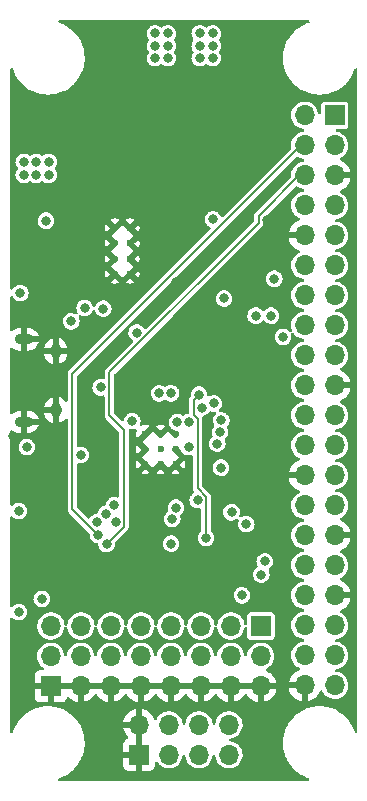
<source format=gbr>
%TF.GenerationSoftware,KiCad,Pcbnew,(6.0.0-0)*%
%TF.CreationDate,2022-10-07T18:10:28-04:00*%
%TF.ProjectId,hermes_v1,6865726d-6573-45f7-9631-2e6b69636164,rev?*%
%TF.SameCoordinates,Original*%
%TF.FileFunction,Copper,L2,Inr*%
%TF.FilePolarity,Positive*%
%FSLAX46Y46*%
G04 Gerber Fmt 4.6, Leading zero omitted, Abs format (unit mm)*
G04 Created by KiCad (PCBNEW (6.0.0-0)) date 2022-10-07 18:10:28*
%MOMM*%
%LPD*%
G01*
G04 APERTURE LIST*
%TA.AperFunction,ComponentPad*%
%ADD10C,0.600000*%
%TD*%
%TA.AperFunction,ComponentPad*%
%ADD11O,1.550000X0.890000*%
%TD*%
%TA.AperFunction,ComponentPad*%
%ADD12O,0.950000X1.250000*%
%TD*%
%TA.AperFunction,ComponentPad*%
%ADD13R,1.700000X1.700000*%
%TD*%
%TA.AperFunction,ComponentPad*%
%ADD14O,1.700000X1.700000*%
%TD*%
%TA.AperFunction,ViaPad*%
%ADD15C,0.800000*%
%TD*%
%TA.AperFunction,Conductor*%
%ADD16C,0.200000*%
%TD*%
G04 APERTURE END LIST*
D10*
%TO.N,GND*%
%TO.C,U3*%
X252525000Y-69975000D03*
X253800000Y-69975000D03*
X252525000Y-72525000D03*
X253800000Y-72525000D03*
X251250000Y-72525000D03*
X251250000Y-69975000D03*
X253800000Y-71250000D03*
X251250000Y-71250000D03*
X252525000Y-71250000D03*
%TD*%
D11*
%TO.N,GND*%
%TO.C,J2*%
X240950000Y-68925000D03*
X240950000Y-61925000D03*
D12*
X243650000Y-62925000D03*
X243650000Y-67925000D03*
%TD*%
D10*
%TO.N,GND*%
%TO.C,U6*%
X249950000Y-52500000D03*
X249950000Y-55100000D03*
X248650000Y-52500000D03*
X249950000Y-53800000D03*
X248650000Y-56400000D03*
X249950000Y-56400000D03*
X248650000Y-53800000D03*
X248650000Y-55100000D03*
%TD*%
D13*
%TO.N,GND*%
%TO.C,J3*%
X250700000Y-97100000D03*
D14*
X250700000Y-94560000D03*
%TO.N,FC_UART0_RX*%
X253240000Y-97100000D03*
%TO.N,FC_UART1_RX*%
X253240000Y-94560000D03*
%TO.N,FC_UART0_TX*%
X255780000Y-97100000D03*
%TO.N,FC_UART1_TX*%
X255780000Y-94560000D03*
%TO.N,+5V*%
X258320000Y-97100000D03*
%TO.N,3V3_IO*%
X258320000Y-94560000D03*
%TD*%
D13*
%TO.N,+5V*%
%TO.C,J1*%
X267275000Y-42965000D03*
D14*
%TO.N,unconnected-(J1-Pad2)*%
X264735000Y-42965000D03*
%TO.N,+5V*%
X267275000Y-45505000D03*
%TO.N,FC_I2C0_SDA*%
X264735000Y-45505000D03*
%TO.N,GND*%
X267275000Y-48045000D03*
%TO.N,FC_I2C0_SCL*%
X264735000Y-48045000D03*
%TO.N,unconnected-(J1-Pad7)*%
X267275000Y-50585000D03*
%TO.N,unconnected-(J1-Pad8)*%
X264735000Y-50585000D03*
%TO.N,unconnected-(J1-Pad9)*%
X267275000Y-53125000D03*
%TO.N,GND*%
X264735000Y-53125000D03*
%TO.N,unconnected-(J1-Pad11)*%
X267275000Y-55665000D03*
%TO.N,unconnected-(J1-Pad12)*%
X264735000Y-55665000D03*
%TO.N,unconnected-(J1-Pad13)*%
X267275000Y-58205000D03*
%TO.N,unconnected-(J1-Pad14)*%
X264735000Y-58205000D03*
%TO.N,unconnected-(J1-Pad15)*%
X267275000Y-60745000D03*
%TO.N,unconnected-(J1-Pad16)*%
X264735000Y-60745000D03*
%TO.N,unconnected-(J1-Pad17)*%
X267275000Y-63285000D03*
%TO.N,unconnected-(J1-Pad18)*%
X264735000Y-63285000D03*
%TO.N,GND*%
X267275000Y-65825000D03*
%TO.N,unconnected-(J1-Pad20)*%
X264735000Y-65825000D03*
%TO.N,unconnected-(J1-Pad21)*%
X267275000Y-68365000D03*
%TO.N,unconnected-(J1-Pad22)*%
X264735000Y-68365000D03*
%TO.N,unconnected-(J1-Pad23)*%
X267275000Y-70905000D03*
%TO.N,unconnected-(J1-Pad24)*%
X264735000Y-70905000D03*
%TO.N,unconnected-(J1-Pad25)*%
X267275000Y-73445000D03*
%TO.N,GND*%
X264735000Y-73445000D03*
%TO.N,unconnected-(J1-Pad27)*%
X267275000Y-75985000D03*
%TO.N,unconnected-(J1-Pad28)*%
X264735000Y-75985000D03*
%TO.N,GND*%
X267275000Y-78525000D03*
%TO.N,unconnected-(J1-Pad30)*%
X264735000Y-78525000D03*
%TO.N,unconnected-(J1-Pad31)*%
X267275000Y-81065000D03*
%TO.N,unconnected-(J1-Pad32)*%
X264735000Y-81065000D03*
%TO.N,GND*%
X267275000Y-83605000D03*
%TO.N,unconnected-(J1-Pad34)*%
X264735000Y-83605000D03*
%TO.N,unconnected-(J1-Pad35)*%
X267275000Y-86145000D03*
%TO.N,unconnected-(J1-Pad36)*%
X264735000Y-86145000D03*
%TO.N,unconnected-(J1-Pad37)*%
X267275000Y-88685000D03*
%TO.N,unconnected-(J1-Pad38)*%
X264735000Y-88685000D03*
%TO.N,unconnected-(J1-Pad39)*%
X267275000Y-91225000D03*
%TO.N,GND*%
X264735000Y-91225000D03*
%TD*%
D13*
%TO.N,FC_SERVO_1*%
%TO.C,J8*%
X261025000Y-86200000D03*
D14*
%TO.N,FC_SERVO_2*%
X258485000Y-86200000D03*
%TO.N,FC_SERVO_3*%
X255945000Y-86200000D03*
%TO.N,FC_SERVO_4*%
X253405000Y-86200000D03*
%TO.N,FC_SERVO_5*%
X250865000Y-86200000D03*
%TO.N,FC_SERVO_6*%
X248325000Y-86200000D03*
%TO.N,FC_SERVO_7*%
X245785000Y-86200000D03*
%TO.N,FC_RADIO_PPM*%
X243245000Y-86200000D03*
%TD*%
D13*
%TO.N,GND*%
%TO.C,J9*%
X243225000Y-91300000D03*
D14*
%TO.N,+5V*%
X243225000Y-88760000D03*
%TO.N,GND*%
X245765000Y-91300000D03*
%TO.N,+5V*%
X245765000Y-88760000D03*
%TO.N,GND*%
X248305000Y-91300000D03*
%TO.N,+5V*%
X248305000Y-88760000D03*
%TO.N,GND*%
X250845000Y-91300000D03*
%TO.N,+5V*%
X250845000Y-88760000D03*
%TO.N,GND*%
X253385000Y-91300000D03*
%TO.N,+5V*%
X253385000Y-88760000D03*
%TO.N,GND*%
X255925000Y-91300000D03*
%TO.N,+5V*%
X255925000Y-88760000D03*
%TO.N,GND*%
X258465000Y-91300000D03*
%TO.N,+5V*%
X258465000Y-88760000D03*
%TO.N,GND*%
X261005000Y-91300000D03*
%TO.N,+5V*%
X261005000Y-88760000D03*
%TD*%
D15*
%TO.N,FC_SPI0_CS2*%
X255780000Y-66620000D03*
%TO.N,FC_SPI0_MISO*%
X261050000Y-81840000D03*
%TO.N,FC_SPI0_CS2*%
X256380749Y-78740749D03*
%TO.N,FC_SPI0_CS1*%
X261350000Y-80730000D03*
%TO.N,FC_SPI0_SCK*%
X258540000Y-76570000D03*
%TO.N,FC_SPI0_MOSI*%
X259780000Y-77560000D03*
%TO.N,FC_I2C0_SCL*%
X247960000Y-79260000D03*
%TO.N,FC_I2C0_SDA*%
X247220000Y-78490000D03*
%TO.N,FC_SPI0_MOSI*%
X247177122Y-77387122D03*
%TO.N,FC_SPI0_SCK*%
X248737535Y-77386442D03*
%TO.N,FC_SPI0_CS1*%
X247903679Y-76686942D03*
%TO.N,FC_SPI0_MISO*%
X248597122Y-75967122D03*
%TO.N,GND*%
X258497630Y-79382273D03*
X241000000Y-42550000D03*
X241000000Y-43650000D03*
X243100000Y-43650000D03*
X243100000Y-42550000D03*
X242050000Y-43650000D03*
X242050000Y-42550000D03*
X249250000Y-37075000D03*
X248150000Y-37075000D03*
X249250000Y-36025000D03*
X248150000Y-36025000D03*
X248150000Y-38125000D03*
X249250000Y-38125000D03*
X259750000Y-38125000D03*
X260850000Y-37075000D03*
X259750000Y-37075000D03*
X260850000Y-38125000D03*
X260850000Y-36025000D03*
X259750000Y-36025000D03*
X240075000Y-70075000D03*
X254250000Y-52175000D03*
X261525000Y-51800000D03*
X252325000Y-49225000D03*
X244450000Y-80075000D03*
X258750000Y-72650000D03*
X244250000Y-54250000D03*
X258625000Y-48100000D03*
X244400000Y-49700000D03*
X241642878Y-72767878D03*
X250975000Y-40025000D03*
X258900000Y-65600000D03*
X242835000Y-58065000D03*
X253850000Y-57100000D03*
X247625000Y-42225000D03*
X255340000Y-61592500D03*
X240700000Y-51837500D03*
X246425000Y-65875000D03*
X257315000Y-61592500D03*
%TO.N,+1V1*%
X257329128Y-70750500D03*
X245761881Y-71723876D03*
X247450000Y-65990000D03*
%TO.N,+3V3*%
X262150000Y-56800000D03*
X262900000Y-61725000D03*
%TO.N,VCC*%
X240950000Y-46900000D03*
X242000000Y-46900000D03*
X242000000Y-48000000D03*
X243050000Y-48000000D03*
X243050000Y-46900000D03*
X253150000Y-36025000D03*
X253150000Y-37075000D03*
X252050000Y-36025000D03*
X253150000Y-38125000D03*
X252050000Y-38125000D03*
X252050000Y-37075000D03*
X256950000Y-37075000D03*
X255850000Y-38125000D03*
X256950000Y-36025000D03*
X255850000Y-37075000D03*
X256950000Y-38125000D03*
X255850000Y-36025000D03*
X240950000Y-48000000D03*
%TO.N,+5V*%
X257890000Y-58470000D03*
%TO.N,FC_STATUS_BLUE*%
X250500000Y-61350000D03*
X252425000Y-66500000D03*
%TO.N,FC_STATUS_RED*%
X247675000Y-59325000D03*
X253919729Y-68938809D03*
%TO.N,FC_STATUS_GREEN*%
X246100000Y-59275000D03*
X253424503Y-66500000D03*
%TO.N,FC_BOOTSEL*%
X242475000Y-83899500D03*
X240655000Y-57995000D03*
%TO.N,FC_RUN*%
X242825000Y-51887500D03*
X254919075Y-68921123D03*
%TO.N,FC_USB_VBUS*%
X261875000Y-59925000D03*
X241210000Y-71050000D03*
X244975000Y-60400000D03*
%TO.N,FC_SERVO_1*%
X259425000Y-83600000D03*
X257631540Y-72795314D03*
%TO.N,FC_SERVO_5*%
X255677574Y-75533514D03*
X253416941Y-79225000D03*
%TO.N,FC_SWCLK*%
X257560982Y-69778262D03*
%TO.N,FC_SWD*%
X257668069Y-68784514D03*
%TO.N,REG_5VIN*%
X256975000Y-51775000D03*
X260575000Y-59925000D03*
%TO.N,FC_UART1_TX*%
X253824500Y-76175000D03*
%TO.N,FC_UART1_RX*%
X253519313Y-77126768D03*
%TO.N,FC_UART0_TX*%
X257014326Y-67358427D03*
%TO.N,FC_UART0_RX*%
X256075000Y-67700000D03*
%TO.N,/FlightControlComputer/3V_MCU*%
X250125000Y-68850000D03*
X254900000Y-71050000D03*
%TO.N,3V3_IO*%
X240520000Y-85030000D03*
X240520000Y-76460000D03*
%TD*%
D16*
%TO.N,FC_I2C0_SCL*%
X247960000Y-79260000D02*
X249437046Y-77782954D01*
X249437046Y-77782954D02*
X249437046Y-69727046D01*
X249437046Y-69727046D02*
X249425489Y-69715489D01*
X248200000Y-68370000D02*
X248200000Y-64715237D01*
X249425489Y-69715489D02*
X249425489Y-69595489D01*
X249425489Y-69595489D02*
X248200000Y-68370000D01*
X248200000Y-64715237D02*
X260825489Y-52089748D01*
X260825489Y-52089748D02*
X260825489Y-51504511D01*
X260825489Y-51504511D02*
X264285000Y-48045000D01*
X264285000Y-48045000D02*
X264735000Y-48045000D01*
%TO.N,FC_I2C0_SDA*%
X247220000Y-78490000D02*
X245062370Y-76332370D01*
X245062370Y-76332370D02*
X245062370Y-64857630D01*
X245062370Y-64857630D02*
X264415000Y-45505000D01*
X264415000Y-45505000D02*
X264735000Y-45505000D01*
%TO.N,FC_SPI0_CS2*%
X256380749Y-78740749D02*
X256380749Y-75247430D01*
X255330000Y-67070000D02*
X255780000Y-66620000D01*
X255670000Y-68682789D02*
X255330000Y-68342789D01*
X255330000Y-68342789D02*
X255330000Y-67070000D01*
X255670000Y-74536681D02*
X255670000Y-68682789D01*
X256380749Y-75247430D02*
X255670000Y-74536681D01*
%TD*%
%TA.AperFunction,Conductor*%
%TO.N,GND*%
G36*
X265084032Y-34920002D02*
G01*
X265130525Y-34973658D01*
X265140629Y-35043932D01*
X265111135Y-35108512D01*
X265051170Y-35146966D01*
X264963341Y-35172566D01*
X264960039Y-35173951D01*
X264960038Y-35173951D01*
X264750883Y-35261657D01*
X264638610Y-35308737D01*
X264534406Y-35367094D01*
X264334498Y-35479047D01*
X264334493Y-35479050D01*
X264331381Y-35480793D01*
X264328485Y-35482878D01*
X264328480Y-35482881D01*
X264259347Y-35532650D01*
X264045605Y-35686523D01*
X264042969Y-35688917D01*
X264042967Y-35688919D01*
X263866166Y-35849513D01*
X263784954Y-35923281D01*
X263708833Y-36010080D01*
X263568845Y-36169706D01*
X263552781Y-36188023D01*
X263550749Y-36190952D01*
X263550746Y-36190956D01*
X263478150Y-36295604D01*
X263352071Y-36477347D01*
X263350380Y-36480494D01*
X263350377Y-36480499D01*
X263275280Y-36620261D01*
X263185402Y-36787532D01*
X263054919Y-37114590D01*
X262962299Y-37454317D01*
X262961757Y-37457839D01*
X262931745Y-37652831D01*
X262908732Y-37802345D01*
X262908592Y-37805909D01*
X262895475Y-38139778D01*
X262894908Y-38154200D01*
X262921004Y-38505358D01*
X262986684Y-38851304D01*
X263091104Y-39187592D01*
X263232921Y-39509897D01*
X263410313Y-39814076D01*
X263620999Y-40096219D01*
X263623443Y-40098817D01*
X263623448Y-40098823D01*
X263859820Y-40350093D01*
X263862270Y-40352697D01*
X263864999Y-40355007D01*
X264054652Y-40515560D01*
X264131024Y-40580214D01*
X264423807Y-40775845D01*
X264426989Y-40777484D01*
X264426991Y-40777485D01*
X264733670Y-40935436D01*
X264733675Y-40935438D01*
X264736853Y-40937075D01*
X264740194Y-40938341D01*
X264740199Y-40938343D01*
X264971696Y-41026049D01*
X265066139Y-41061830D01*
X265069603Y-41062710D01*
X265069607Y-41062711D01*
X265403963Y-41147627D01*
X265403971Y-41147629D01*
X265407430Y-41148507D01*
X265579152Y-41171878D01*
X265753347Y-41195585D01*
X265753354Y-41195586D01*
X265756340Y-41195992D01*
X265871081Y-41200500D01*
X266089198Y-41200500D01*
X266230756Y-41192462D01*
X266347992Y-41185805D01*
X266347999Y-41185804D01*
X266351560Y-41185602D01*
X266489883Y-41161834D01*
X266695082Y-41126575D01*
X266695090Y-41126573D01*
X266698600Y-41125970D01*
X266702025Y-41124972D01*
X266702028Y-41124971D01*
X267033221Y-41028436D01*
X267036659Y-41027434D01*
X267361390Y-40891263D01*
X267564556Y-40777485D01*
X267665502Y-40720953D01*
X267665507Y-40720950D01*
X267668619Y-40719207D01*
X267671515Y-40717122D01*
X267671520Y-40717119D01*
X267818239Y-40611496D01*
X267954395Y-40513477D01*
X268128858Y-40355007D01*
X268212405Y-40279118D01*
X268212406Y-40279117D01*
X268215046Y-40276719D01*
X268447219Y-40011977D01*
X268647929Y-39722653D01*
X268814598Y-39412468D01*
X268945081Y-39085410D01*
X268946021Y-39081961D01*
X268946024Y-39081953D01*
X268952437Y-39058429D01*
X268989652Y-38997968D01*
X269053647Y-38967225D01*
X269124104Y-38975960D01*
X269178654Y-39021402D01*
X269200000Y-39091570D01*
X269200000Y-95119230D01*
X269179998Y-95187351D01*
X269126342Y-95233844D01*
X269056068Y-95243948D01*
X268991488Y-95214454D01*
X268953668Y-95156594D01*
X268909961Y-95015836D01*
X268909955Y-95015820D01*
X268908896Y-95012408D01*
X268886912Y-94962446D01*
X268768522Y-94693382D01*
X268768520Y-94693379D01*
X268767079Y-94690103D01*
X268589687Y-94385924D01*
X268379001Y-94103781D01*
X268376557Y-94101183D01*
X268376552Y-94101177D01*
X268140180Y-93849907D01*
X268140176Y-93849904D01*
X268137730Y-93847303D01*
X267947809Y-93686523D01*
X267871698Y-93622090D01*
X267871694Y-93622087D01*
X267868976Y-93619786D01*
X267756674Y-93544748D01*
X267579170Y-93426144D01*
X267579168Y-93426143D01*
X267576193Y-93424155D01*
X267550459Y-93410901D01*
X267266330Y-93264564D01*
X267266325Y-93264562D01*
X267263147Y-93262925D01*
X267259806Y-93261659D01*
X267259801Y-93261657D01*
X266937205Y-93139437D01*
X266937206Y-93139437D01*
X266933861Y-93138170D01*
X266930397Y-93137290D01*
X266930393Y-93137289D01*
X266596037Y-93052373D01*
X266596029Y-93052371D01*
X266592570Y-93051493D01*
X266420848Y-93028122D01*
X266246653Y-93004415D01*
X266246646Y-93004414D01*
X266243660Y-93004008D01*
X266128919Y-92999500D01*
X265910802Y-92999500D01*
X265769244Y-93007538D01*
X265652008Y-93014195D01*
X265652001Y-93014196D01*
X265648440Y-93014398D01*
X265510117Y-93038166D01*
X265304918Y-93073425D01*
X265304910Y-93073427D01*
X265301400Y-93074030D01*
X265297975Y-93075028D01*
X265297972Y-93075029D01*
X265084370Y-93137289D01*
X264963341Y-93172566D01*
X264960039Y-93173951D01*
X264960038Y-93173951D01*
X264790632Y-93244989D01*
X264638610Y-93308737D01*
X264484996Y-93394765D01*
X264334498Y-93479047D01*
X264334493Y-93479050D01*
X264331381Y-93480793D01*
X264328485Y-93482878D01*
X264328480Y-93482881D01*
X264242542Y-93544748D01*
X264045605Y-93686523D01*
X264042969Y-93688917D01*
X264042967Y-93688919D01*
X263865733Y-93849907D01*
X263784954Y-93923281D01*
X263552781Y-94188023D01*
X263352071Y-94477347D01*
X263350380Y-94480494D01*
X263350377Y-94480499D01*
X263277160Y-94616763D01*
X263185402Y-94787532D01*
X263054919Y-95114590D01*
X262962299Y-95454317D01*
X262961757Y-95457839D01*
X262909605Y-95796676D01*
X262908732Y-95802345D01*
X262908592Y-95805909D01*
X262895765Y-96132396D01*
X262894908Y-96154200D01*
X262898708Y-96205328D01*
X262920356Y-96496633D01*
X262921004Y-96505358D01*
X262986684Y-96851304D01*
X262987742Y-96854713D01*
X262987744Y-96854719D01*
X263027961Y-96984239D01*
X263091104Y-97187592D01*
X263092545Y-97190867D01*
X263224577Y-97490933D01*
X263232921Y-97509897D01*
X263410313Y-97814076D01*
X263620999Y-98096219D01*
X263623443Y-98098817D01*
X263623448Y-98098823D01*
X263818082Y-98305724D01*
X263862270Y-98352697D01*
X263970655Y-98444452D01*
X264086301Y-98542353D01*
X264131024Y-98580214D01*
X264133988Y-98582194D01*
X264133990Y-98582196D01*
X264335917Y-98717119D01*
X264423807Y-98775845D01*
X264426989Y-98777484D01*
X264426991Y-98777485D01*
X264733670Y-98935436D01*
X264733675Y-98935438D01*
X264736853Y-98937075D01*
X264740194Y-98938341D01*
X264740199Y-98938343D01*
X264763453Y-98947153D01*
X265042923Y-99053034D01*
X265051208Y-99056173D01*
X265107823Y-99099012D01*
X265132291Y-99165659D01*
X265116842Y-99234955D01*
X265066381Y-99284897D01*
X265006567Y-99300000D01*
X243984089Y-99300000D01*
X243915968Y-99279998D01*
X243869475Y-99226342D01*
X243859371Y-99156068D01*
X243888865Y-99091488D01*
X243948830Y-99053034D01*
X244009590Y-99035324D01*
X244036659Y-99027434D01*
X244063588Y-99016142D01*
X244358092Y-98892646D01*
X244361390Y-98891263D01*
X244564556Y-98777485D01*
X244665502Y-98720953D01*
X244665507Y-98720950D01*
X244668619Y-98719207D01*
X244671515Y-98717122D01*
X244671520Y-98717119D01*
X244818239Y-98611496D01*
X244954395Y-98513477D01*
X245017312Y-98456328D01*
X245212405Y-98279118D01*
X245212406Y-98279117D01*
X245215046Y-98276719D01*
X245398435Y-98067604D01*
X245444868Y-98014658D01*
X245444869Y-98014656D01*
X245447219Y-98011977D01*
X245459226Y-97994669D01*
X249342001Y-97994669D01*
X249342371Y-98001490D01*
X249347895Y-98052352D01*
X249351521Y-98067604D01*
X249396676Y-98188054D01*
X249405214Y-98203649D01*
X249481715Y-98305724D01*
X249494276Y-98318285D01*
X249596351Y-98394786D01*
X249611946Y-98403324D01*
X249732394Y-98448478D01*
X249747649Y-98452105D01*
X249798514Y-98457631D01*
X249805328Y-98458000D01*
X250427885Y-98458000D01*
X250443124Y-98453525D01*
X250444329Y-98452135D01*
X250446000Y-98444452D01*
X250446000Y-98439884D01*
X250954000Y-98439884D01*
X250958475Y-98455123D01*
X250959865Y-98456328D01*
X250967548Y-98457999D01*
X251594669Y-98457999D01*
X251601490Y-98457629D01*
X251652352Y-98452105D01*
X251667604Y-98448479D01*
X251788054Y-98403324D01*
X251803649Y-98394786D01*
X251905724Y-98318285D01*
X251918285Y-98305724D01*
X251994786Y-98203649D01*
X252003324Y-98188054D01*
X252048478Y-98067606D01*
X252052105Y-98052351D01*
X252057631Y-98001486D01*
X252058000Y-97994672D01*
X252058000Y-97817684D01*
X252078002Y-97749563D01*
X252131658Y-97703070D01*
X252201932Y-97692966D01*
X252266512Y-97722460D01*
X252286895Y-97744962D01*
X252361405Y-97850391D01*
X252512865Y-97997937D01*
X252517661Y-98001142D01*
X252517664Y-98001144D01*
X252617129Y-98067604D01*
X252688677Y-98115411D01*
X252693985Y-98117692D01*
X252693986Y-98117692D01*
X252877650Y-98196600D01*
X252877653Y-98196601D01*
X252882953Y-98198878D01*
X252888582Y-98200152D01*
X252888583Y-98200152D01*
X253083550Y-98244269D01*
X253083553Y-98244269D01*
X253089186Y-98245544D01*
X253094957Y-98245771D01*
X253094959Y-98245771D01*
X253156989Y-98248208D01*
X253300470Y-98253846D01*
X253306179Y-98253018D01*
X253306183Y-98253018D01*
X253504015Y-98224333D01*
X253504019Y-98224332D01*
X253509730Y-98223504D01*
X253614163Y-98188054D01*
X253704483Y-98157395D01*
X253704488Y-98157393D01*
X253709955Y-98155537D01*
X253714998Y-98152713D01*
X253889395Y-98055046D01*
X253889399Y-98055043D01*
X253894442Y-98052219D01*
X254057012Y-97917012D01*
X254192219Y-97754442D01*
X254195043Y-97749399D01*
X254195046Y-97749395D01*
X254292713Y-97574998D01*
X254292714Y-97574996D01*
X254295537Y-97569955D01*
X254297393Y-97564488D01*
X254297395Y-97564483D01*
X254361647Y-97375200D01*
X254363504Y-97369730D01*
X254364333Y-97364015D01*
X254385090Y-97220860D01*
X254414660Y-97156315D01*
X254474432Y-97118003D01*
X254545429Y-97118087D01*
X254605109Y-97156542D01*
X254634525Y-97221158D01*
X254635515Y-97230695D01*
X254638796Y-97280749D01*
X254640217Y-97286345D01*
X254640218Y-97286350D01*
X254687044Y-97470724D01*
X254690845Y-97485690D01*
X254693262Y-97490933D01*
X254726840Y-97563769D01*
X254779369Y-97677714D01*
X254901405Y-97850391D01*
X255052865Y-97997937D01*
X255057661Y-98001142D01*
X255057664Y-98001144D01*
X255157129Y-98067604D01*
X255228677Y-98115411D01*
X255233985Y-98117692D01*
X255233986Y-98117692D01*
X255417650Y-98196600D01*
X255417653Y-98196601D01*
X255422953Y-98198878D01*
X255428582Y-98200152D01*
X255428583Y-98200152D01*
X255623550Y-98244269D01*
X255623553Y-98244269D01*
X255629186Y-98245544D01*
X255634957Y-98245771D01*
X255634959Y-98245771D01*
X255696989Y-98248208D01*
X255840470Y-98253846D01*
X255846179Y-98253018D01*
X255846183Y-98253018D01*
X256044015Y-98224333D01*
X256044019Y-98224332D01*
X256049730Y-98223504D01*
X256154163Y-98188054D01*
X256244483Y-98157395D01*
X256244488Y-98157393D01*
X256249955Y-98155537D01*
X256254998Y-98152713D01*
X256429395Y-98055046D01*
X256429399Y-98055043D01*
X256434442Y-98052219D01*
X256597012Y-97917012D01*
X256732219Y-97754442D01*
X256735043Y-97749399D01*
X256735046Y-97749395D01*
X256832713Y-97574998D01*
X256832714Y-97574996D01*
X256835537Y-97569955D01*
X256837393Y-97564488D01*
X256837395Y-97564483D01*
X256901647Y-97375200D01*
X256903504Y-97369730D01*
X256904333Y-97364015D01*
X256925090Y-97220860D01*
X256954660Y-97156315D01*
X257014432Y-97118003D01*
X257085429Y-97118087D01*
X257145109Y-97156542D01*
X257174525Y-97221158D01*
X257175515Y-97230695D01*
X257178796Y-97280749D01*
X257180217Y-97286345D01*
X257180218Y-97286350D01*
X257227044Y-97470724D01*
X257230845Y-97485690D01*
X257233262Y-97490933D01*
X257266840Y-97563769D01*
X257319369Y-97677714D01*
X257441405Y-97850391D01*
X257592865Y-97997937D01*
X257597661Y-98001142D01*
X257597664Y-98001144D01*
X257697129Y-98067604D01*
X257768677Y-98115411D01*
X257773985Y-98117692D01*
X257773986Y-98117692D01*
X257957650Y-98196600D01*
X257957653Y-98196601D01*
X257962953Y-98198878D01*
X257968582Y-98200152D01*
X257968583Y-98200152D01*
X258163550Y-98244269D01*
X258163553Y-98244269D01*
X258169186Y-98245544D01*
X258174957Y-98245771D01*
X258174959Y-98245771D01*
X258236989Y-98248208D01*
X258380470Y-98253846D01*
X258386179Y-98253018D01*
X258386183Y-98253018D01*
X258584015Y-98224333D01*
X258584019Y-98224332D01*
X258589730Y-98223504D01*
X258694163Y-98188054D01*
X258784483Y-98157395D01*
X258784488Y-98157393D01*
X258789955Y-98155537D01*
X258794998Y-98152713D01*
X258969395Y-98055046D01*
X258969399Y-98055043D01*
X258974442Y-98052219D01*
X259137012Y-97917012D01*
X259272219Y-97754442D01*
X259275043Y-97749399D01*
X259275046Y-97749395D01*
X259372713Y-97574998D01*
X259372714Y-97574996D01*
X259375537Y-97569955D01*
X259377393Y-97564488D01*
X259377395Y-97564483D01*
X259441647Y-97375200D01*
X259443504Y-97369730D01*
X259444935Y-97359865D01*
X259473314Y-97164140D01*
X259473314Y-97164138D01*
X259473846Y-97160470D01*
X259475429Y-97100000D01*
X259456081Y-96889440D01*
X259443359Y-96844329D01*
X259416509Y-96749127D01*
X259398686Y-96685931D01*
X259387553Y-96663354D01*
X259307719Y-96501469D01*
X259305165Y-96496290D01*
X259178651Y-96326867D01*
X259047171Y-96205328D01*
X259027622Y-96187257D01*
X259027620Y-96187255D01*
X259023381Y-96183337D01*
X258844554Y-96070505D01*
X258648160Y-95992152D01*
X258642503Y-95991027D01*
X258642497Y-95991025D01*
X258445234Y-95951788D01*
X258382324Y-95918881D01*
X258347192Y-95857186D01*
X258350992Y-95786291D01*
X258392517Y-95728705D01*
X258451734Y-95703513D01*
X258584015Y-95684333D01*
X258584019Y-95684332D01*
X258589730Y-95683504D01*
X258668987Y-95656600D01*
X258784483Y-95617395D01*
X258784488Y-95617393D01*
X258789955Y-95615537D01*
X258817238Y-95600258D01*
X258969395Y-95515046D01*
X258969399Y-95515043D01*
X258974442Y-95512219D01*
X259137012Y-95377012D01*
X259272219Y-95214442D01*
X259275043Y-95209399D01*
X259275046Y-95209395D01*
X259372713Y-95034998D01*
X259372714Y-95034996D01*
X259375537Y-95029955D01*
X259377393Y-95024488D01*
X259377395Y-95024483D01*
X259441647Y-94835200D01*
X259443504Y-94829730D01*
X259449141Y-94790858D01*
X259473314Y-94624140D01*
X259473314Y-94624138D01*
X259473846Y-94620470D01*
X259475429Y-94560000D01*
X259456081Y-94349440D01*
X259398686Y-94145931D01*
X259389692Y-94127692D01*
X259307719Y-93961469D01*
X259305165Y-93956290D01*
X259178651Y-93786867D01*
X259023381Y-93643337D01*
X258844554Y-93530505D01*
X258648160Y-93452152D01*
X258642503Y-93451027D01*
X258642497Y-93451025D01*
X258446442Y-93412028D01*
X258446440Y-93412028D01*
X258440775Y-93410901D01*
X258435000Y-93410825D01*
X258434996Y-93410825D01*
X258328976Y-93409437D01*
X258229346Y-93408133D01*
X258223649Y-93409112D01*
X258223648Y-93409112D01*
X258026650Y-93442962D01*
X258026649Y-93442962D01*
X258020953Y-93443941D01*
X257822575Y-93517127D01*
X257817614Y-93520079D01*
X257817613Y-93520079D01*
X257800089Y-93530505D01*
X257640856Y-93625238D01*
X257481881Y-93764655D01*
X257350976Y-93930708D01*
X257348287Y-93935819D01*
X257348285Y-93935822D01*
X257334792Y-93961469D01*
X257252523Y-94117836D01*
X257189820Y-94319773D01*
X257189141Y-94325510D01*
X257175088Y-94444239D01*
X257147217Y-94509537D01*
X257088469Y-94549401D01*
X257017494Y-94551174D01*
X256956828Y-94514295D01*
X256925730Y-94450471D01*
X256924490Y-94440958D01*
X256919718Y-94389016D01*
X256916081Y-94349440D01*
X256858686Y-94145931D01*
X256849692Y-94127692D01*
X256767719Y-93961469D01*
X256765165Y-93956290D01*
X256638651Y-93786867D01*
X256483381Y-93643337D01*
X256304554Y-93530505D01*
X256108160Y-93452152D01*
X256102503Y-93451027D01*
X256102497Y-93451025D01*
X255906442Y-93412028D01*
X255906440Y-93412028D01*
X255900775Y-93410901D01*
X255895000Y-93410825D01*
X255894996Y-93410825D01*
X255788976Y-93409437D01*
X255689346Y-93408133D01*
X255683649Y-93409112D01*
X255683648Y-93409112D01*
X255486650Y-93442962D01*
X255486649Y-93442962D01*
X255480953Y-93443941D01*
X255282575Y-93517127D01*
X255277614Y-93520079D01*
X255277613Y-93520079D01*
X255260089Y-93530505D01*
X255100856Y-93625238D01*
X254941881Y-93764655D01*
X254810976Y-93930708D01*
X254808287Y-93935819D01*
X254808285Y-93935822D01*
X254794792Y-93961469D01*
X254712523Y-94117836D01*
X254649820Y-94319773D01*
X254649141Y-94325510D01*
X254635088Y-94444239D01*
X254607217Y-94509537D01*
X254548469Y-94549401D01*
X254477494Y-94551174D01*
X254416828Y-94514295D01*
X254385730Y-94450471D01*
X254384490Y-94440958D01*
X254379718Y-94389016D01*
X254376081Y-94349440D01*
X254318686Y-94145931D01*
X254309692Y-94127692D01*
X254227719Y-93961469D01*
X254225165Y-93956290D01*
X254098651Y-93786867D01*
X253943381Y-93643337D01*
X253764554Y-93530505D01*
X253568160Y-93452152D01*
X253562503Y-93451027D01*
X253562497Y-93451025D01*
X253366442Y-93412028D01*
X253366440Y-93412028D01*
X253360775Y-93410901D01*
X253355000Y-93410825D01*
X253354996Y-93410825D01*
X253248976Y-93409437D01*
X253149346Y-93408133D01*
X253143649Y-93409112D01*
X253143648Y-93409112D01*
X252946650Y-93442962D01*
X252946649Y-93442962D01*
X252940953Y-93443941D01*
X252742575Y-93517127D01*
X252737614Y-93520079D01*
X252737613Y-93520079D01*
X252720089Y-93530505D01*
X252560856Y-93625238D01*
X252401881Y-93764655D01*
X252270976Y-93930708D01*
X252268287Y-93935819D01*
X252268285Y-93935822D01*
X252194155Y-94076720D01*
X252144736Y-94127692D01*
X252075603Y-94143855D01*
X252008707Y-94120076D01*
X251967097Y-94068294D01*
X251902971Y-93920814D01*
X251898105Y-93911739D01*
X251782426Y-93732926D01*
X251776136Y-93724757D01*
X251632806Y-93567240D01*
X251625273Y-93560215D01*
X251458139Y-93428222D01*
X251449552Y-93422517D01*
X251263117Y-93319599D01*
X251253705Y-93315369D01*
X251052959Y-93244280D01*
X251042988Y-93241646D01*
X250971837Y-93228972D01*
X250958540Y-93230432D01*
X250954000Y-93244989D01*
X250954000Y-98439884D01*
X250446000Y-98439884D01*
X250446000Y-97372115D01*
X250441525Y-97356876D01*
X250440135Y-97355671D01*
X250432452Y-97354000D01*
X249360116Y-97354000D01*
X249344877Y-97358475D01*
X249343672Y-97359865D01*
X249342001Y-97367548D01*
X249342001Y-97994669D01*
X245459226Y-97994669D01*
X245459753Y-97993910D01*
X245556521Y-97854418D01*
X245647929Y-97722653D01*
X245658452Y-97703070D01*
X245775254Y-97485690D01*
X245814598Y-97412468D01*
X245945081Y-97085410D01*
X246015290Y-96827885D01*
X249342000Y-96827885D01*
X249346475Y-96843124D01*
X249347865Y-96844329D01*
X249355548Y-96846000D01*
X250427885Y-96846000D01*
X250443124Y-96841525D01*
X250444329Y-96840135D01*
X250446000Y-96832452D01*
X250446000Y-94832115D01*
X250441525Y-94816876D01*
X250440135Y-94815671D01*
X250432452Y-94814000D01*
X249383225Y-94814000D01*
X249369694Y-94817973D01*
X249368257Y-94827966D01*
X249398565Y-94962446D01*
X249401645Y-94972275D01*
X249481770Y-95169603D01*
X249486413Y-95178794D01*
X249597694Y-95360388D01*
X249603777Y-95368699D01*
X249743213Y-95529667D01*
X249750578Y-95536881D01*
X249755966Y-95541354D01*
X249795599Y-95600258D01*
X249797095Y-95671239D01*
X249759978Y-95731761D01*
X249719707Y-95756278D01*
X249611948Y-95796675D01*
X249596351Y-95805214D01*
X249494276Y-95881715D01*
X249481715Y-95894276D01*
X249405214Y-95996351D01*
X249396676Y-96011946D01*
X249351522Y-96132394D01*
X249347895Y-96147649D01*
X249342369Y-96198514D01*
X249342000Y-96205328D01*
X249342000Y-96827885D01*
X246015290Y-96827885D01*
X246037701Y-96745683D01*
X246075239Y-96501796D01*
X246090726Y-96401178D01*
X246090726Y-96401174D01*
X246091268Y-96397655D01*
X246099688Y-96183337D01*
X246104952Y-96049370D01*
X246104952Y-96049365D01*
X246105092Y-96045800D01*
X246086579Y-95796676D01*
X246079261Y-95698204D01*
X246079260Y-95698199D01*
X246078996Y-95694642D01*
X246013316Y-95348696D01*
X246002673Y-95314418D01*
X245939592Y-95111267D01*
X245908896Y-95012408D01*
X245886912Y-94962446D01*
X245768522Y-94693382D01*
X245768520Y-94693379D01*
X245767079Y-94690103D01*
X245589687Y-94385924D01*
X245521181Y-94294183D01*
X249364389Y-94294183D01*
X249365912Y-94302607D01*
X249378292Y-94306000D01*
X250427885Y-94306000D01*
X250443124Y-94301525D01*
X250444329Y-94300135D01*
X250446000Y-94292452D01*
X250446000Y-93243102D01*
X250442082Y-93229758D01*
X250427806Y-93227771D01*
X250389324Y-93233660D01*
X250379288Y-93236051D01*
X250176868Y-93302212D01*
X250167359Y-93306209D01*
X249978463Y-93404542D01*
X249969738Y-93410036D01*
X249799433Y-93537905D01*
X249791726Y-93544748D01*
X249644590Y-93698717D01*
X249638104Y-93706727D01*
X249518098Y-93882649D01*
X249513000Y-93891623D01*
X249423338Y-94084783D01*
X249419775Y-94094470D01*
X249364389Y-94294183D01*
X245521181Y-94294183D01*
X245379001Y-94103781D01*
X245376557Y-94101183D01*
X245376552Y-94101177D01*
X245140180Y-93849907D01*
X245140176Y-93849904D01*
X245137730Y-93847303D01*
X244947809Y-93686523D01*
X244871698Y-93622090D01*
X244871694Y-93622087D01*
X244868976Y-93619786D01*
X244756674Y-93544748D01*
X244579170Y-93426144D01*
X244579168Y-93426143D01*
X244576193Y-93424155D01*
X244550459Y-93410901D01*
X244266330Y-93264564D01*
X244266325Y-93264562D01*
X244263147Y-93262925D01*
X244259806Y-93261659D01*
X244259801Y-93261657D01*
X243937205Y-93139437D01*
X243937206Y-93139437D01*
X243933861Y-93138170D01*
X243930397Y-93137290D01*
X243930393Y-93137289D01*
X243596037Y-93052373D01*
X243596029Y-93052371D01*
X243592570Y-93051493D01*
X243420848Y-93028122D01*
X243246653Y-93004415D01*
X243246646Y-93004414D01*
X243243660Y-93004008D01*
X243128919Y-92999500D01*
X242910802Y-92999500D01*
X242769244Y-93007538D01*
X242652008Y-93014195D01*
X242652001Y-93014196D01*
X242648440Y-93014398D01*
X242510117Y-93038166D01*
X242304918Y-93073425D01*
X242304910Y-93073427D01*
X242301400Y-93074030D01*
X242297975Y-93075028D01*
X242297972Y-93075029D01*
X242084370Y-93137289D01*
X241963341Y-93172566D01*
X241960039Y-93173951D01*
X241960038Y-93173951D01*
X241790632Y-93244989D01*
X241638610Y-93308737D01*
X241484996Y-93394765D01*
X241334498Y-93479047D01*
X241334493Y-93479050D01*
X241331381Y-93480793D01*
X241328485Y-93482878D01*
X241328480Y-93482881D01*
X241242542Y-93544748D01*
X241045605Y-93686523D01*
X241042969Y-93688917D01*
X241042967Y-93688919D01*
X240865733Y-93849907D01*
X240784954Y-93923281D01*
X240552781Y-94188023D01*
X240352071Y-94477347D01*
X240350380Y-94480494D01*
X240350377Y-94480499D01*
X240277160Y-94616763D01*
X240185402Y-94787532D01*
X240054919Y-95114590D01*
X240053979Y-95118039D01*
X240053976Y-95118047D01*
X240047563Y-95141571D01*
X240010348Y-95202032D01*
X239946353Y-95232775D01*
X239875896Y-95224040D01*
X239821346Y-95178598D01*
X239800000Y-95108430D01*
X239800000Y-92194669D01*
X241867001Y-92194669D01*
X241867371Y-92201490D01*
X241872895Y-92252352D01*
X241876521Y-92267604D01*
X241921676Y-92388054D01*
X241930214Y-92403649D01*
X242006715Y-92505724D01*
X242019276Y-92518285D01*
X242121351Y-92594786D01*
X242136946Y-92603324D01*
X242257394Y-92648478D01*
X242272649Y-92652105D01*
X242323514Y-92657631D01*
X242330328Y-92658000D01*
X242952885Y-92658000D01*
X242968124Y-92653525D01*
X242969329Y-92652135D01*
X242971000Y-92644452D01*
X242971000Y-92639884D01*
X243479000Y-92639884D01*
X243483475Y-92655123D01*
X243484865Y-92656328D01*
X243492548Y-92657999D01*
X244119669Y-92657999D01*
X244126490Y-92657629D01*
X244177352Y-92652105D01*
X244192604Y-92648479D01*
X244313054Y-92603324D01*
X244328649Y-92594786D01*
X244430724Y-92518285D01*
X244443285Y-92505724D01*
X244519786Y-92403649D01*
X244528325Y-92388052D01*
X244569425Y-92278418D01*
X244612066Y-92221653D01*
X244678628Y-92196953D01*
X244747977Y-92212160D01*
X244782645Y-92240150D01*
X244808219Y-92269674D01*
X244815580Y-92276883D01*
X244979434Y-92412916D01*
X244987881Y-92418831D01*
X245171756Y-92526279D01*
X245181042Y-92530729D01*
X245380001Y-92606703D01*
X245389899Y-92609579D01*
X245493250Y-92630606D01*
X245507299Y-92629410D01*
X245511000Y-92619065D01*
X245511000Y-92618517D01*
X246019000Y-92618517D01*
X246023064Y-92632359D01*
X246036478Y-92634393D01*
X246043184Y-92633534D01*
X246053262Y-92631392D01*
X246257255Y-92570191D01*
X246266842Y-92566433D01*
X246458095Y-92472739D01*
X246466945Y-92467464D01*
X246640328Y-92343792D01*
X246648200Y-92337139D01*
X246799052Y-92186812D01*
X246805730Y-92178965D01*
X246933022Y-92001819D01*
X246934147Y-92002627D01*
X246981669Y-91958876D01*
X247051607Y-91946661D01*
X247117046Y-91974197D01*
X247144870Y-92006028D01*
X247202690Y-92100383D01*
X247208777Y-92108699D01*
X247348213Y-92269667D01*
X247355580Y-92276883D01*
X247519434Y-92412916D01*
X247527881Y-92418831D01*
X247711756Y-92526279D01*
X247721042Y-92530729D01*
X247920001Y-92606703D01*
X247929899Y-92609579D01*
X248033250Y-92630606D01*
X248047299Y-92629410D01*
X248051000Y-92619065D01*
X248051000Y-92618517D01*
X248559000Y-92618517D01*
X248563064Y-92632359D01*
X248576478Y-92634393D01*
X248583184Y-92633534D01*
X248593262Y-92631392D01*
X248797255Y-92570191D01*
X248806842Y-92566433D01*
X248998095Y-92472739D01*
X249006945Y-92467464D01*
X249180328Y-92343792D01*
X249188200Y-92337139D01*
X249339052Y-92186812D01*
X249345730Y-92178965D01*
X249473022Y-92001819D01*
X249474147Y-92002627D01*
X249521669Y-91958876D01*
X249591607Y-91946661D01*
X249657046Y-91974197D01*
X249684870Y-92006028D01*
X249742690Y-92100383D01*
X249748777Y-92108699D01*
X249888213Y-92269667D01*
X249895580Y-92276883D01*
X250059434Y-92412916D01*
X250067881Y-92418831D01*
X250251756Y-92526279D01*
X250261042Y-92530729D01*
X250460001Y-92606703D01*
X250469899Y-92609579D01*
X250573250Y-92630606D01*
X250587299Y-92629410D01*
X250591000Y-92619065D01*
X250591000Y-92618517D01*
X251099000Y-92618517D01*
X251103064Y-92632359D01*
X251116478Y-92634393D01*
X251123184Y-92633534D01*
X251133262Y-92631392D01*
X251337255Y-92570191D01*
X251346842Y-92566433D01*
X251538095Y-92472739D01*
X251546945Y-92467464D01*
X251720328Y-92343792D01*
X251728200Y-92337139D01*
X251879052Y-92186812D01*
X251885730Y-92178965D01*
X252013022Y-92001819D01*
X252014147Y-92002627D01*
X252061669Y-91958876D01*
X252131607Y-91946661D01*
X252197046Y-91974197D01*
X252224870Y-92006028D01*
X252282690Y-92100383D01*
X252288777Y-92108699D01*
X252428213Y-92269667D01*
X252435580Y-92276883D01*
X252599434Y-92412916D01*
X252607881Y-92418831D01*
X252791756Y-92526279D01*
X252801042Y-92530729D01*
X253000001Y-92606703D01*
X253009899Y-92609579D01*
X253113250Y-92630606D01*
X253127299Y-92629410D01*
X253131000Y-92619065D01*
X253131000Y-92618517D01*
X253639000Y-92618517D01*
X253643064Y-92632359D01*
X253656478Y-92634393D01*
X253663184Y-92633534D01*
X253673262Y-92631392D01*
X253877255Y-92570191D01*
X253886842Y-92566433D01*
X254078095Y-92472739D01*
X254086945Y-92467464D01*
X254260328Y-92343792D01*
X254268200Y-92337139D01*
X254419052Y-92186812D01*
X254425730Y-92178965D01*
X254553022Y-92001819D01*
X254554147Y-92002627D01*
X254601669Y-91958876D01*
X254671607Y-91946661D01*
X254737046Y-91974197D01*
X254764870Y-92006028D01*
X254822690Y-92100383D01*
X254828777Y-92108699D01*
X254968213Y-92269667D01*
X254975580Y-92276883D01*
X255139434Y-92412916D01*
X255147881Y-92418831D01*
X255331756Y-92526279D01*
X255341042Y-92530729D01*
X255540001Y-92606703D01*
X255549899Y-92609579D01*
X255653250Y-92630606D01*
X255667299Y-92629410D01*
X255671000Y-92619065D01*
X255671000Y-92618517D01*
X256179000Y-92618517D01*
X256183064Y-92632359D01*
X256196478Y-92634393D01*
X256203184Y-92633534D01*
X256213262Y-92631392D01*
X256417255Y-92570191D01*
X256426842Y-92566433D01*
X256618095Y-92472739D01*
X256626945Y-92467464D01*
X256800328Y-92343792D01*
X256808200Y-92337139D01*
X256959052Y-92186812D01*
X256965730Y-92178965D01*
X257093022Y-92001819D01*
X257094147Y-92002627D01*
X257141669Y-91958876D01*
X257211607Y-91946661D01*
X257277046Y-91974197D01*
X257304870Y-92006028D01*
X257362690Y-92100383D01*
X257368777Y-92108699D01*
X257508213Y-92269667D01*
X257515580Y-92276883D01*
X257679434Y-92412916D01*
X257687881Y-92418831D01*
X257871756Y-92526279D01*
X257881042Y-92530729D01*
X258080001Y-92606703D01*
X258089899Y-92609579D01*
X258193250Y-92630606D01*
X258207299Y-92629410D01*
X258211000Y-92619065D01*
X258211000Y-92618517D01*
X258719000Y-92618517D01*
X258723064Y-92632359D01*
X258736478Y-92634393D01*
X258743184Y-92633534D01*
X258753262Y-92631392D01*
X258957255Y-92570191D01*
X258966842Y-92566433D01*
X259158095Y-92472739D01*
X259166945Y-92467464D01*
X259340328Y-92343792D01*
X259348200Y-92337139D01*
X259499052Y-92186812D01*
X259505730Y-92178965D01*
X259633022Y-92001819D01*
X259634147Y-92002627D01*
X259681669Y-91958876D01*
X259751607Y-91946661D01*
X259817046Y-91974197D01*
X259844870Y-92006028D01*
X259902690Y-92100383D01*
X259908777Y-92108699D01*
X260048213Y-92269667D01*
X260055580Y-92276883D01*
X260219434Y-92412916D01*
X260227881Y-92418831D01*
X260411756Y-92526279D01*
X260421042Y-92530729D01*
X260620001Y-92606703D01*
X260629899Y-92609579D01*
X260733250Y-92630606D01*
X260747299Y-92629410D01*
X260751000Y-92619065D01*
X260751000Y-92618517D01*
X261259000Y-92618517D01*
X261263064Y-92632359D01*
X261276478Y-92634393D01*
X261283184Y-92633534D01*
X261293262Y-92631392D01*
X261497255Y-92570191D01*
X261506842Y-92566433D01*
X261698095Y-92472739D01*
X261706945Y-92467464D01*
X261880328Y-92343792D01*
X261888200Y-92337139D01*
X262039052Y-92186812D01*
X262045730Y-92178965D01*
X262170003Y-92006020D01*
X262175313Y-91997183D01*
X262269670Y-91806267D01*
X262273469Y-91796672D01*
X262335377Y-91592910D01*
X262337555Y-91582837D01*
X262338986Y-91571962D01*
X262336775Y-91557778D01*
X262323617Y-91554000D01*
X261277115Y-91554000D01*
X261261876Y-91558475D01*
X261260671Y-91559865D01*
X261259000Y-91567548D01*
X261259000Y-92618517D01*
X260751000Y-92618517D01*
X260751000Y-91572115D01*
X260746525Y-91556876D01*
X260745135Y-91555671D01*
X260737452Y-91554000D01*
X258737115Y-91554000D01*
X258721876Y-91558475D01*
X258720671Y-91559865D01*
X258719000Y-91567548D01*
X258719000Y-92618517D01*
X258211000Y-92618517D01*
X258211000Y-91572115D01*
X258206525Y-91556876D01*
X258205135Y-91555671D01*
X258197452Y-91554000D01*
X256197115Y-91554000D01*
X256181876Y-91558475D01*
X256180671Y-91559865D01*
X256179000Y-91567548D01*
X256179000Y-92618517D01*
X255671000Y-92618517D01*
X255671000Y-91572115D01*
X255666525Y-91556876D01*
X255665135Y-91555671D01*
X255657452Y-91554000D01*
X253657115Y-91554000D01*
X253641876Y-91558475D01*
X253640671Y-91559865D01*
X253639000Y-91567548D01*
X253639000Y-92618517D01*
X253131000Y-92618517D01*
X253131000Y-91572115D01*
X253126525Y-91556876D01*
X253125135Y-91555671D01*
X253117452Y-91554000D01*
X251117115Y-91554000D01*
X251101876Y-91558475D01*
X251100671Y-91559865D01*
X251099000Y-91567548D01*
X251099000Y-92618517D01*
X250591000Y-92618517D01*
X250591000Y-91572115D01*
X250586525Y-91556876D01*
X250585135Y-91555671D01*
X250577452Y-91554000D01*
X248577115Y-91554000D01*
X248561876Y-91558475D01*
X248560671Y-91559865D01*
X248559000Y-91567548D01*
X248559000Y-92618517D01*
X248051000Y-92618517D01*
X248051000Y-91572115D01*
X248046525Y-91556876D01*
X248045135Y-91555671D01*
X248037452Y-91554000D01*
X246037115Y-91554000D01*
X246021876Y-91558475D01*
X246020671Y-91559865D01*
X246019000Y-91567548D01*
X246019000Y-92618517D01*
X245511000Y-92618517D01*
X245511000Y-91572115D01*
X245506525Y-91556876D01*
X245505135Y-91555671D01*
X245497452Y-91554000D01*
X243497115Y-91554000D01*
X243481876Y-91558475D01*
X243480671Y-91559865D01*
X243479000Y-91567548D01*
X243479000Y-92639884D01*
X242971000Y-92639884D01*
X242971000Y-91572115D01*
X242966525Y-91556876D01*
X242965135Y-91555671D01*
X242957452Y-91554000D01*
X241885116Y-91554000D01*
X241869877Y-91558475D01*
X241868672Y-91559865D01*
X241867001Y-91567548D01*
X241867001Y-92194669D01*
X239800000Y-92194669D01*
X239800000Y-91492966D01*
X263403257Y-91492966D01*
X263433565Y-91627446D01*
X263436645Y-91637275D01*
X263516770Y-91834603D01*
X263521413Y-91843794D01*
X263632694Y-92025388D01*
X263638777Y-92033699D01*
X263778213Y-92194667D01*
X263785580Y-92201883D01*
X263949434Y-92337916D01*
X263957881Y-92343831D01*
X264141756Y-92451279D01*
X264151042Y-92455729D01*
X264350001Y-92531703D01*
X264359899Y-92534579D01*
X264463250Y-92555606D01*
X264477299Y-92554410D01*
X264481000Y-92544065D01*
X264481000Y-91497115D01*
X264476525Y-91481876D01*
X264475135Y-91480671D01*
X264467452Y-91479000D01*
X263418225Y-91479000D01*
X263404694Y-91482973D01*
X263403257Y-91492966D01*
X239800000Y-91492966D01*
X239800000Y-91027885D01*
X241867000Y-91027885D01*
X241871475Y-91043124D01*
X241872865Y-91044329D01*
X241880548Y-91046000D01*
X262323344Y-91046000D01*
X262336875Y-91042027D01*
X262338180Y-91032947D01*
X262296214Y-90865875D01*
X262292894Y-90856124D01*
X262207972Y-90660814D01*
X262203105Y-90651739D01*
X262087426Y-90472926D01*
X262081136Y-90464757D01*
X261937806Y-90307240D01*
X261930273Y-90300215D01*
X261763139Y-90168222D01*
X261754552Y-90162517D01*
X261568117Y-90059599D01*
X261558705Y-90055369D01*
X261507178Y-90037122D01*
X261449642Y-89995528D01*
X261423726Y-89929430D01*
X261437660Y-89859814D01*
X261487672Y-89808415D01*
X261529211Y-89785152D01*
X261659442Y-89712219D01*
X261822012Y-89577012D01*
X261957219Y-89414442D01*
X261960043Y-89409399D01*
X261960046Y-89409395D01*
X262057713Y-89234998D01*
X262057714Y-89234996D01*
X262060537Y-89229955D01*
X262062393Y-89224488D01*
X262062395Y-89224483D01*
X262126647Y-89035200D01*
X262128504Y-89029730D01*
X262140208Y-88949015D01*
X262158314Y-88824140D01*
X262158314Y-88824138D01*
X262158846Y-88820470D01*
X262160429Y-88760000D01*
X262141081Y-88549440D01*
X262083686Y-88345931D01*
X262072553Y-88323354D01*
X261992719Y-88161469D01*
X261990165Y-88156290D01*
X261863651Y-87986867D01*
X261708381Y-87843337D01*
X261529554Y-87730505D01*
X261333160Y-87652152D01*
X261327503Y-87651027D01*
X261327497Y-87651025D01*
X261131442Y-87612028D01*
X261131440Y-87612028D01*
X261125775Y-87610901D01*
X261120000Y-87610825D01*
X261119996Y-87610825D01*
X261013976Y-87609437D01*
X260914346Y-87608133D01*
X260908649Y-87609112D01*
X260908648Y-87609112D01*
X260711650Y-87642962D01*
X260711649Y-87642962D01*
X260705953Y-87643941D01*
X260507575Y-87717127D01*
X260502614Y-87720079D01*
X260502613Y-87720079D01*
X260485089Y-87730505D01*
X260325856Y-87825238D01*
X260166881Y-87964655D01*
X260035976Y-88130708D01*
X260033287Y-88135819D01*
X260033285Y-88135822D01*
X260019792Y-88161469D01*
X259937523Y-88317836D01*
X259874820Y-88519773D01*
X259874141Y-88525510D01*
X259860088Y-88644239D01*
X259832217Y-88709537D01*
X259773469Y-88749401D01*
X259702494Y-88751174D01*
X259641828Y-88714295D01*
X259610730Y-88650471D01*
X259609490Y-88640958D01*
X259609338Y-88639295D01*
X259601081Y-88549440D01*
X259543686Y-88345931D01*
X259532553Y-88323354D01*
X259452719Y-88161469D01*
X259450165Y-88156290D01*
X259323651Y-87986867D01*
X259168381Y-87843337D01*
X258989554Y-87730505D01*
X258793160Y-87652152D01*
X258787503Y-87651027D01*
X258787497Y-87651025D01*
X258591442Y-87612028D01*
X258591440Y-87612028D01*
X258585775Y-87610901D01*
X258580000Y-87610825D01*
X258579996Y-87610825D01*
X258473976Y-87609437D01*
X258374346Y-87608133D01*
X258368649Y-87609112D01*
X258368648Y-87609112D01*
X258171650Y-87642962D01*
X258171649Y-87642962D01*
X258165953Y-87643941D01*
X257967575Y-87717127D01*
X257962614Y-87720079D01*
X257962613Y-87720079D01*
X257945089Y-87730505D01*
X257785856Y-87825238D01*
X257626881Y-87964655D01*
X257495976Y-88130708D01*
X257493287Y-88135819D01*
X257493285Y-88135822D01*
X257479792Y-88161469D01*
X257397523Y-88317836D01*
X257334820Y-88519773D01*
X257334141Y-88525510D01*
X257320088Y-88644239D01*
X257292217Y-88709537D01*
X257233469Y-88749401D01*
X257162494Y-88751174D01*
X257101828Y-88714295D01*
X257070730Y-88650471D01*
X257069490Y-88640958D01*
X257069338Y-88639295D01*
X257061081Y-88549440D01*
X257003686Y-88345931D01*
X256992553Y-88323354D01*
X256912719Y-88161469D01*
X256910165Y-88156290D01*
X256783651Y-87986867D01*
X256628381Y-87843337D01*
X256449554Y-87730505D01*
X256253160Y-87652152D01*
X256247503Y-87651027D01*
X256247497Y-87651025D01*
X256051442Y-87612028D01*
X256051440Y-87612028D01*
X256045775Y-87610901D01*
X256040000Y-87610825D01*
X256039996Y-87610825D01*
X255933976Y-87609437D01*
X255834346Y-87608133D01*
X255828649Y-87609112D01*
X255828648Y-87609112D01*
X255631650Y-87642962D01*
X255631649Y-87642962D01*
X255625953Y-87643941D01*
X255427575Y-87717127D01*
X255422614Y-87720079D01*
X255422613Y-87720079D01*
X255405089Y-87730505D01*
X255245856Y-87825238D01*
X255086881Y-87964655D01*
X254955976Y-88130708D01*
X254953287Y-88135819D01*
X254953285Y-88135822D01*
X254939792Y-88161469D01*
X254857523Y-88317836D01*
X254794820Y-88519773D01*
X254794141Y-88525510D01*
X254780088Y-88644239D01*
X254752217Y-88709537D01*
X254693469Y-88749401D01*
X254622494Y-88751174D01*
X254561828Y-88714295D01*
X254530730Y-88650471D01*
X254529490Y-88640958D01*
X254529338Y-88639295D01*
X254521081Y-88549440D01*
X254463686Y-88345931D01*
X254452553Y-88323354D01*
X254372719Y-88161469D01*
X254370165Y-88156290D01*
X254243651Y-87986867D01*
X254088381Y-87843337D01*
X253909554Y-87730505D01*
X253713160Y-87652152D01*
X253707503Y-87651027D01*
X253707497Y-87651025D01*
X253511442Y-87612028D01*
X253511440Y-87612028D01*
X253505775Y-87610901D01*
X253500000Y-87610825D01*
X253499996Y-87610825D01*
X253393976Y-87609437D01*
X253294346Y-87608133D01*
X253288649Y-87609112D01*
X253288648Y-87609112D01*
X253091650Y-87642962D01*
X253091649Y-87642962D01*
X253085953Y-87643941D01*
X252887575Y-87717127D01*
X252882614Y-87720079D01*
X252882613Y-87720079D01*
X252865089Y-87730505D01*
X252705856Y-87825238D01*
X252546881Y-87964655D01*
X252415976Y-88130708D01*
X252413287Y-88135819D01*
X252413285Y-88135822D01*
X252399792Y-88161469D01*
X252317523Y-88317836D01*
X252254820Y-88519773D01*
X252254141Y-88525510D01*
X252240088Y-88644239D01*
X252212217Y-88709537D01*
X252153469Y-88749401D01*
X252082494Y-88751174D01*
X252021828Y-88714295D01*
X251990730Y-88650471D01*
X251989490Y-88640958D01*
X251989338Y-88639295D01*
X251981081Y-88549440D01*
X251923686Y-88345931D01*
X251912553Y-88323354D01*
X251832719Y-88161469D01*
X251830165Y-88156290D01*
X251703651Y-87986867D01*
X251548381Y-87843337D01*
X251369554Y-87730505D01*
X251173160Y-87652152D01*
X251167503Y-87651027D01*
X251167497Y-87651025D01*
X250971442Y-87612028D01*
X250971440Y-87612028D01*
X250965775Y-87610901D01*
X250960000Y-87610825D01*
X250959996Y-87610825D01*
X250853976Y-87609437D01*
X250754346Y-87608133D01*
X250748649Y-87609112D01*
X250748648Y-87609112D01*
X250551650Y-87642962D01*
X250551649Y-87642962D01*
X250545953Y-87643941D01*
X250347575Y-87717127D01*
X250342614Y-87720079D01*
X250342613Y-87720079D01*
X250325089Y-87730505D01*
X250165856Y-87825238D01*
X250006881Y-87964655D01*
X249875976Y-88130708D01*
X249873287Y-88135819D01*
X249873285Y-88135822D01*
X249859792Y-88161469D01*
X249777523Y-88317836D01*
X249714820Y-88519773D01*
X249714141Y-88525510D01*
X249700088Y-88644239D01*
X249672217Y-88709537D01*
X249613469Y-88749401D01*
X249542494Y-88751174D01*
X249481828Y-88714295D01*
X249450730Y-88650471D01*
X249449490Y-88640958D01*
X249449338Y-88639295D01*
X249441081Y-88549440D01*
X249383686Y-88345931D01*
X249372553Y-88323354D01*
X249292719Y-88161469D01*
X249290165Y-88156290D01*
X249163651Y-87986867D01*
X249008381Y-87843337D01*
X248829554Y-87730505D01*
X248633160Y-87652152D01*
X248627503Y-87651027D01*
X248627497Y-87651025D01*
X248431442Y-87612028D01*
X248431440Y-87612028D01*
X248425775Y-87610901D01*
X248420000Y-87610825D01*
X248419996Y-87610825D01*
X248313976Y-87609437D01*
X248214346Y-87608133D01*
X248208649Y-87609112D01*
X248208648Y-87609112D01*
X248011650Y-87642962D01*
X248011649Y-87642962D01*
X248005953Y-87643941D01*
X247807575Y-87717127D01*
X247802614Y-87720079D01*
X247802613Y-87720079D01*
X247785089Y-87730505D01*
X247625856Y-87825238D01*
X247466881Y-87964655D01*
X247335976Y-88130708D01*
X247333287Y-88135819D01*
X247333285Y-88135822D01*
X247319792Y-88161469D01*
X247237523Y-88317836D01*
X247174820Y-88519773D01*
X247174141Y-88525510D01*
X247160088Y-88644239D01*
X247132217Y-88709537D01*
X247073469Y-88749401D01*
X247002494Y-88751174D01*
X246941828Y-88714295D01*
X246910730Y-88650471D01*
X246909490Y-88640958D01*
X246909338Y-88639295D01*
X246901081Y-88549440D01*
X246843686Y-88345931D01*
X246832553Y-88323354D01*
X246752719Y-88161469D01*
X246750165Y-88156290D01*
X246623651Y-87986867D01*
X246468381Y-87843337D01*
X246289554Y-87730505D01*
X246093160Y-87652152D01*
X246087503Y-87651027D01*
X246087497Y-87651025D01*
X245891442Y-87612028D01*
X245891440Y-87612028D01*
X245885775Y-87610901D01*
X245880000Y-87610825D01*
X245879996Y-87610825D01*
X245773976Y-87609437D01*
X245674346Y-87608133D01*
X245668649Y-87609112D01*
X245668648Y-87609112D01*
X245471650Y-87642962D01*
X245471649Y-87642962D01*
X245465953Y-87643941D01*
X245267575Y-87717127D01*
X245262614Y-87720079D01*
X245262613Y-87720079D01*
X245245089Y-87730505D01*
X245085856Y-87825238D01*
X244926881Y-87964655D01*
X244795976Y-88130708D01*
X244793287Y-88135819D01*
X244793285Y-88135822D01*
X244779792Y-88161469D01*
X244697523Y-88317836D01*
X244634820Y-88519773D01*
X244634141Y-88525510D01*
X244620088Y-88644239D01*
X244592217Y-88709537D01*
X244533469Y-88749401D01*
X244462494Y-88751174D01*
X244401828Y-88714295D01*
X244370730Y-88650471D01*
X244369490Y-88640958D01*
X244369338Y-88639295D01*
X244361081Y-88549440D01*
X244303686Y-88345931D01*
X244292553Y-88323354D01*
X244212719Y-88161469D01*
X244210165Y-88156290D01*
X244083651Y-87986867D01*
X243928381Y-87843337D01*
X243749554Y-87730505D01*
X243553160Y-87652152D01*
X243547503Y-87651027D01*
X243547497Y-87651025D01*
X243351442Y-87612028D01*
X243351440Y-87612028D01*
X243345775Y-87610901D01*
X243340000Y-87610825D01*
X243339996Y-87610825D01*
X243233976Y-87609437D01*
X243134346Y-87608133D01*
X243128649Y-87609112D01*
X243128648Y-87609112D01*
X242931650Y-87642962D01*
X242931649Y-87642962D01*
X242925953Y-87643941D01*
X242727575Y-87717127D01*
X242722614Y-87720079D01*
X242722613Y-87720079D01*
X242705089Y-87730505D01*
X242545856Y-87825238D01*
X242386881Y-87964655D01*
X242255976Y-88130708D01*
X242253287Y-88135819D01*
X242253285Y-88135822D01*
X242239792Y-88161469D01*
X242157523Y-88317836D01*
X242094820Y-88519773D01*
X242069967Y-88729754D01*
X242083796Y-88940749D01*
X242085217Y-88946345D01*
X242085218Y-88946350D01*
X242107784Y-89035200D01*
X242135845Y-89145690D01*
X242224369Y-89337714D01*
X242346405Y-89510391D01*
X242497865Y-89657937D01*
X242502665Y-89661144D01*
X242577632Y-89711236D01*
X242623160Y-89765713D01*
X242632008Y-89836156D01*
X242601366Y-89900200D01*
X242540964Y-89937512D01*
X242507630Y-89942001D01*
X242330331Y-89942001D01*
X242323510Y-89942371D01*
X242272648Y-89947895D01*
X242257396Y-89951521D01*
X242136946Y-89996676D01*
X242121351Y-90005214D01*
X242019276Y-90081715D01*
X242006715Y-90094276D01*
X241930214Y-90196351D01*
X241921676Y-90211946D01*
X241876522Y-90332394D01*
X241872895Y-90347649D01*
X241867369Y-90398514D01*
X241867000Y-90405328D01*
X241867000Y-91027885D01*
X239800000Y-91027885D01*
X239800000Y-86169754D01*
X242089967Y-86169754D01*
X242103796Y-86380749D01*
X242105217Y-86386345D01*
X242105218Y-86386350D01*
X242143208Y-86535933D01*
X242155845Y-86585690D01*
X242244369Y-86777714D01*
X242366405Y-86950391D01*
X242370539Y-86954418D01*
X242510727Y-87090983D01*
X242517865Y-87097937D01*
X242522661Y-87101142D01*
X242522664Y-87101144D01*
X242665936Y-87196875D01*
X242693677Y-87215411D01*
X242698985Y-87217692D01*
X242698986Y-87217692D01*
X242882650Y-87296600D01*
X242882653Y-87296601D01*
X242887953Y-87298878D01*
X242893582Y-87300152D01*
X242893583Y-87300152D01*
X243088550Y-87344269D01*
X243088553Y-87344269D01*
X243094186Y-87345544D01*
X243099957Y-87345771D01*
X243099959Y-87345771D01*
X243161989Y-87348208D01*
X243305470Y-87353846D01*
X243311179Y-87353018D01*
X243311183Y-87353018D01*
X243509015Y-87324333D01*
X243509019Y-87324332D01*
X243514730Y-87323504D01*
X243587276Y-87298878D01*
X243709483Y-87257395D01*
X243709488Y-87257393D01*
X243714955Y-87255537D01*
X243735774Y-87243878D01*
X243894395Y-87155046D01*
X243894399Y-87155043D01*
X243899442Y-87152219D01*
X244062012Y-87017012D01*
X244197219Y-86854442D01*
X244200043Y-86849399D01*
X244200046Y-86849395D01*
X244297713Y-86674998D01*
X244297714Y-86674996D01*
X244300537Y-86669955D01*
X244302393Y-86664488D01*
X244302395Y-86664483D01*
X244366647Y-86475200D01*
X244368504Y-86469730D01*
X244376479Y-86414730D01*
X244390090Y-86320860D01*
X244419660Y-86256315D01*
X244479432Y-86218003D01*
X244550429Y-86218087D01*
X244610109Y-86256542D01*
X244639525Y-86321158D01*
X244640515Y-86330695D01*
X244643796Y-86380749D01*
X244645217Y-86386345D01*
X244645218Y-86386350D01*
X244683208Y-86535933D01*
X244695845Y-86585690D01*
X244784369Y-86777714D01*
X244906405Y-86950391D01*
X244910539Y-86954418D01*
X245050727Y-87090983D01*
X245057865Y-87097937D01*
X245062661Y-87101142D01*
X245062664Y-87101144D01*
X245205936Y-87196875D01*
X245233677Y-87215411D01*
X245238985Y-87217692D01*
X245238986Y-87217692D01*
X245422650Y-87296600D01*
X245422653Y-87296601D01*
X245427953Y-87298878D01*
X245433582Y-87300152D01*
X245433583Y-87300152D01*
X245628550Y-87344269D01*
X245628553Y-87344269D01*
X245634186Y-87345544D01*
X245639957Y-87345771D01*
X245639959Y-87345771D01*
X245701989Y-87348208D01*
X245845470Y-87353846D01*
X245851179Y-87353018D01*
X245851183Y-87353018D01*
X246049015Y-87324333D01*
X246049019Y-87324332D01*
X246054730Y-87323504D01*
X246127276Y-87298878D01*
X246249483Y-87257395D01*
X246249488Y-87257393D01*
X246254955Y-87255537D01*
X246275774Y-87243878D01*
X246434395Y-87155046D01*
X246434399Y-87155043D01*
X246439442Y-87152219D01*
X246602012Y-87017012D01*
X246737219Y-86854442D01*
X246740043Y-86849399D01*
X246740046Y-86849395D01*
X246837713Y-86674998D01*
X246837714Y-86674996D01*
X246840537Y-86669955D01*
X246842393Y-86664488D01*
X246842395Y-86664483D01*
X246906647Y-86475200D01*
X246908504Y-86469730D01*
X246916479Y-86414730D01*
X246930090Y-86320860D01*
X246959660Y-86256315D01*
X247019432Y-86218003D01*
X247090429Y-86218087D01*
X247150109Y-86256542D01*
X247179525Y-86321158D01*
X247180515Y-86330695D01*
X247183796Y-86380749D01*
X247185217Y-86386345D01*
X247185218Y-86386350D01*
X247223208Y-86535933D01*
X247235845Y-86585690D01*
X247324369Y-86777714D01*
X247446405Y-86950391D01*
X247450539Y-86954418D01*
X247590727Y-87090983D01*
X247597865Y-87097937D01*
X247602661Y-87101142D01*
X247602664Y-87101144D01*
X247745936Y-87196875D01*
X247773677Y-87215411D01*
X247778985Y-87217692D01*
X247778986Y-87217692D01*
X247962650Y-87296600D01*
X247962653Y-87296601D01*
X247967953Y-87298878D01*
X247973582Y-87300152D01*
X247973583Y-87300152D01*
X248168550Y-87344269D01*
X248168553Y-87344269D01*
X248174186Y-87345544D01*
X248179957Y-87345771D01*
X248179959Y-87345771D01*
X248241989Y-87348208D01*
X248385470Y-87353846D01*
X248391179Y-87353018D01*
X248391183Y-87353018D01*
X248589015Y-87324333D01*
X248589019Y-87324332D01*
X248594730Y-87323504D01*
X248667276Y-87298878D01*
X248789483Y-87257395D01*
X248789488Y-87257393D01*
X248794955Y-87255537D01*
X248815774Y-87243878D01*
X248974395Y-87155046D01*
X248974399Y-87155043D01*
X248979442Y-87152219D01*
X249142012Y-87017012D01*
X249277219Y-86854442D01*
X249280043Y-86849399D01*
X249280046Y-86849395D01*
X249377713Y-86674998D01*
X249377714Y-86674996D01*
X249380537Y-86669955D01*
X249382393Y-86664488D01*
X249382395Y-86664483D01*
X249446647Y-86475200D01*
X249448504Y-86469730D01*
X249456479Y-86414730D01*
X249470090Y-86320860D01*
X249499660Y-86256315D01*
X249559432Y-86218003D01*
X249630429Y-86218087D01*
X249690109Y-86256542D01*
X249719525Y-86321158D01*
X249720515Y-86330695D01*
X249723796Y-86380749D01*
X249725217Y-86386345D01*
X249725218Y-86386350D01*
X249763208Y-86535933D01*
X249775845Y-86585690D01*
X249864369Y-86777714D01*
X249986405Y-86950391D01*
X249990539Y-86954418D01*
X250130727Y-87090983D01*
X250137865Y-87097937D01*
X250142661Y-87101142D01*
X250142664Y-87101144D01*
X250285936Y-87196875D01*
X250313677Y-87215411D01*
X250318985Y-87217692D01*
X250318986Y-87217692D01*
X250502650Y-87296600D01*
X250502653Y-87296601D01*
X250507953Y-87298878D01*
X250513582Y-87300152D01*
X250513583Y-87300152D01*
X250708550Y-87344269D01*
X250708553Y-87344269D01*
X250714186Y-87345544D01*
X250719957Y-87345771D01*
X250719959Y-87345771D01*
X250781989Y-87348208D01*
X250925470Y-87353846D01*
X250931179Y-87353018D01*
X250931183Y-87353018D01*
X251129015Y-87324333D01*
X251129019Y-87324332D01*
X251134730Y-87323504D01*
X251207276Y-87298878D01*
X251329483Y-87257395D01*
X251329488Y-87257393D01*
X251334955Y-87255537D01*
X251355774Y-87243878D01*
X251514395Y-87155046D01*
X251514399Y-87155043D01*
X251519442Y-87152219D01*
X251682012Y-87017012D01*
X251817219Y-86854442D01*
X251820043Y-86849399D01*
X251820046Y-86849395D01*
X251917713Y-86674998D01*
X251917714Y-86674996D01*
X251920537Y-86669955D01*
X251922393Y-86664488D01*
X251922395Y-86664483D01*
X251986647Y-86475200D01*
X251988504Y-86469730D01*
X251996479Y-86414730D01*
X252010090Y-86320860D01*
X252039660Y-86256315D01*
X252099432Y-86218003D01*
X252170429Y-86218087D01*
X252230109Y-86256542D01*
X252259525Y-86321158D01*
X252260515Y-86330695D01*
X252263796Y-86380749D01*
X252265217Y-86386345D01*
X252265218Y-86386350D01*
X252303208Y-86535933D01*
X252315845Y-86585690D01*
X252404369Y-86777714D01*
X252526405Y-86950391D01*
X252530539Y-86954418D01*
X252670727Y-87090983D01*
X252677865Y-87097937D01*
X252682661Y-87101142D01*
X252682664Y-87101144D01*
X252825936Y-87196875D01*
X252853677Y-87215411D01*
X252858985Y-87217692D01*
X252858986Y-87217692D01*
X253042650Y-87296600D01*
X253042653Y-87296601D01*
X253047953Y-87298878D01*
X253053582Y-87300152D01*
X253053583Y-87300152D01*
X253248550Y-87344269D01*
X253248553Y-87344269D01*
X253254186Y-87345544D01*
X253259957Y-87345771D01*
X253259959Y-87345771D01*
X253321989Y-87348208D01*
X253465470Y-87353846D01*
X253471179Y-87353018D01*
X253471183Y-87353018D01*
X253669015Y-87324333D01*
X253669019Y-87324332D01*
X253674730Y-87323504D01*
X253747276Y-87298878D01*
X253869483Y-87257395D01*
X253869488Y-87257393D01*
X253874955Y-87255537D01*
X253895774Y-87243878D01*
X254054395Y-87155046D01*
X254054399Y-87155043D01*
X254059442Y-87152219D01*
X254222012Y-87017012D01*
X254357219Y-86854442D01*
X254360043Y-86849399D01*
X254360046Y-86849395D01*
X254457713Y-86674998D01*
X254457714Y-86674996D01*
X254460537Y-86669955D01*
X254462393Y-86664488D01*
X254462395Y-86664483D01*
X254526647Y-86475200D01*
X254528504Y-86469730D01*
X254536479Y-86414730D01*
X254550090Y-86320860D01*
X254579660Y-86256315D01*
X254639432Y-86218003D01*
X254710429Y-86218087D01*
X254770109Y-86256542D01*
X254799525Y-86321158D01*
X254800515Y-86330695D01*
X254803796Y-86380749D01*
X254805217Y-86386345D01*
X254805218Y-86386350D01*
X254843208Y-86535933D01*
X254855845Y-86585690D01*
X254944369Y-86777714D01*
X255066405Y-86950391D01*
X255070539Y-86954418D01*
X255210727Y-87090983D01*
X255217865Y-87097937D01*
X255222661Y-87101142D01*
X255222664Y-87101144D01*
X255365936Y-87196875D01*
X255393677Y-87215411D01*
X255398985Y-87217692D01*
X255398986Y-87217692D01*
X255582650Y-87296600D01*
X255582653Y-87296601D01*
X255587953Y-87298878D01*
X255593582Y-87300152D01*
X255593583Y-87300152D01*
X255788550Y-87344269D01*
X255788553Y-87344269D01*
X255794186Y-87345544D01*
X255799957Y-87345771D01*
X255799959Y-87345771D01*
X255861989Y-87348208D01*
X256005470Y-87353846D01*
X256011179Y-87353018D01*
X256011183Y-87353018D01*
X256209015Y-87324333D01*
X256209019Y-87324332D01*
X256214730Y-87323504D01*
X256287276Y-87298878D01*
X256409483Y-87257395D01*
X256409488Y-87257393D01*
X256414955Y-87255537D01*
X256435774Y-87243878D01*
X256594395Y-87155046D01*
X256594399Y-87155043D01*
X256599442Y-87152219D01*
X256762012Y-87017012D01*
X256897219Y-86854442D01*
X256900043Y-86849399D01*
X256900046Y-86849395D01*
X256997713Y-86674998D01*
X256997714Y-86674996D01*
X257000537Y-86669955D01*
X257002393Y-86664488D01*
X257002395Y-86664483D01*
X257066647Y-86475200D01*
X257068504Y-86469730D01*
X257076479Y-86414730D01*
X257090090Y-86320860D01*
X257119660Y-86256315D01*
X257179432Y-86218003D01*
X257250429Y-86218087D01*
X257310109Y-86256542D01*
X257339525Y-86321158D01*
X257340515Y-86330695D01*
X257343796Y-86380749D01*
X257345217Y-86386345D01*
X257345218Y-86386350D01*
X257383208Y-86535933D01*
X257395845Y-86585690D01*
X257484369Y-86777714D01*
X257606405Y-86950391D01*
X257610539Y-86954418D01*
X257750727Y-87090983D01*
X257757865Y-87097937D01*
X257762661Y-87101142D01*
X257762664Y-87101144D01*
X257905936Y-87196875D01*
X257933677Y-87215411D01*
X257938985Y-87217692D01*
X257938986Y-87217692D01*
X258122650Y-87296600D01*
X258122653Y-87296601D01*
X258127953Y-87298878D01*
X258133582Y-87300152D01*
X258133583Y-87300152D01*
X258328550Y-87344269D01*
X258328553Y-87344269D01*
X258334186Y-87345544D01*
X258339957Y-87345771D01*
X258339959Y-87345771D01*
X258401989Y-87348208D01*
X258545470Y-87353846D01*
X258551179Y-87353018D01*
X258551183Y-87353018D01*
X258749015Y-87324333D01*
X258749019Y-87324332D01*
X258754730Y-87323504D01*
X258827276Y-87298878D01*
X258949483Y-87257395D01*
X258949488Y-87257393D01*
X258954955Y-87255537D01*
X258975774Y-87243878D01*
X259134395Y-87155046D01*
X259134399Y-87155043D01*
X259139442Y-87152219D01*
X259302012Y-87017012D01*
X259437219Y-86854442D01*
X259440043Y-86849399D01*
X259440046Y-86849395D01*
X259537713Y-86674998D01*
X259537714Y-86674996D01*
X259540537Y-86669955D01*
X259542393Y-86664488D01*
X259542395Y-86664483D01*
X259606647Y-86475200D01*
X259608504Y-86469730D01*
X259616479Y-86414730D01*
X259623804Y-86364211D01*
X259653374Y-86299665D01*
X259713146Y-86261353D01*
X259784143Y-86261437D01*
X259843823Y-86299892D01*
X259873239Y-86364508D01*
X259874500Y-86382291D01*
X259874500Y-87094646D01*
X259877618Y-87120846D01*
X259923061Y-87223153D01*
X259931294Y-87231372D01*
X259931295Y-87231373D01*
X259957363Y-87257395D01*
X260002287Y-87302241D01*
X260012924Y-87306944D01*
X260012926Y-87306945D01*
X260050382Y-87323504D01*
X260104673Y-87347506D01*
X260130354Y-87350500D01*
X261919646Y-87350500D01*
X261923350Y-87350059D01*
X261923353Y-87350059D01*
X261930746Y-87349179D01*
X261945846Y-87347382D01*
X262048153Y-87301939D01*
X262127241Y-87222713D01*
X262172506Y-87120327D01*
X262175500Y-87094646D01*
X262175500Y-85305354D01*
X262172382Y-85279154D01*
X262148442Y-85225256D01*
X262131663Y-85187482D01*
X262126939Y-85176847D01*
X262118444Y-85168366D01*
X262055945Y-85105977D01*
X262047713Y-85097759D01*
X262037076Y-85093056D01*
X262037074Y-85093055D01*
X261967161Y-85062147D01*
X261945327Y-85052494D01*
X261919646Y-85049500D01*
X260130354Y-85049500D01*
X260126650Y-85049941D01*
X260126647Y-85049941D01*
X260119254Y-85050821D01*
X260104154Y-85052618D01*
X260095514Y-85056456D01*
X260095513Y-85056456D01*
X260029131Y-85085942D01*
X260001847Y-85098061D01*
X259993628Y-85106294D01*
X259993627Y-85106295D01*
X259984433Y-85115505D01*
X259922759Y-85177287D01*
X259918056Y-85187924D01*
X259918055Y-85187926D01*
X259910459Y-85205108D01*
X259877494Y-85279673D01*
X259874500Y-85305354D01*
X259874500Y-85999111D01*
X259854498Y-86067232D01*
X259800842Y-86113725D01*
X259730568Y-86123829D01*
X259665988Y-86094335D01*
X259627604Y-86034609D01*
X259623029Y-86010640D01*
X259621610Y-85995197D01*
X259621081Y-85989440D01*
X259563686Y-85785931D01*
X259552553Y-85763354D01*
X259472719Y-85601469D01*
X259470165Y-85596290D01*
X259343651Y-85426867D01*
X259216236Y-85309086D01*
X259192622Y-85287257D01*
X259192620Y-85287255D01*
X259188381Y-85283337D01*
X259064396Y-85205108D01*
X259014434Y-85173584D01*
X259014433Y-85173584D01*
X259009554Y-85170505D01*
X258813160Y-85092152D01*
X258807503Y-85091027D01*
X258807497Y-85091025D01*
X258611442Y-85052028D01*
X258611440Y-85052028D01*
X258605775Y-85050901D01*
X258600000Y-85050825D01*
X258599996Y-85050825D01*
X258493976Y-85049437D01*
X258394346Y-85048133D01*
X258388649Y-85049112D01*
X258388648Y-85049112D01*
X258191650Y-85082962D01*
X258191649Y-85082962D01*
X258185953Y-85083941D01*
X257987575Y-85157127D01*
X257982614Y-85160079D01*
X257982613Y-85160079D01*
X257882421Y-85219687D01*
X257805856Y-85265238D01*
X257646881Y-85404655D01*
X257515976Y-85570708D01*
X257513287Y-85575819D01*
X257513285Y-85575822D01*
X257489432Y-85621159D01*
X257417523Y-85757836D01*
X257354820Y-85959773D01*
X257354141Y-85965510D01*
X257340088Y-86084239D01*
X257312217Y-86149537D01*
X257253469Y-86189401D01*
X257182494Y-86191174D01*
X257121828Y-86154295D01*
X257090730Y-86090471D01*
X257089490Y-86080958D01*
X257085232Y-86034609D01*
X257081081Y-85989440D01*
X257023686Y-85785931D01*
X257012553Y-85763354D01*
X256932719Y-85601469D01*
X256930165Y-85596290D01*
X256803651Y-85426867D01*
X256676236Y-85309086D01*
X256652622Y-85287257D01*
X256652620Y-85287255D01*
X256648381Y-85283337D01*
X256524396Y-85205108D01*
X256474434Y-85173584D01*
X256474433Y-85173584D01*
X256469554Y-85170505D01*
X256273160Y-85092152D01*
X256267503Y-85091027D01*
X256267497Y-85091025D01*
X256071442Y-85052028D01*
X256071440Y-85052028D01*
X256065775Y-85050901D01*
X256060000Y-85050825D01*
X256059996Y-85050825D01*
X255953976Y-85049437D01*
X255854346Y-85048133D01*
X255848649Y-85049112D01*
X255848648Y-85049112D01*
X255651650Y-85082962D01*
X255651649Y-85082962D01*
X255645953Y-85083941D01*
X255447575Y-85157127D01*
X255442614Y-85160079D01*
X255442613Y-85160079D01*
X255342421Y-85219687D01*
X255265856Y-85265238D01*
X255106881Y-85404655D01*
X254975976Y-85570708D01*
X254973287Y-85575819D01*
X254973285Y-85575822D01*
X254949432Y-85621159D01*
X254877523Y-85757836D01*
X254814820Y-85959773D01*
X254814141Y-85965510D01*
X254800088Y-86084239D01*
X254772217Y-86149537D01*
X254713469Y-86189401D01*
X254642494Y-86191174D01*
X254581828Y-86154295D01*
X254550730Y-86090471D01*
X254549490Y-86080958D01*
X254545232Y-86034609D01*
X254541081Y-85989440D01*
X254483686Y-85785931D01*
X254472553Y-85763354D01*
X254392719Y-85601469D01*
X254390165Y-85596290D01*
X254263651Y-85426867D01*
X254136236Y-85309086D01*
X254112622Y-85287257D01*
X254112620Y-85287255D01*
X254108381Y-85283337D01*
X253984396Y-85205108D01*
X253934434Y-85173584D01*
X253934433Y-85173584D01*
X253929554Y-85170505D01*
X253733160Y-85092152D01*
X253727503Y-85091027D01*
X253727497Y-85091025D01*
X253531442Y-85052028D01*
X253531440Y-85052028D01*
X253525775Y-85050901D01*
X253520000Y-85050825D01*
X253519996Y-85050825D01*
X253413976Y-85049437D01*
X253314346Y-85048133D01*
X253308649Y-85049112D01*
X253308648Y-85049112D01*
X253111650Y-85082962D01*
X253111649Y-85082962D01*
X253105953Y-85083941D01*
X252907575Y-85157127D01*
X252902614Y-85160079D01*
X252902613Y-85160079D01*
X252802421Y-85219687D01*
X252725856Y-85265238D01*
X252566881Y-85404655D01*
X252435976Y-85570708D01*
X252433287Y-85575819D01*
X252433285Y-85575822D01*
X252409432Y-85621159D01*
X252337523Y-85757836D01*
X252274820Y-85959773D01*
X252274141Y-85965510D01*
X252260088Y-86084239D01*
X252232217Y-86149537D01*
X252173469Y-86189401D01*
X252102494Y-86191174D01*
X252041828Y-86154295D01*
X252010730Y-86090471D01*
X252009490Y-86080958D01*
X252005232Y-86034609D01*
X252001081Y-85989440D01*
X251943686Y-85785931D01*
X251932553Y-85763354D01*
X251852719Y-85601469D01*
X251850165Y-85596290D01*
X251723651Y-85426867D01*
X251596236Y-85309086D01*
X251572622Y-85287257D01*
X251572620Y-85287255D01*
X251568381Y-85283337D01*
X251444396Y-85205108D01*
X251394434Y-85173584D01*
X251394433Y-85173584D01*
X251389554Y-85170505D01*
X251193160Y-85092152D01*
X251187503Y-85091027D01*
X251187497Y-85091025D01*
X250991442Y-85052028D01*
X250991440Y-85052028D01*
X250985775Y-85050901D01*
X250980000Y-85050825D01*
X250979996Y-85050825D01*
X250873976Y-85049437D01*
X250774346Y-85048133D01*
X250768649Y-85049112D01*
X250768648Y-85049112D01*
X250571650Y-85082962D01*
X250571649Y-85082962D01*
X250565953Y-85083941D01*
X250367575Y-85157127D01*
X250362614Y-85160079D01*
X250362613Y-85160079D01*
X250262421Y-85219687D01*
X250185856Y-85265238D01*
X250026881Y-85404655D01*
X249895976Y-85570708D01*
X249893287Y-85575819D01*
X249893285Y-85575822D01*
X249869432Y-85621159D01*
X249797523Y-85757836D01*
X249734820Y-85959773D01*
X249734141Y-85965510D01*
X249720088Y-86084239D01*
X249692217Y-86149537D01*
X249633469Y-86189401D01*
X249562494Y-86191174D01*
X249501828Y-86154295D01*
X249470730Y-86090471D01*
X249469490Y-86080958D01*
X249465232Y-86034609D01*
X249461081Y-85989440D01*
X249403686Y-85785931D01*
X249392553Y-85763354D01*
X249312719Y-85601469D01*
X249310165Y-85596290D01*
X249183651Y-85426867D01*
X249056236Y-85309086D01*
X249032622Y-85287257D01*
X249032620Y-85287255D01*
X249028381Y-85283337D01*
X248904396Y-85205108D01*
X248854434Y-85173584D01*
X248854433Y-85173584D01*
X248849554Y-85170505D01*
X248653160Y-85092152D01*
X248647503Y-85091027D01*
X248647497Y-85091025D01*
X248451442Y-85052028D01*
X248451440Y-85052028D01*
X248445775Y-85050901D01*
X248440000Y-85050825D01*
X248439996Y-85050825D01*
X248333976Y-85049437D01*
X248234346Y-85048133D01*
X248228649Y-85049112D01*
X248228648Y-85049112D01*
X248031650Y-85082962D01*
X248031649Y-85082962D01*
X248025953Y-85083941D01*
X247827575Y-85157127D01*
X247822614Y-85160079D01*
X247822613Y-85160079D01*
X247722421Y-85219687D01*
X247645856Y-85265238D01*
X247486881Y-85404655D01*
X247355976Y-85570708D01*
X247353287Y-85575819D01*
X247353285Y-85575822D01*
X247329432Y-85621159D01*
X247257523Y-85757836D01*
X247194820Y-85959773D01*
X247194141Y-85965510D01*
X247180088Y-86084239D01*
X247152217Y-86149537D01*
X247093469Y-86189401D01*
X247022494Y-86191174D01*
X246961828Y-86154295D01*
X246930730Y-86090471D01*
X246929490Y-86080958D01*
X246925232Y-86034609D01*
X246921081Y-85989440D01*
X246863686Y-85785931D01*
X246852553Y-85763354D01*
X246772719Y-85601469D01*
X246770165Y-85596290D01*
X246643651Y-85426867D01*
X246516236Y-85309086D01*
X246492622Y-85287257D01*
X246492620Y-85287255D01*
X246488381Y-85283337D01*
X246364396Y-85205108D01*
X246314434Y-85173584D01*
X246314433Y-85173584D01*
X246309554Y-85170505D01*
X246113160Y-85092152D01*
X246107503Y-85091027D01*
X246107497Y-85091025D01*
X245911442Y-85052028D01*
X245911440Y-85052028D01*
X245905775Y-85050901D01*
X245900000Y-85050825D01*
X245899996Y-85050825D01*
X245793976Y-85049437D01*
X245694346Y-85048133D01*
X245688649Y-85049112D01*
X245688648Y-85049112D01*
X245491650Y-85082962D01*
X245491649Y-85082962D01*
X245485953Y-85083941D01*
X245287575Y-85157127D01*
X245282614Y-85160079D01*
X245282613Y-85160079D01*
X245182421Y-85219687D01*
X245105856Y-85265238D01*
X244946881Y-85404655D01*
X244815976Y-85570708D01*
X244813287Y-85575819D01*
X244813285Y-85575822D01*
X244789432Y-85621159D01*
X244717523Y-85757836D01*
X244654820Y-85959773D01*
X244654141Y-85965510D01*
X244640088Y-86084239D01*
X244612217Y-86149537D01*
X244553469Y-86189401D01*
X244482494Y-86191174D01*
X244421828Y-86154295D01*
X244390730Y-86090471D01*
X244389490Y-86080958D01*
X244385232Y-86034609D01*
X244381081Y-85989440D01*
X244323686Y-85785931D01*
X244312553Y-85763354D01*
X244232719Y-85601469D01*
X244230165Y-85596290D01*
X244103651Y-85426867D01*
X243976236Y-85309086D01*
X243952622Y-85287257D01*
X243952620Y-85287255D01*
X243948381Y-85283337D01*
X243824396Y-85205108D01*
X243774434Y-85173584D01*
X243774433Y-85173584D01*
X243769554Y-85170505D01*
X243573160Y-85092152D01*
X243567503Y-85091027D01*
X243567497Y-85091025D01*
X243371442Y-85052028D01*
X243371440Y-85052028D01*
X243365775Y-85050901D01*
X243360000Y-85050825D01*
X243359996Y-85050825D01*
X243253976Y-85049437D01*
X243154346Y-85048133D01*
X243148649Y-85049112D01*
X243148648Y-85049112D01*
X242951650Y-85082962D01*
X242951649Y-85082962D01*
X242945953Y-85083941D01*
X242747575Y-85157127D01*
X242742614Y-85160079D01*
X242742613Y-85160079D01*
X242642421Y-85219687D01*
X242565856Y-85265238D01*
X242406881Y-85404655D01*
X242275976Y-85570708D01*
X242273287Y-85575819D01*
X242273285Y-85575822D01*
X242249432Y-85621159D01*
X242177523Y-85757836D01*
X242114820Y-85959773D01*
X242089967Y-86169754D01*
X239800000Y-86169754D01*
X239800000Y-85606997D01*
X239820002Y-85538876D01*
X239873658Y-85492383D01*
X239943932Y-85482279D01*
X240010798Y-85513802D01*
X240111233Y-85605191D01*
X240117906Y-85608814D01*
X240117910Y-85608817D01*
X240253558Y-85682467D01*
X240253560Y-85682468D01*
X240260235Y-85686092D01*
X240267584Y-85688020D01*
X240416883Y-85727188D01*
X240416885Y-85727188D01*
X240424233Y-85729116D01*
X240510609Y-85730473D01*
X240586161Y-85731660D01*
X240586164Y-85731660D01*
X240593760Y-85731779D01*
X240601165Y-85730083D01*
X240601166Y-85730083D01*
X240661586Y-85716245D01*
X240759029Y-85693928D01*
X240910498Y-85617747D01*
X241039423Y-85507634D01*
X241138361Y-85369947D01*
X241146237Y-85350356D01*
X241198766Y-85219687D01*
X241198767Y-85219685D01*
X241201601Y-85212634D01*
X241219632Y-85085942D01*
X241224909Y-85048862D01*
X241224909Y-85048859D01*
X241225490Y-85044778D01*
X241225645Y-85030000D01*
X241205276Y-84861680D01*
X241145345Y-84703077D01*
X241074215Y-84599583D01*
X241053614Y-84569608D01*
X241053613Y-84569607D01*
X241049312Y-84563349D01*
X241040606Y-84555592D01*
X240928392Y-84455612D01*
X240928388Y-84455610D01*
X240922721Y-84450560D01*
X240772881Y-84371224D01*
X240608441Y-84329919D01*
X240600843Y-84329879D01*
X240600841Y-84329879D01*
X240523668Y-84329475D01*
X240438895Y-84329031D01*
X240431508Y-84330805D01*
X240431504Y-84330805D01*
X240333715Y-84354283D01*
X240274032Y-84368612D01*
X240267288Y-84372093D01*
X240267285Y-84372094D01*
X240179170Y-84417574D01*
X240123369Y-84446375D01*
X240117647Y-84451367D01*
X240117645Y-84451368D01*
X240008829Y-84546294D01*
X239944347Y-84576002D01*
X239874040Y-84566132D01*
X239820229Y-84519818D01*
X239800000Y-84451345D01*
X239800000Y-83892111D01*
X241769394Y-83892111D01*
X241787999Y-84060635D01*
X241846266Y-84219856D01*
X241850502Y-84226159D01*
X241850502Y-84226160D01*
X241863574Y-84245613D01*
X241940830Y-84360583D01*
X241946442Y-84365690D01*
X241946445Y-84365693D01*
X242060612Y-84469577D01*
X242060616Y-84469580D01*
X242066233Y-84474691D01*
X242072906Y-84478314D01*
X242072910Y-84478317D01*
X242208558Y-84551967D01*
X242208560Y-84551968D01*
X242215235Y-84555592D01*
X242222584Y-84557520D01*
X242371883Y-84596688D01*
X242371885Y-84596688D01*
X242379233Y-84598616D01*
X242465609Y-84599973D01*
X242541161Y-84601160D01*
X242541164Y-84601160D01*
X242548760Y-84601279D01*
X242556165Y-84599583D01*
X242556166Y-84599583D01*
X242664956Y-84574667D01*
X242714029Y-84563428D01*
X242865498Y-84487247D01*
X242994423Y-84377134D01*
X243093361Y-84239447D01*
X243103348Y-84214603D01*
X243153766Y-84089187D01*
X243153767Y-84089185D01*
X243156601Y-84082134D01*
X243169615Y-83990690D01*
X243179909Y-83918362D01*
X243179909Y-83918359D01*
X243180490Y-83914278D01*
X243180645Y-83899500D01*
X243178840Y-83884580D01*
X243167356Y-83789687D01*
X243160276Y-83731180D01*
X243107915Y-83592611D01*
X258719394Y-83592611D01*
X258737999Y-83761135D01*
X258744896Y-83779982D01*
X258788693Y-83899661D01*
X258796266Y-83920356D01*
X258800502Y-83926659D01*
X258800502Y-83926660D01*
X258813574Y-83946113D01*
X258890830Y-84061083D01*
X258896442Y-84066190D01*
X258896445Y-84066193D01*
X259010612Y-84170077D01*
X259010616Y-84170080D01*
X259016233Y-84175191D01*
X259022906Y-84178814D01*
X259022910Y-84178817D01*
X259158558Y-84252467D01*
X259158560Y-84252468D01*
X259165235Y-84256092D01*
X259172584Y-84258020D01*
X259321883Y-84297188D01*
X259321885Y-84297188D01*
X259329233Y-84299116D01*
X259415609Y-84300473D01*
X259491161Y-84301660D01*
X259491164Y-84301660D01*
X259498760Y-84301779D01*
X259506165Y-84300083D01*
X259506166Y-84300083D01*
X259566586Y-84286245D01*
X259664029Y-84263928D01*
X259815498Y-84187747D01*
X259944423Y-84077634D01*
X260043361Y-83939947D01*
X260053680Y-83914278D01*
X260103766Y-83789687D01*
X260103767Y-83789685D01*
X260106601Y-83782634D01*
X260130490Y-83614778D01*
X260130645Y-83600000D01*
X260128840Y-83585080D01*
X260111188Y-83439220D01*
X260110276Y-83431680D01*
X260050345Y-83273077D01*
X260041584Y-83260330D01*
X259958614Y-83139608D01*
X259958613Y-83139607D01*
X259954312Y-83133349D01*
X259942514Y-83122837D01*
X259833392Y-83025612D01*
X259833388Y-83025610D01*
X259827721Y-83020560D01*
X259801116Y-83006473D01*
X259734441Y-82971171D01*
X259677881Y-82941224D01*
X259513441Y-82899919D01*
X259505843Y-82899879D01*
X259505841Y-82899879D01*
X259428668Y-82899475D01*
X259343895Y-82899031D01*
X259336508Y-82900805D01*
X259336504Y-82900805D01*
X259224695Y-82927649D01*
X259179032Y-82938612D01*
X259172288Y-82942093D01*
X259172285Y-82942094D01*
X259047554Y-83006473D01*
X259028369Y-83016375D01*
X258900604Y-83127831D01*
X258896237Y-83134045D01*
X258821262Y-83240724D01*
X258803113Y-83266547D01*
X258741524Y-83424513D01*
X258740532Y-83432046D01*
X258740532Y-83432047D01*
X258720986Y-83580520D01*
X258719394Y-83592611D01*
X243107915Y-83592611D01*
X243100345Y-83572577D01*
X243091584Y-83559830D01*
X243008614Y-83439108D01*
X243008613Y-83439107D01*
X243004312Y-83432849D01*
X242927906Y-83364773D01*
X242883392Y-83325112D01*
X242883388Y-83325110D01*
X242877721Y-83320060D01*
X242727881Y-83240724D01*
X242563441Y-83199419D01*
X242555843Y-83199379D01*
X242555841Y-83199379D01*
X242478668Y-83198975D01*
X242393895Y-83198531D01*
X242386508Y-83200305D01*
X242386504Y-83200305D01*
X242243162Y-83234720D01*
X242229032Y-83238112D01*
X242222288Y-83241593D01*
X242222285Y-83241594D01*
X242085117Y-83312392D01*
X242078369Y-83315875D01*
X242072647Y-83320867D01*
X242072645Y-83320868D01*
X242038104Y-83351000D01*
X241950604Y-83427331D01*
X241853113Y-83566047D01*
X241791524Y-83724013D01*
X241790532Y-83731546D01*
X241790532Y-83731547D01*
X241773256Y-83862778D01*
X241769394Y-83892111D01*
X239800000Y-83892111D01*
X239800000Y-81832611D01*
X260344394Y-81832611D01*
X260362999Y-82001135D01*
X260421266Y-82160356D01*
X260425502Y-82166659D01*
X260425502Y-82166660D01*
X260438574Y-82186113D01*
X260515830Y-82301083D01*
X260521442Y-82306190D01*
X260521445Y-82306193D01*
X260635612Y-82410077D01*
X260635616Y-82410080D01*
X260641233Y-82415191D01*
X260647906Y-82418814D01*
X260647910Y-82418817D01*
X260783558Y-82492467D01*
X260783560Y-82492468D01*
X260790235Y-82496092D01*
X260797584Y-82498020D01*
X260946883Y-82537188D01*
X260946885Y-82537188D01*
X260954233Y-82539116D01*
X261040609Y-82540473D01*
X261116161Y-82541660D01*
X261116164Y-82541660D01*
X261123760Y-82541779D01*
X261131165Y-82540083D01*
X261131166Y-82540083D01*
X261191586Y-82526245D01*
X261289029Y-82503928D01*
X261440498Y-82427747D01*
X261534792Y-82347212D01*
X261563651Y-82322564D01*
X261563652Y-82322563D01*
X261569423Y-82317634D01*
X261668361Y-82179947D01*
X261674309Y-82165152D01*
X261728766Y-82029687D01*
X261728767Y-82029685D01*
X261731601Y-82022634D01*
X261755490Y-81854778D01*
X261755645Y-81840000D01*
X261753840Y-81825080D01*
X261736188Y-81679220D01*
X261735276Y-81671680D01*
X261675345Y-81513077D01*
X261671044Y-81506819D01*
X261667524Y-81500086D01*
X261670027Y-81498777D01*
X261652030Y-81443848D01*
X261669909Y-81375140D01*
X261721352Y-81327378D01*
X261733708Y-81321163D01*
X261733714Y-81321159D01*
X261740498Y-81317747D01*
X261869423Y-81207634D01*
X261968361Y-81069947D01*
X261976237Y-81050356D01*
X262028766Y-80919687D01*
X262028767Y-80919685D01*
X262031601Y-80912634D01*
X262055490Y-80744778D01*
X262055645Y-80730000D01*
X262053840Y-80715080D01*
X262046750Y-80656496D01*
X262035276Y-80561680D01*
X261975345Y-80403077D01*
X261896221Y-80287951D01*
X261883614Y-80269608D01*
X261883613Y-80269607D01*
X261879312Y-80263349D01*
X261867514Y-80252837D01*
X261758392Y-80155612D01*
X261758388Y-80155610D01*
X261752721Y-80150560D01*
X261742704Y-80145256D01*
X261685080Y-80114746D01*
X261602881Y-80071224D01*
X261438441Y-80029919D01*
X261430843Y-80029879D01*
X261430841Y-80029879D01*
X261353668Y-80029475D01*
X261268895Y-80029031D01*
X261261508Y-80030805D01*
X261261504Y-80030805D01*
X261118162Y-80065220D01*
X261104032Y-80068612D01*
X261097288Y-80072093D01*
X261097285Y-80072094D01*
X261092089Y-80074776D01*
X260953369Y-80146375D01*
X260825604Y-80257831D01*
X260728113Y-80396547D01*
X260666524Y-80554513D01*
X260665532Y-80562046D01*
X260665532Y-80562047D01*
X260653831Y-80650931D01*
X260644394Y-80722611D01*
X260662999Y-80891135D01*
X260670867Y-80912634D01*
X260717667Y-81040520D01*
X260721266Y-81050356D01*
X260725499Y-81056656D01*
X260725504Y-81056665D01*
X260727694Y-81059923D01*
X260728558Y-81062659D01*
X260728952Y-81063431D01*
X260728823Y-81063497D01*
X260749086Y-81127620D01*
X260730482Y-81196136D01*
X260680902Y-81242164D01*
X260653369Y-81256375D01*
X260525604Y-81367831D01*
X260521237Y-81374045D01*
X260432654Y-81500086D01*
X260428113Y-81506547D01*
X260366524Y-81664513D01*
X260365532Y-81672046D01*
X260365532Y-81672047D01*
X260346131Y-81819418D01*
X260344394Y-81832611D01*
X239800000Y-81832611D01*
X239800000Y-77036997D01*
X239820002Y-76968876D01*
X239873658Y-76922383D01*
X239943932Y-76912279D01*
X240010798Y-76943802D01*
X240111233Y-77035191D01*
X240117906Y-77038814D01*
X240117910Y-77038817D01*
X240253558Y-77112467D01*
X240253560Y-77112468D01*
X240260235Y-77116092D01*
X240267584Y-77118020D01*
X240416883Y-77157188D01*
X240416885Y-77157188D01*
X240424233Y-77159116D01*
X240510609Y-77160473D01*
X240586161Y-77161660D01*
X240586164Y-77161660D01*
X240593760Y-77161779D01*
X240601165Y-77160083D01*
X240601166Y-77160083D01*
X240682103Y-77141546D01*
X240759029Y-77123928D01*
X240910498Y-77047747D01*
X241006225Y-76965988D01*
X241033651Y-76942564D01*
X241033652Y-76942563D01*
X241039423Y-76937634D01*
X241138361Y-76799947D01*
X241151685Y-76766804D01*
X241198766Y-76649687D01*
X241198767Y-76649685D01*
X241201601Y-76642634D01*
X241222535Y-76495540D01*
X241224909Y-76478862D01*
X241224909Y-76478859D01*
X241225490Y-76474778D01*
X241225645Y-76460000D01*
X241225035Y-76454955D01*
X241217720Y-76394513D01*
X241205276Y-76291680D01*
X241145345Y-76133077D01*
X241129215Y-76109608D01*
X241053614Y-75999608D01*
X241053613Y-75999607D01*
X241049312Y-75993349D01*
X241043641Y-75988296D01*
X240928392Y-75885612D01*
X240928388Y-75885610D01*
X240922721Y-75880560D01*
X240901340Y-75869239D01*
X240837296Y-75835330D01*
X240772881Y-75801224D01*
X240608441Y-75759919D01*
X240600843Y-75759879D01*
X240600841Y-75759879D01*
X240523668Y-75759475D01*
X240438895Y-75759031D01*
X240431508Y-75760805D01*
X240431504Y-75760805D01*
X240288162Y-75795220D01*
X240274032Y-75798612D01*
X240267288Y-75802093D01*
X240267285Y-75802094D01*
X240132291Y-75871770D01*
X240123369Y-75876375D01*
X240117647Y-75881367D01*
X240117645Y-75881368D01*
X240008829Y-75976294D01*
X239944347Y-76006002D01*
X239874040Y-75996132D01*
X239820229Y-75949818D01*
X239800000Y-75881345D01*
X239800000Y-71042611D01*
X240504394Y-71042611D01*
X240522999Y-71211135D01*
X240581266Y-71370356D01*
X240585502Y-71376659D01*
X240585502Y-71376660D01*
X240594933Y-71390695D01*
X240675830Y-71511083D01*
X240681442Y-71516190D01*
X240681445Y-71516193D01*
X240795612Y-71620077D01*
X240795616Y-71620080D01*
X240801233Y-71625191D01*
X240807906Y-71628814D01*
X240807910Y-71628817D01*
X240943558Y-71702467D01*
X240943560Y-71702468D01*
X240950235Y-71706092D01*
X240957584Y-71708020D01*
X241106883Y-71747188D01*
X241106885Y-71747188D01*
X241114233Y-71749116D01*
X241200609Y-71750473D01*
X241276161Y-71751660D01*
X241276164Y-71751660D01*
X241283760Y-71751779D01*
X241291165Y-71750083D01*
X241291166Y-71750083D01*
X241387538Y-71728011D01*
X241449029Y-71713928D01*
X241600498Y-71637747D01*
X241729423Y-71527634D01*
X241828361Y-71389947D01*
X241836588Y-71369483D01*
X241888766Y-71239687D01*
X241888767Y-71239685D01*
X241891601Y-71232634D01*
X241911920Y-71089866D01*
X241914909Y-71068862D01*
X241914909Y-71068859D01*
X241915490Y-71064778D01*
X241915645Y-71050000D01*
X241913840Y-71035080D01*
X241911004Y-71011653D01*
X241895276Y-70881680D01*
X241835345Y-70723077D01*
X241811839Y-70688876D01*
X241743614Y-70589608D01*
X241743613Y-70589607D01*
X241739312Y-70583349D01*
X241641831Y-70496496D01*
X241618392Y-70475612D01*
X241618388Y-70475610D01*
X241612721Y-70470560D01*
X241588471Y-70457720D01*
X241499910Y-70410830D01*
X241462881Y-70391224D01*
X241298441Y-70349919D01*
X241290843Y-70349879D01*
X241290841Y-70349879D01*
X241213668Y-70349475D01*
X241128895Y-70349031D01*
X241121508Y-70350805D01*
X241121504Y-70350805D01*
X240984612Y-70383671D01*
X240964032Y-70388612D01*
X240957288Y-70392093D01*
X240957285Y-70392094D01*
X240820117Y-70462892D01*
X240813369Y-70466375D01*
X240685604Y-70577831D01*
X240588113Y-70716547D01*
X240526524Y-70874513D01*
X240525532Y-70882046D01*
X240525532Y-70882047D01*
X240505480Y-71034364D01*
X240504394Y-71042611D01*
X239800000Y-71042611D01*
X239800000Y-69756285D01*
X239820002Y-69688164D01*
X239873658Y-69641671D01*
X239943932Y-69631567D01*
X239998271Y-69653072D01*
X240147443Y-69757523D01*
X240158531Y-69763720D01*
X240324495Y-69835540D01*
X240336607Y-69839382D01*
X240515134Y-69876677D01*
X240524666Y-69877915D01*
X240527889Y-69878000D01*
X240677885Y-69878000D01*
X240693124Y-69873525D01*
X240694329Y-69872135D01*
X240696000Y-69864452D01*
X240696000Y-69859885D01*
X241204000Y-69859885D01*
X241208475Y-69875124D01*
X241209865Y-69876329D01*
X241217548Y-69878000D01*
X241325192Y-69878000D01*
X241331567Y-69877677D01*
X241466267Y-69863995D01*
X241478707Y-69861441D01*
X241651264Y-69807365D01*
X241662952Y-69802356D01*
X241821111Y-69714686D01*
X241831544Y-69707435D01*
X241968843Y-69589756D01*
X241977612Y-69580547D01*
X242088442Y-69437667D01*
X242095178Y-69426887D01*
X242175019Y-69264626D01*
X242179445Y-69252727D01*
X242194082Y-69196531D01*
X242193648Y-69182436D01*
X242185467Y-69179000D01*
X241222115Y-69179000D01*
X241206876Y-69183475D01*
X241205671Y-69184865D01*
X241204000Y-69192548D01*
X241204000Y-69859885D01*
X240696000Y-69859885D01*
X240696000Y-68652885D01*
X241204000Y-68652885D01*
X241208475Y-68668124D01*
X241209865Y-68669329D01*
X241217548Y-68671000D01*
X242183901Y-68671000D01*
X242197432Y-68667027D01*
X242198309Y-68660925D01*
X242143170Y-68511064D01*
X242137608Y-68499658D01*
X242042309Y-68345956D01*
X242034560Y-68335895D01*
X241910310Y-68204504D01*
X241900690Y-68196201D01*
X241899967Y-68195695D01*
X242674191Y-68195695D01*
X242681467Y-68267331D01*
X242684021Y-68279770D01*
X242739920Y-68458143D01*
X242744929Y-68469831D01*
X242835553Y-68633320D01*
X242842804Y-68643753D01*
X242964456Y-68785688D01*
X242973647Y-68794441D01*
X243121364Y-68909021D01*
X243132124Y-68915745D01*
X243299860Y-68998281D01*
X243311767Y-69002709D01*
X243378469Y-69020083D01*
X243392564Y-69019649D01*
X243396000Y-69011468D01*
X243396000Y-69010867D01*
X243904000Y-69010867D01*
X243907973Y-69024398D01*
X243914075Y-69025275D01*
X244077145Y-68965277D01*
X244088573Y-68959703D01*
X244247440Y-68861201D01*
X244257504Y-68853451D01*
X244393322Y-68725014D01*
X244401626Y-68715394D01*
X244432657Y-68671077D01*
X244488114Y-68626749D01*
X244558734Y-68619440D01*
X244622094Y-68651471D01*
X244658079Y-68712672D01*
X244661870Y-68743348D01*
X244661870Y-76395803D01*
X244664934Y-76405234D01*
X244664935Y-76405238D01*
X244668667Y-76416723D01*
X244673283Y-76435948D01*
X244676724Y-76457674D01*
X244681225Y-76466507D01*
X244681226Y-76466511D01*
X244686711Y-76477276D01*
X244694275Y-76495536D01*
X244701074Y-76516460D01*
X244714009Y-76534263D01*
X244724335Y-76551115D01*
X244734320Y-76570712D01*
X244756883Y-76593275D01*
X244756886Y-76593279D01*
X246485793Y-78322186D01*
X246519819Y-78384498D01*
X246521620Y-78427725D01*
X246514394Y-78482611D01*
X246532999Y-78651135D01*
X246535609Y-78658266D01*
X246585548Y-78794730D01*
X246591266Y-78810356D01*
X246685830Y-78951083D01*
X246691442Y-78956190D01*
X246691445Y-78956193D01*
X246805612Y-79060077D01*
X246805616Y-79060080D01*
X246811233Y-79065191D01*
X246817906Y-79068814D01*
X246817910Y-79068817D01*
X246953558Y-79142467D01*
X246953560Y-79142468D01*
X246960235Y-79146092D01*
X246967584Y-79148020D01*
X247116883Y-79187188D01*
X247116885Y-79187188D01*
X247124233Y-79189116D01*
X247136527Y-79189309D01*
X247204325Y-79210377D01*
X247249970Y-79264756D01*
X247259787Y-79301465D01*
X247272999Y-79421135D01*
X247280828Y-79442528D01*
X247327884Y-79571113D01*
X247331266Y-79580356D01*
X247335502Y-79586659D01*
X247335502Y-79586660D01*
X247348574Y-79606113D01*
X247425830Y-79721083D01*
X247431442Y-79726190D01*
X247431445Y-79726193D01*
X247545612Y-79830077D01*
X247545616Y-79830080D01*
X247551233Y-79835191D01*
X247557906Y-79838814D01*
X247557910Y-79838817D01*
X247693558Y-79912467D01*
X247693560Y-79912468D01*
X247700235Y-79916092D01*
X247707584Y-79918020D01*
X247856883Y-79957188D01*
X247856885Y-79957188D01*
X247864233Y-79959116D01*
X247950609Y-79960473D01*
X248026161Y-79961660D01*
X248026164Y-79961660D01*
X248033760Y-79961779D01*
X248041165Y-79960083D01*
X248041166Y-79960083D01*
X248101586Y-79946245D01*
X248199029Y-79923928D01*
X248350498Y-79847747D01*
X248429713Y-79780090D01*
X248473651Y-79742564D01*
X248473652Y-79742563D01*
X248479423Y-79737634D01*
X248578361Y-79599947D01*
X248587299Y-79577713D01*
X248638766Y-79449687D01*
X248638767Y-79449685D01*
X248641601Y-79442634D01*
X248656553Y-79337574D01*
X248664909Y-79278862D01*
X248664909Y-79278859D01*
X248665490Y-79274778D01*
X248665645Y-79260000D01*
X248660515Y-79217611D01*
X252711335Y-79217611D01*
X252729940Y-79386135D01*
X252750577Y-79442528D01*
X252785223Y-79537201D01*
X252788207Y-79545356D01*
X252792443Y-79551659D01*
X252792443Y-79551660D01*
X252803955Y-79568792D01*
X252882771Y-79686083D01*
X252888383Y-79691190D01*
X252888386Y-79691193D01*
X253002553Y-79795077D01*
X253002557Y-79795080D01*
X253008174Y-79800191D01*
X253014847Y-79803814D01*
X253014851Y-79803817D01*
X253150499Y-79877467D01*
X253150501Y-79877468D01*
X253157176Y-79881092D01*
X253164525Y-79883020D01*
X253313824Y-79922188D01*
X253313826Y-79922188D01*
X253321174Y-79924116D01*
X253407550Y-79925473D01*
X253483102Y-79926660D01*
X253483105Y-79926660D01*
X253490701Y-79926779D01*
X253498106Y-79925083D01*
X253498107Y-79925083D01*
X253558527Y-79911245D01*
X253655970Y-79888928D01*
X253807439Y-79812747D01*
X253914763Y-79721083D01*
X253930592Y-79707564D01*
X253930593Y-79707563D01*
X253936364Y-79702634D01*
X254035302Y-79564947D01*
X254044249Y-79542692D01*
X254095707Y-79414687D01*
X254095708Y-79414685D01*
X254098542Y-79407634D01*
X254113652Y-79301467D01*
X254121850Y-79243862D01*
X254121850Y-79243859D01*
X254122431Y-79239778D01*
X254122586Y-79225000D01*
X254120817Y-79210377D01*
X254108358Y-79107430D01*
X254102217Y-79056680D01*
X254042286Y-78898077D01*
X254033525Y-78885330D01*
X253950555Y-78764608D01*
X253950554Y-78764607D01*
X253946253Y-78758349D01*
X253934455Y-78747837D01*
X253825333Y-78650612D01*
X253825329Y-78650610D01*
X253819662Y-78645560D01*
X253669822Y-78566224D01*
X253505382Y-78524919D01*
X253497784Y-78524879D01*
X253497782Y-78524879D01*
X253420609Y-78524475D01*
X253335836Y-78524031D01*
X253328449Y-78525805D01*
X253328445Y-78525805D01*
X253214241Y-78553224D01*
X253170973Y-78563612D01*
X253164229Y-78567093D01*
X253164226Y-78567094D01*
X253027058Y-78637892D01*
X253020310Y-78641375D01*
X253014588Y-78646367D01*
X253014586Y-78646368D01*
X253006984Y-78653000D01*
X252892545Y-78752831D01*
X252795054Y-78891547D01*
X252733465Y-79049513D01*
X252732473Y-79057046D01*
X252732473Y-79057047D01*
X252712740Y-79206942D01*
X252711335Y-79217611D01*
X248660515Y-79217611D01*
X248657979Y-79196653D01*
X248669652Y-79126624D01*
X248693971Y-79092422D01*
X249742529Y-78043863D01*
X249765096Y-78021296D01*
X249771397Y-78008930D01*
X249775084Y-78001695D01*
X249785414Y-77984838D01*
X249792511Y-77975069D01*
X249798342Y-77967044D01*
X249805140Y-77946122D01*
X249812704Y-77927861D01*
X249818191Y-77917093D01*
X249818192Y-77917089D01*
X249822692Y-77908258D01*
X249824243Y-77898469D01*
X249824245Y-77898461D01*
X249826135Y-77886527D01*
X249830749Y-77867307D01*
X249834481Y-77855821D01*
X249834482Y-77855814D01*
X249837545Y-77846387D01*
X249837545Y-77814479D01*
X249837546Y-77814473D01*
X249837546Y-77119379D01*
X252813707Y-77119379D01*
X252832312Y-77287903D01*
X252864840Y-77376788D01*
X252876248Y-77407962D01*
X252890579Y-77447124D01*
X252894815Y-77453427D01*
X252894815Y-77453428D01*
X252907887Y-77472881D01*
X252985143Y-77587851D01*
X252990755Y-77592958D01*
X252990758Y-77592961D01*
X253104925Y-77696845D01*
X253104929Y-77696848D01*
X253110546Y-77701959D01*
X253117219Y-77705582D01*
X253117223Y-77705585D01*
X253252871Y-77779235D01*
X253252873Y-77779236D01*
X253259548Y-77782860D01*
X253266897Y-77784788D01*
X253416196Y-77823956D01*
X253416198Y-77823956D01*
X253423546Y-77825884D01*
X253509922Y-77827241D01*
X253585474Y-77828428D01*
X253585477Y-77828428D01*
X253593073Y-77828547D01*
X253600478Y-77826851D01*
X253600479Y-77826851D01*
X253660899Y-77813013D01*
X253758342Y-77790696D01*
X253909811Y-77714515D01*
X254038736Y-77604402D01*
X254137674Y-77466715D01*
X254145550Y-77447124D01*
X254198079Y-77316455D01*
X254198080Y-77316453D01*
X254200914Y-77309402D01*
X254211655Y-77233928D01*
X254224222Y-77145630D01*
X254224222Y-77145627D01*
X254224803Y-77141546D01*
X254224958Y-77126768D01*
X254224202Y-77120516D01*
X254209667Y-77000411D01*
X254204589Y-76958448D01*
X254182524Y-76900054D01*
X254177156Y-76829262D01*
X254210914Y-76766804D01*
X254218559Y-76759706D01*
X254338151Y-76657564D01*
X254338152Y-76657563D01*
X254343923Y-76652634D01*
X254442861Y-76514947D01*
X254447111Y-76504376D01*
X254503266Y-76364687D01*
X254503267Y-76364685D01*
X254506101Y-76357634D01*
X254516498Y-76284577D01*
X254529409Y-76193862D01*
X254529409Y-76193859D01*
X254529990Y-76189778D01*
X254530145Y-76175000D01*
X254528340Y-76160080D01*
X254524314Y-76126819D01*
X254509776Y-76006680D01*
X254449845Y-75848077D01*
X254416231Y-75799169D01*
X254358114Y-75714608D01*
X254358113Y-75714607D01*
X254353812Y-75708349D01*
X254277940Y-75640749D01*
X254232892Y-75600612D01*
X254232888Y-75600610D01*
X254227221Y-75595560D01*
X254191216Y-75576496D01*
X254110340Y-75533675D01*
X254077381Y-75516224D01*
X253912941Y-75474919D01*
X253905343Y-75474879D01*
X253905341Y-75474879D01*
X253828168Y-75474475D01*
X253743395Y-75474031D01*
X253736008Y-75475805D01*
X253736004Y-75475805D01*
X253592662Y-75510220D01*
X253578532Y-75513612D01*
X253571788Y-75517093D01*
X253571785Y-75517094D01*
X253434617Y-75587892D01*
X253427869Y-75591375D01*
X253300104Y-75702831D01*
X253295737Y-75709045D01*
X253232397Y-75799169D01*
X253202613Y-75841547D01*
X253141024Y-75999513D01*
X253140032Y-76007046D01*
X253140032Y-76007047D01*
X253126172Y-76112331D01*
X253118894Y-76167611D01*
X253137499Y-76336135D01*
X253140109Y-76343267D01*
X253161768Y-76402454D01*
X253166394Y-76473300D01*
X253131984Y-76535400D01*
X253122633Y-76543087D01*
X253122682Y-76543143D01*
X252994917Y-76654599D01*
X252972741Y-76686153D01*
X252906534Y-76780356D01*
X252897426Y-76793315D01*
X252835837Y-76951281D01*
X252834845Y-76958814D01*
X252834845Y-76958815D01*
X252815030Y-77109333D01*
X252813707Y-77119379D01*
X249837546Y-77119379D01*
X249837546Y-73250354D01*
X250889475Y-73250354D01*
X250892258Y-73254073D01*
X251046680Y-73311502D01*
X251060278Y-73314892D01*
X251225990Y-73337004D01*
X251239986Y-73337297D01*
X251406477Y-73322144D01*
X251420204Y-73319327D01*
X251579202Y-73267666D01*
X251591953Y-73261881D01*
X251598769Y-73257818D01*
X251605690Y-73250354D01*
X252164475Y-73250354D01*
X252167258Y-73254073D01*
X252321680Y-73311502D01*
X252335278Y-73314892D01*
X252500990Y-73337004D01*
X252514986Y-73337297D01*
X252681477Y-73322144D01*
X252695204Y-73319327D01*
X252854202Y-73267666D01*
X252866953Y-73261881D01*
X252873769Y-73257818D01*
X252880690Y-73250354D01*
X253439475Y-73250354D01*
X253442258Y-73254073D01*
X253596680Y-73311502D01*
X253610278Y-73314892D01*
X253775990Y-73337004D01*
X253789986Y-73337297D01*
X253956477Y-73322144D01*
X253970204Y-73319327D01*
X254129202Y-73267666D01*
X254141953Y-73261881D01*
X254148769Y-73257818D01*
X254158358Y-73247476D01*
X254154852Y-73239062D01*
X253812812Y-72897022D01*
X253798868Y-72889408D01*
X253797035Y-72889539D01*
X253790421Y-72893790D01*
X253446232Y-73237979D01*
X253439475Y-73250354D01*
X252880690Y-73250354D01*
X252883358Y-73247476D01*
X252879852Y-73239062D01*
X252537812Y-72897022D01*
X252523868Y-72889408D01*
X252522035Y-72889539D01*
X252515421Y-72893790D01*
X252171232Y-73237979D01*
X252164475Y-73250354D01*
X251605690Y-73250354D01*
X251608358Y-73247476D01*
X251604852Y-73239062D01*
X251262812Y-72897022D01*
X251248868Y-72889408D01*
X251247035Y-72889539D01*
X251240421Y-72893790D01*
X250896232Y-73237979D01*
X250889475Y-73250354D01*
X249837546Y-73250354D01*
X249837546Y-72520660D01*
X250437654Y-72520660D01*
X250453968Y-72687047D01*
X250456879Y-72700741D01*
X250509650Y-72859375D01*
X250515524Y-72872088D01*
X250516768Y-72874143D01*
X250527174Y-72883657D01*
X250535794Y-72879995D01*
X250877979Y-72537811D01*
X250885592Y-72523868D01*
X250885461Y-72522034D01*
X250881210Y-72515421D01*
X250537458Y-72171669D01*
X250525083Y-72164912D01*
X250519926Y-72168772D01*
X250519273Y-72170089D01*
X250462096Y-72327180D01*
X250458803Y-72340795D01*
X250437850Y-72506653D01*
X250437654Y-72520660D01*
X249837546Y-72520660D01*
X249837546Y-71888632D01*
X250976909Y-71888632D01*
X250977040Y-71890467D01*
X250981288Y-71897077D01*
X251250000Y-72165790D01*
X251874689Y-72790478D01*
X251888632Y-72798091D01*
X251890467Y-72797960D01*
X251897077Y-72793712D01*
X252435905Y-72254885D01*
X252498217Y-72220860D01*
X252569033Y-72225925D01*
X252614095Y-72254885D01*
X253149692Y-72790481D01*
X253163630Y-72798092D01*
X253165466Y-72797960D01*
X253172078Y-72793711D01*
X253439657Y-72526132D01*
X254164408Y-72526132D01*
X254164539Y-72527966D01*
X254168790Y-72534579D01*
X254512504Y-72878293D01*
X254524879Y-72885050D01*
X254528696Y-72882193D01*
X254585065Y-72733802D01*
X254588549Y-72720233D01*
X254612244Y-72551627D01*
X254612851Y-72543741D01*
X254613058Y-72528962D01*
X254612671Y-72521061D01*
X254593692Y-72351855D01*
X254590590Y-72338202D01*
X254535610Y-72180322D01*
X254532281Y-72173372D01*
X254523605Y-72165659D01*
X254514558Y-72169653D01*
X254172021Y-72512189D01*
X254164408Y-72526132D01*
X253439657Y-72526132D01*
X253800000Y-72165790D01*
X254065478Y-71900311D01*
X254073091Y-71886368D01*
X254072960Y-71884533D01*
X254068710Y-71877920D01*
X253529885Y-71339095D01*
X253495859Y-71276783D01*
X253500924Y-71205968D01*
X253529885Y-71160905D01*
X253710905Y-70979885D01*
X253773217Y-70945859D01*
X253844032Y-70950924D01*
X253889095Y-70979885D01*
X254250618Y-71341408D01*
X254270875Y-71369289D01*
X254271266Y-71370356D01*
X254275502Y-71376659D01*
X254275502Y-71376660D01*
X254284933Y-71390695D01*
X254365830Y-71511083D01*
X254371442Y-71516190D01*
X254371445Y-71516193D01*
X254485612Y-71620077D01*
X254485616Y-71620080D01*
X254491233Y-71625191D01*
X254497906Y-71628814D01*
X254497910Y-71628817D01*
X254633558Y-71702467D01*
X254633560Y-71702468D01*
X254640235Y-71706092D01*
X254647584Y-71708020D01*
X254796883Y-71747188D01*
X254796885Y-71747188D01*
X254804233Y-71749116D01*
X254890609Y-71750473D01*
X254966161Y-71751660D01*
X254966164Y-71751660D01*
X254973760Y-71751779D01*
X254981165Y-71750083D01*
X254981166Y-71750083D01*
X255031068Y-71738654D01*
X255115372Y-71719346D01*
X255186238Y-71723635D01*
X255243536Y-71765557D01*
X255269073Y-71831802D01*
X255269500Y-71842166D01*
X255269500Y-74600114D01*
X255272564Y-74609545D01*
X255272565Y-74609549D01*
X255276297Y-74621034D01*
X255280913Y-74640259D01*
X255284354Y-74661985D01*
X255288855Y-74670818D01*
X255288856Y-74670822D01*
X255294341Y-74681587D01*
X255301905Y-74699847D01*
X255308704Y-74720771D01*
X255321639Y-74738574D01*
X255331965Y-74755426D01*
X255341950Y-74775023D01*
X255338828Y-74776614D01*
X255356708Y-74826727D01*
X255340626Y-74895878D01*
X255293430Y-74941330D01*
X255293977Y-74942134D01*
X255289281Y-74945326D01*
X255288700Y-74945885D01*
X255287693Y-74946405D01*
X255280943Y-74949889D01*
X255275221Y-74954881D01*
X255275219Y-74954882D01*
X255238951Y-74986521D01*
X255153178Y-75061345D01*
X255148811Y-75067559D01*
X255065675Y-75185850D01*
X255055687Y-75200061D01*
X254994098Y-75358027D01*
X254993106Y-75365560D01*
X254993106Y-75365561D01*
X254973157Y-75517094D01*
X254971968Y-75526125D01*
X254990573Y-75694649D01*
X255014134Y-75759031D01*
X255029893Y-75802094D01*
X255048840Y-75853870D01*
X255053076Y-75860173D01*
X255053076Y-75860174D01*
X255059624Y-75869919D01*
X255143404Y-75994597D01*
X255149016Y-75999704D01*
X255149019Y-75999707D01*
X255263186Y-76103591D01*
X255263190Y-76103594D01*
X255268807Y-76108705D01*
X255275480Y-76112328D01*
X255275484Y-76112331D01*
X255411132Y-76185981D01*
X255411134Y-76185982D01*
X255417809Y-76189606D01*
X255425158Y-76191534D01*
X255574457Y-76230702D01*
X255574459Y-76230702D01*
X255581807Y-76232630D01*
X255668183Y-76233987D01*
X255743735Y-76235174D01*
X255743738Y-76235174D01*
X255751334Y-76235293D01*
X255758739Y-76233597D01*
X255758740Y-76233597D01*
X255826120Y-76218165D01*
X255896987Y-76222455D01*
X255954285Y-76264377D01*
X255979822Y-76330621D01*
X255980249Y-76340985D01*
X255980249Y-78103210D01*
X255960247Y-78171331D01*
X255937078Y-78198159D01*
X255920677Y-78212467D01*
X255856353Y-78268580D01*
X255824122Y-78314440D01*
X255774885Y-78384498D01*
X255758862Y-78407296D01*
X255697273Y-78565262D01*
X255696281Y-78572795D01*
X255696281Y-78572796D01*
X255678041Y-78711350D01*
X255675143Y-78733360D01*
X255693748Y-78901884D01*
X255752015Y-79061105D01*
X255756251Y-79067408D01*
X255756251Y-79067409D01*
X255769323Y-79086862D01*
X255846579Y-79201832D01*
X255852191Y-79206939D01*
X255852194Y-79206942D01*
X255966361Y-79310826D01*
X255966365Y-79310829D01*
X255971982Y-79315940D01*
X255978655Y-79319563D01*
X255978659Y-79319566D01*
X256114307Y-79393216D01*
X256114309Y-79393217D01*
X256120984Y-79396841D01*
X256128333Y-79398769D01*
X256277632Y-79437937D01*
X256277634Y-79437937D01*
X256284982Y-79439865D01*
X256371358Y-79441222D01*
X256446910Y-79442409D01*
X256446913Y-79442409D01*
X256454509Y-79442528D01*
X256461914Y-79440832D01*
X256461915Y-79440832D01*
X256522335Y-79426994D01*
X256619778Y-79404677D01*
X256771247Y-79328496D01*
X256900172Y-79218383D01*
X256999110Y-79080696D01*
X257008617Y-79057047D01*
X257059515Y-78930436D01*
X257059516Y-78930434D01*
X257062350Y-78923383D01*
X257082361Y-78782778D01*
X257085658Y-78759611D01*
X257085658Y-78759608D01*
X257086239Y-78755527D01*
X257086394Y-78740749D01*
X257084589Y-78725829D01*
X257075486Y-78650612D01*
X257066025Y-78572429D01*
X257006094Y-78413826D01*
X256985937Y-78384498D01*
X256914363Y-78280357D01*
X256914362Y-78280356D01*
X256910061Y-78274098D01*
X256893380Y-78259235D01*
X256823430Y-78196912D01*
X256785874Y-78136662D01*
X256781249Y-78102836D01*
X256781249Y-76562611D01*
X257834394Y-76562611D01*
X257852999Y-76731135D01*
X257879480Y-76803497D01*
X257900128Y-76859919D01*
X257911266Y-76890356D01*
X257915502Y-76896659D01*
X257915502Y-76896660D01*
X257924439Y-76909959D01*
X258005830Y-77031083D01*
X258011442Y-77036190D01*
X258011445Y-77036193D01*
X258125612Y-77140077D01*
X258125616Y-77140080D01*
X258131233Y-77145191D01*
X258137906Y-77148814D01*
X258137910Y-77148817D01*
X258273558Y-77222467D01*
X258273560Y-77222468D01*
X258280235Y-77226092D01*
X258287584Y-77228020D01*
X258436883Y-77267188D01*
X258436885Y-77267188D01*
X258444233Y-77269116D01*
X258530609Y-77270473D01*
X258606161Y-77271660D01*
X258606164Y-77271660D01*
X258613760Y-77271779D01*
X258621165Y-77270083D01*
X258621166Y-77270083D01*
X258689044Y-77254537D01*
X258779029Y-77233928D01*
X258930498Y-77157747D01*
X258936272Y-77152816D01*
X258942602Y-77148610D01*
X258944560Y-77151556D01*
X258994624Y-77128792D01*
X259064881Y-77139011D01*
X259118461Y-77185592D01*
X259138351Y-77253746D01*
X259129744Y-77299309D01*
X259096524Y-77384513D01*
X259095532Y-77392046D01*
X259095532Y-77392047D01*
X259077076Y-77532240D01*
X259074394Y-77552611D01*
X259092999Y-77721135D01*
X259105938Y-77756491D01*
X259146491Y-77867307D01*
X259151266Y-77880356D01*
X259155502Y-77886659D01*
X259155502Y-77886660D01*
X259165018Y-77900822D01*
X259245830Y-78021083D01*
X259251442Y-78026190D01*
X259251445Y-78026193D01*
X259365612Y-78130077D01*
X259365616Y-78130080D01*
X259371233Y-78135191D01*
X259377906Y-78138814D01*
X259377910Y-78138817D01*
X259513558Y-78212467D01*
X259513560Y-78212468D01*
X259520235Y-78216092D01*
X259527584Y-78218020D01*
X259676883Y-78257188D01*
X259676885Y-78257188D01*
X259684233Y-78259116D01*
X259770609Y-78260473D01*
X259846161Y-78261660D01*
X259846164Y-78261660D01*
X259853760Y-78261779D01*
X259861165Y-78260083D01*
X259861166Y-78260083D01*
X259921586Y-78246245D01*
X260019029Y-78223928D01*
X260170498Y-78147747D01*
X260299423Y-78037634D01*
X260398361Y-77899947D01*
X260403756Y-77886527D01*
X260458766Y-77749687D01*
X260458767Y-77749685D01*
X260461601Y-77742634D01*
X260480714Y-77608337D01*
X260484909Y-77578862D01*
X260484909Y-77578859D01*
X260485490Y-77574778D01*
X260485645Y-77560000D01*
X260483840Y-77545080D01*
X260477581Y-77493366D01*
X260465276Y-77391680D01*
X260405345Y-77233077D01*
X260355177Y-77160083D01*
X260313614Y-77099608D01*
X260313613Y-77099607D01*
X260309312Y-77093349D01*
X260298682Y-77083878D01*
X260188392Y-76985612D01*
X260188388Y-76985610D01*
X260182721Y-76980560D01*
X260155200Y-76965988D01*
X260100864Y-76937219D01*
X260032881Y-76901224D01*
X259868441Y-76859919D01*
X259860843Y-76859879D01*
X259860841Y-76859879D01*
X259783668Y-76859475D01*
X259698895Y-76859031D01*
X259691508Y-76860805D01*
X259691504Y-76860805D01*
X259568420Y-76890356D01*
X259534032Y-76898612D01*
X259527288Y-76902093D01*
X259527285Y-76902094D01*
X259418102Y-76958448D01*
X259383369Y-76976375D01*
X259378111Y-76980962D01*
X259310778Y-77002628D01*
X259242165Y-76984385D01*
X259194308Y-76931942D01*
X259182401Y-76861951D01*
X259190631Y-76829673D01*
X259218766Y-76759687D01*
X259218767Y-76759685D01*
X259221601Y-76752634D01*
X259231033Y-76686361D01*
X259244909Y-76588862D01*
X259244909Y-76588859D01*
X259245490Y-76584778D01*
X259245645Y-76570000D01*
X259244662Y-76561872D01*
X259233943Y-76473300D01*
X259225276Y-76401680D01*
X259165345Y-76243077D01*
X259129920Y-76191534D01*
X259073614Y-76109608D01*
X259073613Y-76109607D01*
X259069312Y-76103349D01*
X259057514Y-76092837D01*
X258948392Y-75995612D01*
X258948388Y-75995610D01*
X258942721Y-75990560D01*
X258925242Y-75981305D01*
X258875080Y-75954746D01*
X258792881Y-75911224D01*
X258628441Y-75869919D01*
X258620843Y-75869879D01*
X258620841Y-75869879D01*
X258543668Y-75869475D01*
X258458895Y-75869031D01*
X258451508Y-75870805D01*
X258451504Y-75870805D01*
X258308162Y-75905220D01*
X258294032Y-75908612D01*
X258287288Y-75912093D01*
X258287285Y-75912094D01*
X258153192Y-75981305D01*
X258143369Y-75986375D01*
X258137647Y-75991367D01*
X258137645Y-75991368D01*
X258080390Y-76041315D01*
X258015604Y-76097831D01*
X258011237Y-76104045D01*
X257929049Y-76220987D01*
X257918113Y-76236547D01*
X257856524Y-76394513D01*
X257855532Y-76402046D01*
X257855532Y-76402047D01*
X257837071Y-76542279D01*
X257834394Y-76562611D01*
X256781249Y-76562611D01*
X256781249Y-75183997D01*
X256778185Y-75174566D01*
X256778184Y-75174562D01*
X256774452Y-75163077D01*
X256769836Y-75143852D01*
X256767946Y-75131918D01*
X256767946Y-75131917D01*
X256766395Y-75122126D01*
X256761894Y-75113293D01*
X256761893Y-75113289D01*
X256756408Y-75102524D01*
X256748842Y-75084260D01*
X256742045Y-75063340D01*
X256729110Y-75045537D01*
X256718784Y-75028685D01*
X256713303Y-75017928D01*
X256708799Y-75009088D01*
X256686236Y-74986525D01*
X256686233Y-74986521D01*
X256107405Y-74407693D01*
X256073379Y-74345381D01*
X256070500Y-74318598D01*
X256070500Y-72787925D01*
X256925934Y-72787925D01*
X256944539Y-72956449D01*
X257002806Y-73115670D01*
X257007042Y-73121973D01*
X257007042Y-73121974D01*
X257020114Y-73141427D01*
X257097370Y-73256397D01*
X257102982Y-73261504D01*
X257102985Y-73261507D01*
X257217152Y-73365391D01*
X257217156Y-73365394D01*
X257222773Y-73370505D01*
X257229446Y-73374128D01*
X257229450Y-73374131D01*
X257365098Y-73447781D01*
X257365100Y-73447782D01*
X257371775Y-73451406D01*
X257379124Y-73453334D01*
X257528423Y-73492502D01*
X257528425Y-73492502D01*
X257535773Y-73494430D01*
X257622149Y-73495787D01*
X257697701Y-73496974D01*
X257697704Y-73496974D01*
X257705300Y-73497093D01*
X257712705Y-73495397D01*
X257712706Y-73495397D01*
X257773126Y-73481559D01*
X257870569Y-73459242D01*
X258022038Y-73383061D01*
X258150963Y-73272948D01*
X258249901Y-73135261D01*
X258257777Y-73115670D01*
X258310306Y-72985001D01*
X258310307Y-72984999D01*
X258313141Y-72977948D01*
X258337030Y-72810092D01*
X258337185Y-72795314D01*
X258335380Y-72780394D01*
X258319558Y-72649655D01*
X258316816Y-72626994D01*
X258256885Y-72468391D01*
X258245785Y-72452240D01*
X258165154Y-72334922D01*
X258165153Y-72334921D01*
X258160852Y-72328663D01*
X258149054Y-72318151D01*
X258039932Y-72220926D01*
X258039928Y-72220924D01*
X258034261Y-72215874D01*
X258016444Y-72206440D01*
X257947788Y-72170089D01*
X257884421Y-72136538D01*
X257719981Y-72095233D01*
X257712383Y-72095193D01*
X257712381Y-72095193D01*
X257635208Y-72094789D01*
X257550435Y-72094345D01*
X257543048Y-72096119D01*
X257543044Y-72096119D01*
X257415078Y-72126842D01*
X257385572Y-72133926D01*
X257378828Y-72137407D01*
X257378825Y-72137408D01*
X257245079Y-72206440D01*
X257234909Y-72211689D01*
X257107144Y-72323145D01*
X257067208Y-72379968D01*
X257016415Y-72452240D01*
X257009653Y-72461861D01*
X256948064Y-72619827D01*
X256947072Y-72627360D01*
X256947072Y-72627361D01*
X256927422Y-72776623D01*
X256925934Y-72787925D01*
X256070500Y-72787925D01*
X256070500Y-68619356D01*
X256067436Y-68609925D01*
X256067435Y-68609921D01*
X256063703Y-68598436D01*
X256059087Y-68579211D01*
X256057197Y-68567277D01*
X256057197Y-68567276D01*
X256055646Y-68557486D01*
X256055840Y-68557455D01*
X256053988Y-68492679D01*
X256090649Y-68431880D01*
X256149075Y-68403153D01*
X256148760Y-68401779D01*
X256314029Y-68363928D01*
X256465498Y-68287747D01*
X256562295Y-68205074D01*
X256588651Y-68182564D01*
X256588652Y-68182563D01*
X256594423Y-68177634D01*
X256667909Y-68075367D01*
X256723903Y-68031720D01*
X256794606Y-68025274D01*
X256802204Y-68027018D01*
X256911209Y-68055615D01*
X256911211Y-68055615D01*
X256918559Y-68057543D01*
X256998859Y-68058804D01*
X257080483Y-68060087D01*
X257080487Y-68060087D01*
X257088063Y-68060206D01*
X257088086Y-68060206D01*
X257088086Y-68060210D01*
X257154723Y-68072396D01*
X257206570Y-68120897D01*
X257223965Y-68189730D01*
X257201384Y-68257040D01*
X257180885Y-68279883D01*
X257143673Y-68312345D01*
X257104063Y-68368704D01*
X257059663Y-68431880D01*
X257046182Y-68451061D01*
X256984593Y-68609027D01*
X256983601Y-68616560D01*
X256983601Y-68616561D01*
X256965253Y-68755933D01*
X256962463Y-68777125D01*
X256981068Y-68945649D01*
X257039335Y-69104870D01*
X257053414Y-69125822D01*
X257061608Y-69138016D01*
X257083001Y-69205713D01*
X257064397Y-69274229D01*
X257046851Y-69294969D01*
X257047392Y-69295456D01*
X257042312Y-69301098D01*
X257036586Y-69306093D01*
X257032219Y-69312307D01*
X256951691Y-69426887D01*
X256939095Y-69444809D01*
X256877506Y-69602775D01*
X256876514Y-69610308D01*
X256876514Y-69610309D01*
X256856626Y-69761381D01*
X256855376Y-69770873D01*
X256873981Y-69939397D01*
X256876591Y-69946529D01*
X256921482Y-70069200D01*
X256926108Y-70140046D01*
X256891698Y-70202146D01*
X256885988Y-70207447D01*
X256804732Y-70278331D01*
X256770475Y-70327074D01*
X256725390Y-70391224D01*
X256707241Y-70417047D01*
X256645652Y-70575013D01*
X256644660Y-70582546D01*
X256644660Y-70582547D01*
X256627838Y-70710330D01*
X256623522Y-70743111D01*
X256642127Y-70911635D01*
X256661828Y-70965470D01*
X256697332Y-71062488D01*
X256700394Y-71070856D01*
X256704630Y-71077159D01*
X256704630Y-71077160D01*
X256714165Y-71091350D01*
X256794958Y-71211583D01*
X256800570Y-71216690D01*
X256800573Y-71216693D01*
X256914740Y-71320577D01*
X256914744Y-71320580D01*
X256920361Y-71325691D01*
X256927034Y-71329314D01*
X256927038Y-71329317D01*
X257062686Y-71402967D01*
X257062688Y-71402968D01*
X257069363Y-71406592D01*
X257076712Y-71408520D01*
X257226011Y-71447688D01*
X257226013Y-71447688D01*
X257233361Y-71449616D01*
X257319737Y-71450973D01*
X257395289Y-71452160D01*
X257395292Y-71452160D01*
X257402888Y-71452279D01*
X257410293Y-71450583D01*
X257410294Y-71450583D01*
X257470714Y-71436745D01*
X257568157Y-71414428D01*
X257719626Y-71338247D01*
X257848551Y-71228134D01*
X257947489Y-71090447D01*
X257957808Y-71064778D01*
X258007894Y-70940187D01*
X258007895Y-70940185D01*
X258010729Y-70933134D01*
X258034618Y-70765278D01*
X258034773Y-70750500D01*
X258032968Y-70735580D01*
X258018210Y-70613632D01*
X258014404Y-70582180D01*
X257977966Y-70485749D01*
X257968599Y-70460960D01*
X257963231Y-70390166D01*
X257996989Y-70327709D01*
X258004634Y-70320611D01*
X258074633Y-70260826D01*
X258074634Y-70260825D01*
X258080405Y-70255896D01*
X258179343Y-70118209D01*
X258201097Y-70064095D01*
X258239748Y-69967949D01*
X258239749Y-69967947D01*
X258242583Y-69960896D01*
X258254569Y-69876677D01*
X258265891Y-69797124D01*
X258265891Y-69797121D01*
X258266472Y-69793040D01*
X258266627Y-69778262D01*
X258264822Y-69763342D01*
X258251477Y-69653072D01*
X258246258Y-69609942D01*
X258186327Y-69451339D01*
X258177567Y-69438592D01*
X258168754Y-69425770D01*
X258146653Y-69358301D01*
X258164538Y-69289594D01*
X258179847Y-69269114D01*
X258181717Y-69267080D01*
X258187492Y-69262148D01*
X258286430Y-69124461D01*
X258299321Y-69092395D01*
X258346835Y-68974201D01*
X258346836Y-68974199D01*
X258349670Y-68967148D01*
X258365754Y-68854135D01*
X258372978Y-68803376D01*
X258372978Y-68803373D01*
X258373559Y-68799292D01*
X258373714Y-68784514D01*
X258371909Y-68769594D01*
X258366514Y-68725014D01*
X258353345Y-68616194D01*
X258293414Y-68457591D01*
X258242345Y-68383286D01*
X258201683Y-68324122D01*
X258201682Y-68324121D01*
X258197381Y-68317863D01*
X258185583Y-68307351D01*
X258076461Y-68210126D01*
X258076457Y-68210124D01*
X258070790Y-68205074D01*
X258051341Y-68194776D01*
X257966620Y-68149919D01*
X257920950Y-68125738D01*
X257756510Y-68084433D01*
X257748912Y-68084393D01*
X257748910Y-68084393D01*
X257586964Y-68083545D01*
X257586978Y-68080807D01*
X257529715Y-68070960D01*
X257477358Y-68023009D01*
X257459237Y-67954364D01*
X257481104Y-67886819D01*
X257503357Y-67862019D01*
X257527976Y-67840992D01*
X257527978Y-67840990D01*
X257533749Y-67836061D01*
X257632687Y-67698374D01*
X257635520Y-67691327D01*
X257693092Y-67548114D01*
X257693093Y-67548112D01*
X257695927Y-67541061D01*
X257705986Y-67470382D01*
X257719235Y-67377289D01*
X257719235Y-67377286D01*
X257719816Y-67373205D01*
X257719971Y-67358427D01*
X257699602Y-67190107D01*
X257639671Y-67031504D01*
X257612839Y-66992464D01*
X257547940Y-66898035D01*
X257547939Y-66898034D01*
X257543638Y-66891776D01*
X257537445Y-66886258D01*
X257422718Y-66784039D01*
X257422714Y-66784037D01*
X257417047Y-66778987D01*
X257406724Y-66773521D01*
X257349406Y-66743173D01*
X257267207Y-66699651D01*
X257102767Y-66658346D01*
X257095169Y-66658306D01*
X257095167Y-66658306D01*
X257017994Y-66657902D01*
X256933221Y-66657458D01*
X256925834Y-66659232D01*
X256925830Y-66659232D01*
X256797331Y-66690083D01*
X256768358Y-66697039D01*
X256761614Y-66700520D01*
X256761611Y-66700521D01*
X256669264Y-66748185D01*
X256599556Y-66761654D01*
X256533633Y-66735299D01*
X256492423Y-66677486D01*
X256486868Y-66634792D01*
X256485490Y-66634778D01*
X256485602Y-66624135D01*
X256485602Y-66624129D01*
X256485645Y-66620000D01*
X256483840Y-66605080D01*
X256479012Y-66565191D01*
X256465276Y-66451680D01*
X256405345Y-66293077D01*
X256309312Y-66153349D01*
X256303119Y-66147831D01*
X256188392Y-66045612D01*
X256188388Y-66045610D01*
X256182721Y-66040560D01*
X256170417Y-66034045D01*
X256106082Y-65999982D01*
X256032881Y-65961224D01*
X255868441Y-65919919D01*
X255860843Y-65919879D01*
X255860841Y-65919879D01*
X255783668Y-65919475D01*
X255698895Y-65919031D01*
X255691508Y-65920805D01*
X255691504Y-65920805D01*
X255557407Y-65953000D01*
X255534032Y-65958612D01*
X255527288Y-65962093D01*
X255527285Y-65962094D01*
X255399022Y-66028296D01*
X255383369Y-66036375D01*
X255377647Y-66041367D01*
X255377645Y-66041368D01*
X255334507Y-66079000D01*
X255255604Y-66147831D01*
X255251237Y-66154045D01*
X255170962Y-66268265D01*
X255158113Y-66286547D01*
X255096524Y-66444513D01*
X255095532Y-66452046D01*
X255095532Y-66452047D01*
X255078764Y-66579418D01*
X255074394Y-66612611D01*
X255082331Y-66684499D01*
X255069925Y-66754402D01*
X255046187Y-66787420D01*
X255024516Y-66809091D01*
X255024513Y-66809095D01*
X255001950Y-66831658D01*
X254997446Y-66840498D01*
X254991965Y-66851255D01*
X254981639Y-66868107D01*
X254968704Y-66885910D01*
X254961907Y-66906830D01*
X254954341Y-66925094D01*
X254948856Y-66935859D01*
X254948855Y-66935863D01*
X254944354Y-66944696D01*
X254942803Y-66954487D01*
X254942803Y-66954488D01*
X254940913Y-66966422D01*
X254936297Y-66985647D01*
X254932565Y-66997132D01*
X254932564Y-66997136D01*
X254929500Y-67006567D01*
X254929500Y-68098850D01*
X254909498Y-68166971D01*
X254855842Y-68213464D01*
X254832925Y-68221365D01*
X254673107Y-68259735D01*
X254666363Y-68263216D01*
X254666360Y-68263217D01*
X254538872Y-68329019D01*
X254522444Y-68337498D01*
X254516722Y-68342490D01*
X254516720Y-68342491D01*
X254492697Y-68363448D01*
X254428215Y-68393156D01*
X254357908Y-68383286D01*
X254334730Y-68368220D01*
X254334357Y-68368756D01*
X254328120Y-68364421D01*
X254322450Y-68359369D01*
X254313068Y-68354401D01*
X254187179Y-68287747D01*
X254172610Y-68280033D01*
X254008170Y-68238728D01*
X254000572Y-68238688D01*
X254000570Y-68238688D01*
X253923397Y-68238284D01*
X253838624Y-68237840D01*
X253831237Y-68239614D01*
X253831233Y-68239614D01*
X253717137Y-68267007D01*
X253673761Y-68277421D01*
X253667017Y-68280902D01*
X253667014Y-68280903D01*
X253557364Y-68337498D01*
X253523098Y-68355184D01*
X253517376Y-68360176D01*
X253517374Y-68360177D01*
X253469685Y-68401779D01*
X253395333Y-68466640D01*
X253390966Y-68472854D01*
X253309334Y-68589005D01*
X253297842Y-68605356D01*
X253236253Y-68763322D01*
X253235261Y-68770855D01*
X253235261Y-68770856D01*
X253216187Y-68915745D01*
X253214123Y-68931420D01*
X253232728Y-69099944D01*
X253263296Y-69183475D01*
X253287824Y-69250499D01*
X253290995Y-69259165D01*
X253295231Y-69265468D01*
X253295231Y-69265469D01*
X253310346Y-69287962D01*
X253385559Y-69399892D01*
X253391171Y-69404999D01*
X253391174Y-69405002D01*
X253505341Y-69508886D01*
X253505345Y-69508889D01*
X253510962Y-69514000D01*
X253517635Y-69517623D01*
X253517639Y-69517626D01*
X253653287Y-69591276D01*
X253653289Y-69591277D01*
X253659964Y-69594901D01*
X253788488Y-69628619D01*
X253845609Y-69661399D01*
X254070115Y-69885905D01*
X254104141Y-69948217D01*
X254099076Y-70019032D01*
X254070115Y-70064095D01*
X253889095Y-70245115D01*
X253826783Y-70279141D01*
X253755968Y-70274076D01*
X253710905Y-70245115D01*
X253175310Y-69709520D01*
X253161370Y-69701908D01*
X253159534Y-69702040D01*
X253152922Y-69706289D01*
X252614095Y-70245115D01*
X252551783Y-70279140D01*
X252480967Y-70274075D01*
X252435905Y-70245115D01*
X251900308Y-69709519D01*
X251886370Y-69701908D01*
X251884534Y-69702040D01*
X251877922Y-69706289D01*
X251250000Y-70334210D01*
X250984522Y-70599689D01*
X250976909Y-70613632D01*
X250977040Y-70615467D01*
X250981290Y-70622080D01*
X251520115Y-71160905D01*
X251554141Y-71223217D01*
X251549076Y-71294032D01*
X251520115Y-71339095D01*
X251250000Y-71609210D01*
X250984523Y-71874688D01*
X250976909Y-71888632D01*
X249837546Y-71888632D01*
X249837546Y-71245660D01*
X250437654Y-71245660D01*
X250453968Y-71412047D01*
X250456879Y-71425741D01*
X250509650Y-71584375D01*
X250515524Y-71597088D01*
X250516768Y-71599143D01*
X250527174Y-71608657D01*
X250535794Y-71604995D01*
X250877979Y-71262811D01*
X250885592Y-71248868D01*
X250885461Y-71247034D01*
X250881210Y-71240421D01*
X250537458Y-70896669D01*
X250525083Y-70889912D01*
X250519926Y-70893772D01*
X250519273Y-70895089D01*
X250462096Y-71052180D01*
X250458803Y-71065795D01*
X250437850Y-71231653D01*
X250437654Y-71245660D01*
X249837546Y-71245660D01*
X249837546Y-69663613D01*
X249841203Y-69663613D01*
X249847960Y-69611371D01*
X249893688Y-69557062D01*
X249961518Y-69536097D01*
X249995277Y-69540208D01*
X250021883Y-69547188D01*
X250021885Y-69547188D01*
X250029233Y-69549116D01*
X250115609Y-69550473D01*
X250191161Y-69551660D01*
X250191164Y-69551660D01*
X250198760Y-69551779D01*
X250206165Y-69550083D01*
X250206166Y-69550083D01*
X250349809Y-69517185D01*
X250420676Y-69521475D01*
X250477974Y-69563397D01*
X250503511Y-69629642D01*
X250496339Y-69683099D01*
X250462096Y-69777180D01*
X250458803Y-69790795D01*
X250437850Y-69956653D01*
X250437654Y-69970660D01*
X250453968Y-70137047D01*
X250456879Y-70150741D01*
X250509650Y-70309375D01*
X250515524Y-70322088D01*
X250516768Y-70324143D01*
X250527174Y-70333657D01*
X250535794Y-70329995D01*
X251250000Y-69615790D01*
X251602911Y-69262878D01*
X251608960Y-69251799D01*
X252166016Y-69251799D01*
X252169840Y-69260629D01*
X252512189Y-69602979D01*
X252526132Y-69610592D01*
X252527966Y-69610461D01*
X252534579Y-69606210D01*
X252877914Y-69262875D01*
X252884671Y-69250500D01*
X252880105Y-69244400D01*
X252874802Y-69241813D01*
X252717309Y-69185732D01*
X252703685Y-69182536D01*
X252537670Y-69162741D01*
X252523673Y-69162643D01*
X252357404Y-69180118D01*
X252343725Y-69183126D01*
X252185463Y-69237002D01*
X252174855Y-69241994D01*
X252166016Y-69251799D01*
X251608960Y-69251799D01*
X251609670Y-69250499D01*
X251605104Y-69244400D01*
X251599802Y-69241813D01*
X251442309Y-69185732D01*
X251428685Y-69182536D01*
X251262670Y-69162741D01*
X251248673Y-69162643D01*
X251082404Y-69180118D01*
X251068728Y-69183125D01*
X250954879Y-69221883D01*
X250883946Y-69224901D01*
X250822642Y-69189091D01*
X250790431Y-69125822D01*
X250797365Y-69055611D01*
X250803765Y-69039690D01*
X250803766Y-69039686D01*
X250806601Y-69032634D01*
X250821006Y-68931420D01*
X250829909Y-68868862D01*
X250829909Y-68868859D01*
X250830490Y-68864778D01*
X250830645Y-68850000D01*
X250810276Y-68681680D01*
X250750345Y-68523077D01*
X250737331Y-68504141D01*
X250658614Y-68389608D01*
X250658613Y-68389607D01*
X250654312Y-68383349D01*
X250642514Y-68372837D01*
X250533392Y-68275612D01*
X250533388Y-68275610D01*
X250527721Y-68270560D01*
X250513853Y-68263217D01*
X250419885Y-68213464D01*
X250377881Y-68191224D01*
X250213441Y-68149919D01*
X250205843Y-68149879D01*
X250205841Y-68149879D01*
X250128668Y-68149475D01*
X250043895Y-68149031D01*
X250036508Y-68150805D01*
X250036504Y-68150805D01*
X249919068Y-68179000D01*
X249879032Y-68188612D01*
X249872288Y-68192093D01*
X249872285Y-68192094D01*
X249767926Y-68245958D01*
X249728369Y-68266375D01*
X249722647Y-68271367D01*
X249722645Y-68271368D01*
X249651069Y-68333808D01*
X249600604Y-68377831D01*
X249569728Y-68421763D01*
X249514983Y-68499658D01*
X249503113Y-68516547D01*
X249441524Y-68674513D01*
X249436501Y-68712672D01*
X249431758Y-68748697D01*
X249403036Y-68813625D01*
X249343771Y-68852717D01*
X249272780Y-68853562D01*
X249217741Y-68821347D01*
X248637405Y-68241011D01*
X248603379Y-68178699D01*
X248600500Y-68151916D01*
X248600500Y-66492611D01*
X251719394Y-66492611D01*
X251737999Y-66661135D01*
X251761789Y-66726144D01*
X251792144Y-66809091D01*
X251796266Y-66820356D01*
X251800502Y-66826659D01*
X251800502Y-66826660D01*
X251809742Y-66840411D01*
X251890830Y-66961083D01*
X251896442Y-66966190D01*
X251896445Y-66966193D01*
X252010612Y-67070077D01*
X252010616Y-67070080D01*
X252016233Y-67075191D01*
X252022906Y-67078814D01*
X252022910Y-67078817D01*
X252158558Y-67152467D01*
X252158560Y-67152468D01*
X252165235Y-67156092D01*
X252172584Y-67158020D01*
X252321883Y-67197188D01*
X252321885Y-67197188D01*
X252329233Y-67199116D01*
X252415609Y-67200473D01*
X252491161Y-67201660D01*
X252491164Y-67201660D01*
X252498760Y-67201779D01*
X252506165Y-67200083D01*
X252506166Y-67200083D01*
X252582296Y-67182647D01*
X252664029Y-67163928D01*
X252815498Y-67087747D01*
X252821269Y-67082818D01*
X252821272Y-67082816D01*
X252836187Y-67070077D01*
X252841435Y-67065595D01*
X252906223Y-67036563D01*
X252976423Y-67047167D01*
X253008064Y-67068210D01*
X253015736Y-67075191D01*
X253022409Y-67078814D01*
X253022413Y-67078817D01*
X253158061Y-67152467D01*
X253158063Y-67152468D01*
X253164738Y-67156092D01*
X253172087Y-67158020D01*
X253321386Y-67197188D01*
X253321388Y-67197188D01*
X253328736Y-67199116D01*
X253415112Y-67200473D01*
X253490664Y-67201660D01*
X253490667Y-67201660D01*
X253498263Y-67201779D01*
X253505668Y-67200083D01*
X253505669Y-67200083D01*
X253581799Y-67182647D01*
X253663532Y-67163928D01*
X253815001Y-67087747D01*
X253921780Y-66996549D01*
X253938154Y-66982564D01*
X253938155Y-66982563D01*
X253943926Y-66977634D01*
X254042864Y-66839947D01*
X254050740Y-66820356D01*
X254103269Y-66689687D01*
X254103270Y-66689685D01*
X254106104Y-66682634D01*
X254123546Y-66560077D01*
X254129412Y-66518862D01*
X254129412Y-66518859D01*
X254129993Y-66514778D01*
X254130148Y-66500000D01*
X254128343Y-66485080D01*
X254110691Y-66339220D01*
X254109779Y-66331680D01*
X254049848Y-66173077D01*
X254029579Y-66143586D01*
X253958117Y-66039608D01*
X253958116Y-66039607D01*
X253953815Y-66033349D01*
X253916365Y-65999982D01*
X253832895Y-65925612D01*
X253832891Y-65925609D01*
X253827224Y-65920560D01*
X253677384Y-65841224D01*
X253512944Y-65799919D01*
X253505346Y-65799879D01*
X253505344Y-65799879D01*
X253428171Y-65799475D01*
X253343398Y-65799031D01*
X253336011Y-65800805D01*
X253336007Y-65800805D01*
X253192665Y-65835220D01*
X253178535Y-65838612D01*
X253171791Y-65842093D01*
X253171788Y-65842094D01*
X253166592Y-65844776D01*
X253027872Y-65916375D01*
X253022150Y-65921367D01*
X253022148Y-65921368D01*
X253008075Y-65933645D01*
X252943593Y-65963353D01*
X252873286Y-65953483D01*
X252841430Y-65932774D01*
X252827721Y-65920560D01*
X252677881Y-65841224D01*
X252513441Y-65799919D01*
X252505843Y-65799879D01*
X252505841Y-65799879D01*
X252428668Y-65799475D01*
X252343895Y-65799031D01*
X252336508Y-65800805D01*
X252336504Y-65800805D01*
X252193162Y-65835220D01*
X252179032Y-65838612D01*
X252172288Y-65842093D01*
X252172285Y-65842094D01*
X252167089Y-65844776D01*
X252028369Y-65916375D01*
X252022647Y-65921367D01*
X252022645Y-65921368D01*
X251979077Y-65959375D01*
X251900604Y-66027831D01*
X251878700Y-66058998D01*
X251807990Y-66159608D01*
X251803113Y-66166547D01*
X251741524Y-66324513D01*
X251740532Y-66332046D01*
X251740532Y-66332047D01*
X251721128Y-66479442D01*
X251719394Y-66492611D01*
X248600500Y-66492611D01*
X248600500Y-64933320D01*
X248620502Y-64865199D01*
X248637405Y-64844225D01*
X253564019Y-59917611D01*
X259869394Y-59917611D01*
X259887999Y-60086135D01*
X259908183Y-60141290D01*
X259941396Y-60232047D01*
X259946266Y-60245356D01*
X259950502Y-60251659D01*
X259950502Y-60251660D01*
X259963574Y-60271113D01*
X260040830Y-60386083D01*
X260046442Y-60391190D01*
X260046445Y-60391193D01*
X260160612Y-60495077D01*
X260160616Y-60495080D01*
X260166233Y-60500191D01*
X260172906Y-60503814D01*
X260172910Y-60503817D01*
X260308558Y-60577467D01*
X260308560Y-60577468D01*
X260315235Y-60581092D01*
X260322584Y-60583020D01*
X260471883Y-60622188D01*
X260471885Y-60622188D01*
X260479233Y-60624116D01*
X260565609Y-60625473D01*
X260641161Y-60626660D01*
X260641164Y-60626660D01*
X260648760Y-60626779D01*
X260656165Y-60625083D01*
X260656166Y-60625083D01*
X260716586Y-60611245D01*
X260814029Y-60588928D01*
X260965498Y-60512747D01*
X261094423Y-60402634D01*
X261099268Y-60395892D01*
X261121713Y-60364657D01*
X261177708Y-60321010D01*
X261248411Y-60314564D01*
X261311376Y-60347368D01*
X261328617Y-60367908D01*
X261340830Y-60386083D01*
X261346442Y-60391190D01*
X261346445Y-60391193D01*
X261460612Y-60495077D01*
X261460616Y-60495080D01*
X261466233Y-60500191D01*
X261472906Y-60503814D01*
X261472910Y-60503817D01*
X261608558Y-60577467D01*
X261608560Y-60577468D01*
X261615235Y-60581092D01*
X261622584Y-60583020D01*
X261771883Y-60622188D01*
X261771885Y-60622188D01*
X261779233Y-60624116D01*
X261865609Y-60625473D01*
X261941161Y-60626660D01*
X261941164Y-60626660D01*
X261948760Y-60626779D01*
X261956165Y-60625083D01*
X261956166Y-60625083D01*
X262016586Y-60611245D01*
X262114029Y-60588928D01*
X262265498Y-60512747D01*
X262394423Y-60402634D01*
X262493361Y-60264947D01*
X262503703Y-60239220D01*
X262553766Y-60114687D01*
X262553767Y-60114685D01*
X262556601Y-60107634D01*
X262575265Y-59976491D01*
X262579909Y-59943862D01*
X262579909Y-59943859D01*
X262580490Y-59939778D01*
X262580645Y-59925000D01*
X262578840Y-59910080D01*
X262573524Y-59866159D01*
X262560276Y-59756680D01*
X262500345Y-59598077D01*
X262476843Y-59563881D01*
X262408614Y-59464608D01*
X262408613Y-59464607D01*
X262404312Y-59458349D01*
X262398119Y-59452831D01*
X262283392Y-59350612D01*
X262283388Y-59350610D01*
X262277721Y-59345560D01*
X262247074Y-59329333D01*
X262144456Y-59275000D01*
X262127881Y-59266224D01*
X261963441Y-59224919D01*
X261955843Y-59224879D01*
X261955841Y-59224879D01*
X261878668Y-59224475D01*
X261793895Y-59224031D01*
X261786508Y-59225805D01*
X261786504Y-59225805D01*
X261643162Y-59260220D01*
X261629032Y-59263612D01*
X261622288Y-59267093D01*
X261622285Y-59267094D01*
X261501700Y-59329333D01*
X261478369Y-59341375D01*
X261472647Y-59346367D01*
X261472645Y-59346368D01*
X261441869Y-59373216D01*
X261350604Y-59452831D01*
X261346234Y-59459049D01*
X261328408Y-59484412D01*
X261272874Y-59528644D01*
X261202242Y-59535830D01*
X261138937Y-59503689D01*
X261121483Y-59483331D01*
X261108617Y-59464612D01*
X261108615Y-59464609D01*
X261104312Y-59458349D01*
X261098119Y-59452831D01*
X260983392Y-59350612D01*
X260983388Y-59350610D01*
X260977721Y-59345560D01*
X260947074Y-59329333D01*
X260844456Y-59275000D01*
X260827881Y-59266224D01*
X260663441Y-59224919D01*
X260655843Y-59224879D01*
X260655841Y-59224879D01*
X260578668Y-59224475D01*
X260493895Y-59224031D01*
X260486508Y-59225805D01*
X260486504Y-59225805D01*
X260343162Y-59260220D01*
X260329032Y-59263612D01*
X260322288Y-59267093D01*
X260322285Y-59267094D01*
X260201700Y-59329333D01*
X260178369Y-59341375D01*
X260172647Y-59346367D01*
X260172645Y-59346368D01*
X260141869Y-59373216D01*
X260050604Y-59452831D01*
X259953113Y-59591547D01*
X259891524Y-59749513D01*
X259890532Y-59757046D01*
X259890532Y-59757047D01*
X259870684Y-59907816D01*
X259869394Y-59917611D01*
X253564019Y-59917611D01*
X255019019Y-58462611D01*
X257184394Y-58462611D01*
X257202999Y-58631135D01*
X257228424Y-58700612D01*
X257245169Y-58746368D01*
X257261266Y-58790356D01*
X257265502Y-58796659D01*
X257265502Y-58796660D01*
X257277563Y-58814608D01*
X257355830Y-58931083D01*
X257361442Y-58936190D01*
X257361445Y-58936193D01*
X257475612Y-59040077D01*
X257475616Y-59040080D01*
X257481233Y-59045191D01*
X257487906Y-59048814D01*
X257487910Y-59048817D01*
X257623558Y-59122467D01*
X257623560Y-59122468D01*
X257630235Y-59126092D01*
X257637584Y-59128020D01*
X257786883Y-59167188D01*
X257786885Y-59167188D01*
X257794233Y-59169116D01*
X257880609Y-59170473D01*
X257956161Y-59171660D01*
X257956164Y-59171660D01*
X257963760Y-59171779D01*
X257971165Y-59170083D01*
X257971166Y-59170083D01*
X258043480Y-59153521D01*
X258129029Y-59133928D01*
X258280498Y-59057747D01*
X258409423Y-58947634D01*
X258508361Y-58809947D01*
X258517413Y-58787430D01*
X258568766Y-58659687D01*
X258568767Y-58659685D01*
X258571601Y-58652634D01*
X258595490Y-58484778D01*
X258595566Y-58477564D01*
X258595602Y-58474135D01*
X258595602Y-58474129D01*
X258595645Y-58470000D01*
X258593840Y-58455080D01*
X258591004Y-58431653D01*
X258575276Y-58301680D01*
X258515345Y-58143077D01*
X258476088Y-58085958D01*
X258423614Y-58009608D01*
X258423613Y-58009607D01*
X258419312Y-58003349D01*
X258413119Y-57997831D01*
X258298392Y-57895612D01*
X258298388Y-57895610D01*
X258292721Y-57890560D01*
X258142881Y-57811224D01*
X257978441Y-57769919D01*
X257970843Y-57769879D01*
X257970841Y-57769879D01*
X257893668Y-57769475D01*
X257808895Y-57769031D01*
X257801508Y-57770805D01*
X257801504Y-57770805D01*
X257658162Y-57805220D01*
X257644032Y-57808612D01*
X257637288Y-57812093D01*
X257637285Y-57812094D01*
X257594417Y-57834220D01*
X257493369Y-57886375D01*
X257365604Y-57997831D01*
X257361237Y-58004045D01*
X257296982Y-58095471D01*
X257268113Y-58136547D01*
X257206524Y-58294513D01*
X257205532Y-58302046D01*
X257205532Y-58302047D01*
X257186083Y-58449783D01*
X257184394Y-58462611D01*
X255019019Y-58462611D01*
X256689019Y-56792611D01*
X261444394Y-56792611D01*
X261462999Y-56961135D01*
X261470867Y-56982634D01*
X261513558Y-57099292D01*
X261521266Y-57120356D01*
X261525502Y-57126659D01*
X261525502Y-57126660D01*
X261536258Y-57142666D01*
X261615830Y-57261083D01*
X261621442Y-57266190D01*
X261621445Y-57266193D01*
X261735612Y-57370077D01*
X261735616Y-57370080D01*
X261741233Y-57375191D01*
X261747906Y-57378814D01*
X261747910Y-57378817D01*
X261883558Y-57452467D01*
X261883560Y-57452468D01*
X261890235Y-57456092D01*
X261897584Y-57458020D01*
X262046883Y-57497188D01*
X262046885Y-57497188D01*
X262054233Y-57499116D01*
X262140609Y-57500473D01*
X262216161Y-57501660D01*
X262216164Y-57501660D01*
X262223760Y-57501779D01*
X262231165Y-57500083D01*
X262231166Y-57500083D01*
X262291586Y-57486245D01*
X262389029Y-57463928D01*
X262540498Y-57387747D01*
X262652302Y-57292257D01*
X262663651Y-57282564D01*
X262663652Y-57282563D01*
X262669423Y-57277634D01*
X262768361Y-57139947D01*
X262773702Y-57126660D01*
X262828766Y-56989687D01*
X262828767Y-56989685D01*
X262831601Y-56982634D01*
X262844975Y-56888659D01*
X262854909Y-56818862D01*
X262854909Y-56818859D01*
X262855490Y-56814778D01*
X262855645Y-56800000D01*
X262853840Y-56785080D01*
X262841173Y-56680411D01*
X262835276Y-56631680D01*
X262775345Y-56473077D01*
X262722413Y-56396061D01*
X262683614Y-56339608D01*
X262683613Y-56339607D01*
X262679312Y-56333349D01*
X262673119Y-56327831D01*
X262558392Y-56225612D01*
X262558388Y-56225610D01*
X262552721Y-56220560D01*
X262543722Y-56215795D01*
X262485080Y-56184746D01*
X262402881Y-56141224D01*
X262238441Y-56099919D01*
X262230843Y-56099879D01*
X262230841Y-56099879D01*
X262153668Y-56099475D01*
X262068895Y-56099031D01*
X262061508Y-56100805D01*
X262061504Y-56100805D01*
X261942056Y-56129483D01*
X261904032Y-56138612D01*
X261897288Y-56142093D01*
X261897285Y-56142094D01*
X261892089Y-56144776D01*
X261753369Y-56216375D01*
X261625604Y-56327831D01*
X261621237Y-56334045D01*
X261561712Y-56418741D01*
X261528113Y-56466547D01*
X261466524Y-56624513D01*
X261465532Y-56632046D01*
X261465532Y-56632047D01*
X261447105Y-56772022D01*
X261444394Y-56792611D01*
X256689019Y-56792611D01*
X261130973Y-52350657D01*
X261130976Y-52350653D01*
X261153539Y-52328090D01*
X261158044Y-52319249D01*
X261163526Y-52308490D01*
X261173854Y-52291635D01*
X261180956Y-52281860D01*
X261186785Y-52273837D01*
X261193583Y-52252916D01*
X261201147Y-52234656D01*
X261206633Y-52223889D01*
X261206634Y-52223885D01*
X261211135Y-52215052D01*
X261212687Y-52205256D01*
X261214576Y-52193326D01*
X261219192Y-52174101D01*
X261222924Y-52162616D01*
X261222925Y-52162612D01*
X261225989Y-52153181D01*
X261225989Y-51722594D01*
X261245991Y-51654473D01*
X261262894Y-51633499D01*
X263902130Y-48994262D01*
X263964442Y-48960236D01*
X264035257Y-48965301D01*
X264061224Y-48978591D01*
X264183677Y-49060411D01*
X264188985Y-49062692D01*
X264188986Y-49062692D01*
X264372650Y-49141600D01*
X264372653Y-49141601D01*
X264377953Y-49143878D01*
X264383582Y-49145152D01*
X264383583Y-49145152D01*
X264578550Y-49189269D01*
X264578553Y-49189269D01*
X264584186Y-49190544D01*
X264589958Y-49190771D01*
X264595687Y-49191525D01*
X264595327Y-49194257D01*
X264651604Y-49213216D01*
X264695950Y-49268659D01*
X264703282Y-49339276D01*
X264671271Y-49402647D01*
X264610081Y-49438651D01*
X264600704Y-49440632D01*
X264441650Y-49467962D01*
X264441649Y-49467962D01*
X264435953Y-49468941D01*
X264237575Y-49542127D01*
X264232614Y-49545079D01*
X264232613Y-49545079D01*
X264215089Y-49555505D01*
X264055856Y-49650238D01*
X263896881Y-49789655D01*
X263765976Y-49955708D01*
X263763287Y-49960819D01*
X263763285Y-49960822D01*
X263749792Y-49986469D01*
X263667523Y-50142836D01*
X263604820Y-50344773D01*
X263579967Y-50554754D01*
X263593796Y-50765749D01*
X263595217Y-50771345D01*
X263595218Y-50771350D01*
X263617784Y-50860200D01*
X263645845Y-50970690D01*
X263648262Y-50975933D01*
X263694748Y-51076770D01*
X263734369Y-51162714D01*
X263856405Y-51335391D01*
X264007865Y-51482937D01*
X264012661Y-51486142D01*
X264012664Y-51486144D01*
X264124012Y-51560544D01*
X264183677Y-51600411D01*
X264188980Y-51602690D01*
X264188985Y-51602692D01*
X264223818Y-51617657D01*
X264241768Y-51625369D01*
X264296460Y-51670636D01*
X264317998Y-51738287D01*
X264299541Y-51806842D01*
X264246951Y-51854537D01*
X264231175Y-51860901D01*
X264211868Y-51867212D01*
X264202359Y-51871209D01*
X264013463Y-51969542D01*
X264004738Y-51975036D01*
X263834433Y-52102905D01*
X263826726Y-52109748D01*
X263679590Y-52263717D01*
X263673104Y-52271727D01*
X263553098Y-52447649D01*
X263548000Y-52456623D01*
X263458338Y-52649783D01*
X263454775Y-52659470D01*
X263399389Y-52859183D01*
X263400912Y-52867607D01*
X263413292Y-52871000D01*
X264863000Y-52871000D01*
X264931121Y-52891002D01*
X264977614Y-52944658D01*
X264989000Y-52997000D01*
X264989000Y-53253000D01*
X264968998Y-53321121D01*
X264915342Y-53367614D01*
X264863000Y-53379000D01*
X263418225Y-53379000D01*
X263404694Y-53382973D01*
X263403257Y-53392966D01*
X263433565Y-53527446D01*
X263436645Y-53537275D01*
X263516770Y-53734603D01*
X263521413Y-53743794D01*
X263632694Y-53925388D01*
X263638777Y-53933699D01*
X263778213Y-54094667D01*
X263785580Y-54101883D01*
X263949434Y-54237916D01*
X263957881Y-54243831D01*
X264141756Y-54351279D01*
X264151046Y-54355730D01*
X264235328Y-54387914D01*
X264291832Y-54430901D01*
X264316125Y-54497612D01*
X264300495Y-54566867D01*
X264244628Y-54619348D01*
X264242990Y-54620129D01*
X264237575Y-54622127D01*
X264232613Y-54625079D01*
X264232611Y-54625080D01*
X264209913Y-54638584D01*
X264055856Y-54730238D01*
X263896881Y-54869655D01*
X263765976Y-55035708D01*
X263763287Y-55040819D01*
X263763285Y-55040822D01*
X263725410Y-55112811D01*
X263667523Y-55222836D01*
X263604820Y-55424773D01*
X263579967Y-55634754D01*
X263593796Y-55845749D01*
X263595217Y-55851345D01*
X263595218Y-55851350D01*
X263644424Y-56045095D01*
X263645845Y-56050690D01*
X263734369Y-56242714D01*
X263856405Y-56415391D01*
X264007865Y-56562937D01*
X264012661Y-56566142D01*
X264012664Y-56566144D01*
X264110746Y-56631680D01*
X264183677Y-56680411D01*
X264188985Y-56682692D01*
X264188986Y-56682692D01*
X264372650Y-56761600D01*
X264372653Y-56761601D01*
X264377953Y-56763878D01*
X264383582Y-56765152D01*
X264383583Y-56765152D01*
X264578550Y-56809269D01*
X264578553Y-56809269D01*
X264584186Y-56810544D01*
X264589958Y-56810771D01*
X264595687Y-56811525D01*
X264595327Y-56814257D01*
X264651604Y-56833216D01*
X264695950Y-56888659D01*
X264703282Y-56959276D01*
X264671271Y-57022647D01*
X264610081Y-57058651D01*
X264600704Y-57060632D01*
X264441650Y-57087962D01*
X264441649Y-57087962D01*
X264435953Y-57088941D01*
X264237575Y-57162127D01*
X264232614Y-57165079D01*
X264232613Y-57165079D01*
X264081834Y-57254783D01*
X264055856Y-57270238D01*
X263896881Y-57409655D01*
X263765976Y-57575708D01*
X263763287Y-57580819D01*
X263763285Y-57580822D01*
X263724083Y-57655333D01*
X263667523Y-57762836D01*
X263604820Y-57964773D01*
X263579967Y-58174754D01*
X263593796Y-58385749D01*
X263595217Y-58391345D01*
X263595218Y-58391350D01*
X263639340Y-58565077D01*
X263645845Y-58590690D01*
X263648262Y-58595933D01*
X263715603Y-58742007D01*
X263734369Y-58782714D01*
X263856405Y-58955391D01*
X264007865Y-59102937D01*
X264012661Y-59106142D01*
X264012664Y-59106144D01*
X264099581Y-59164220D01*
X264183677Y-59220411D01*
X264188985Y-59222692D01*
X264188986Y-59222692D01*
X264372650Y-59301600D01*
X264372653Y-59301601D01*
X264377953Y-59303878D01*
X264383582Y-59305152D01*
X264383583Y-59305152D01*
X264578550Y-59349269D01*
X264578553Y-59349269D01*
X264584186Y-59350544D01*
X264589958Y-59350771D01*
X264595687Y-59351525D01*
X264595327Y-59354257D01*
X264651604Y-59373216D01*
X264695950Y-59428659D01*
X264703282Y-59499276D01*
X264671271Y-59562647D01*
X264610081Y-59598651D01*
X264600704Y-59600632D01*
X264441650Y-59627962D01*
X264441649Y-59627962D01*
X264435953Y-59628941D01*
X264237575Y-59702127D01*
X264232614Y-59705079D01*
X264232613Y-59705079D01*
X264071722Y-59800799D01*
X264055856Y-59810238D01*
X263896881Y-59949655D01*
X263765976Y-60115708D01*
X263763287Y-60120819D01*
X263763285Y-60120822D01*
X263749792Y-60146469D01*
X263667523Y-60302836D01*
X263604820Y-60504773D01*
X263579967Y-60714754D01*
X263593796Y-60925749D01*
X263595217Y-60931345D01*
X263595218Y-60931350D01*
X263634566Y-61086280D01*
X263645845Y-61130690D01*
X263648262Y-61135933D01*
X263650191Y-61141380D01*
X263648544Y-61141963D01*
X263657721Y-61204237D01*
X263628454Y-61268921D01*
X263568863Y-61307514D01*
X263497867Y-61307763D01*
X263438427Y-61270068D01*
X263433615Y-61264609D01*
X263429312Y-61258349D01*
X263417514Y-61247837D01*
X263308392Y-61150612D01*
X263308388Y-61150610D01*
X263302721Y-61145560D01*
X263295928Y-61141963D01*
X263190760Y-61086280D01*
X263152881Y-61066224D01*
X262988441Y-61024919D01*
X262980843Y-61024879D01*
X262980841Y-61024879D01*
X262903668Y-61024475D01*
X262818895Y-61024031D01*
X262811508Y-61025805D01*
X262811504Y-61025805D01*
X262700453Y-61052467D01*
X262654032Y-61063612D01*
X262647288Y-61067093D01*
X262647285Y-61067094D01*
X262510117Y-61137892D01*
X262503369Y-61141375D01*
X262497647Y-61146367D01*
X262497645Y-61146368D01*
X262442602Y-61194385D01*
X262375604Y-61252831D01*
X262371237Y-61259045D01*
X262317799Y-61335080D01*
X262278113Y-61391547D01*
X262216524Y-61549513D01*
X262215532Y-61557046D01*
X262215532Y-61557047D01*
X262197079Y-61697219D01*
X262194394Y-61717611D01*
X262212999Y-61886135D01*
X262271266Y-62045356D01*
X262275502Y-62051659D01*
X262275502Y-62051660D01*
X262288574Y-62071113D01*
X262365830Y-62186083D01*
X262371442Y-62191190D01*
X262371445Y-62191193D01*
X262485612Y-62295077D01*
X262485616Y-62295080D01*
X262491233Y-62300191D01*
X262497906Y-62303814D01*
X262497910Y-62303817D01*
X262633558Y-62377467D01*
X262633560Y-62377468D01*
X262640235Y-62381092D01*
X262647584Y-62383020D01*
X262796883Y-62422188D01*
X262796885Y-62422188D01*
X262804233Y-62424116D01*
X262890609Y-62425473D01*
X262966161Y-62426660D01*
X262966164Y-62426660D01*
X262973760Y-62426779D01*
X262981165Y-62425083D01*
X262981166Y-62425083D01*
X263041586Y-62411245D01*
X263139029Y-62388928D01*
X263290498Y-62312747D01*
X263375522Y-62240129D01*
X263413651Y-62207564D01*
X263413652Y-62207563D01*
X263419423Y-62202634D01*
X263518361Y-62064947D01*
X263528681Y-62039276D01*
X263578766Y-61914687D01*
X263578767Y-61914685D01*
X263581601Y-61907634D01*
X263591350Y-61839133D01*
X263604909Y-61743862D01*
X263604909Y-61743859D01*
X263605490Y-61739778D01*
X263605645Y-61725000D01*
X263603840Y-61710080D01*
X263595227Y-61638910D01*
X263585276Y-61556680D01*
X263572854Y-61523806D01*
X263567486Y-61453012D01*
X263601244Y-61390555D01*
X263663410Y-61356263D01*
X263734246Y-61361025D01*
X263793617Y-61406548D01*
X263856405Y-61495391D01*
X264007865Y-61642937D01*
X264012661Y-61646142D01*
X264012664Y-61646144D01*
X264108351Y-61710080D01*
X264183677Y-61760411D01*
X264188985Y-61762692D01*
X264188986Y-61762692D01*
X264372650Y-61841600D01*
X264372653Y-61841601D01*
X264377953Y-61843878D01*
X264383582Y-61845152D01*
X264383583Y-61845152D01*
X264578550Y-61889269D01*
X264578553Y-61889269D01*
X264584186Y-61890544D01*
X264589958Y-61890771D01*
X264595687Y-61891525D01*
X264595327Y-61894257D01*
X264651604Y-61913216D01*
X264695950Y-61968659D01*
X264703282Y-62039276D01*
X264671271Y-62102647D01*
X264610081Y-62138651D01*
X264600704Y-62140632D01*
X264441650Y-62167962D01*
X264441649Y-62167962D01*
X264435953Y-62168941D01*
X264237575Y-62242127D01*
X264232614Y-62245079D01*
X264232613Y-62245079D01*
X264215089Y-62255505D01*
X264055856Y-62350238D01*
X263896881Y-62489655D01*
X263765976Y-62655708D01*
X263763287Y-62660819D01*
X263763285Y-62660822D01*
X263749792Y-62686469D01*
X263667523Y-62842836D01*
X263604820Y-63044773D01*
X263579967Y-63254754D01*
X263593796Y-63465749D01*
X263595217Y-63471345D01*
X263595218Y-63471350D01*
X263617784Y-63560200D01*
X263645845Y-63670690D01*
X263734369Y-63862714D01*
X263856405Y-64035391D01*
X264007865Y-64182937D01*
X264012661Y-64186142D01*
X264012664Y-64186144D01*
X264155936Y-64281875D01*
X264183677Y-64300411D01*
X264188985Y-64302692D01*
X264188986Y-64302692D01*
X264372650Y-64381600D01*
X264372653Y-64381601D01*
X264377953Y-64383878D01*
X264383582Y-64385152D01*
X264383583Y-64385152D01*
X264578550Y-64429269D01*
X264578553Y-64429269D01*
X264584186Y-64430544D01*
X264589958Y-64430771D01*
X264595687Y-64431525D01*
X264595327Y-64434257D01*
X264651604Y-64453216D01*
X264695950Y-64508659D01*
X264703282Y-64579276D01*
X264671271Y-64642647D01*
X264610081Y-64678651D01*
X264600704Y-64680632D01*
X264441650Y-64707962D01*
X264441649Y-64707962D01*
X264435953Y-64708941D01*
X264237575Y-64782127D01*
X264232614Y-64785079D01*
X264232613Y-64785079D01*
X264215089Y-64795505D01*
X264055856Y-64890238D01*
X263896881Y-65029655D01*
X263765976Y-65195708D01*
X263763287Y-65200819D01*
X263763285Y-65200822D01*
X263731071Y-65262051D01*
X263667523Y-65382836D01*
X263604820Y-65584773D01*
X263579967Y-65794754D01*
X263593796Y-66005749D01*
X263595217Y-66011345D01*
X263595218Y-66011350D01*
X263629999Y-66148296D01*
X263645845Y-66210690D01*
X263648262Y-66215933D01*
X263696659Y-66320915D01*
X263734369Y-66402714D01*
X263856405Y-66575391D01*
X263886882Y-66605080D01*
X263994728Y-66710139D01*
X264007865Y-66722937D01*
X264012661Y-66726142D01*
X264012664Y-66726144D01*
X264099310Y-66784039D01*
X264183677Y-66840411D01*
X264188985Y-66842692D01*
X264188986Y-66842692D01*
X264372650Y-66921600D01*
X264372653Y-66921601D01*
X264377953Y-66923878D01*
X264383582Y-66925152D01*
X264383583Y-66925152D01*
X264578550Y-66969269D01*
X264578553Y-66969269D01*
X264584186Y-66970544D01*
X264589958Y-66970771D01*
X264595687Y-66971525D01*
X264595327Y-66974257D01*
X264651604Y-66993216D01*
X264695950Y-67048659D01*
X264703282Y-67119276D01*
X264671271Y-67182647D01*
X264610081Y-67218651D01*
X264600704Y-67220632D01*
X264441650Y-67247962D01*
X264441649Y-67247962D01*
X264435953Y-67248941D01*
X264237575Y-67322127D01*
X264232614Y-67325079D01*
X264232613Y-67325079D01*
X264144856Y-67377289D01*
X264055856Y-67430238D01*
X263896881Y-67569655D01*
X263765976Y-67735708D01*
X263763287Y-67740819D01*
X263763285Y-67740822D01*
X263749792Y-67766469D01*
X263667523Y-67922836D01*
X263604820Y-68124773D01*
X263579967Y-68334754D01*
X263593796Y-68545749D01*
X263595217Y-68551345D01*
X263595218Y-68551350D01*
X263636881Y-68715394D01*
X263645845Y-68750690D01*
X263648262Y-68755933D01*
X263674858Y-68813625D01*
X263734369Y-68942714D01*
X263856405Y-69115391D01*
X263905011Y-69162741D01*
X264000727Y-69255983D01*
X264007865Y-69262937D01*
X264012661Y-69266142D01*
X264012664Y-69266144D01*
X264104691Y-69327634D01*
X264183677Y-69380411D01*
X264188985Y-69382692D01*
X264188986Y-69382692D01*
X264372650Y-69461600D01*
X264372653Y-69461601D01*
X264377953Y-69463878D01*
X264383582Y-69465152D01*
X264383583Y-69465152D01*
X264578550Y-69509269D01*
X264578553Y-69509269D01*
X264584186Y-69510544D01*
X264589958Y-69510771D01*
X264595687Y-69511525D01*
X264595327Y-69514257D01*
X264651604Y-69533216D01*
X264695950Y-69588659D01*
X264703282Y-69659276D01*
X264671271Y-69722647D01*
X264610081Y-69758651D01*
X264600705Y-69760632D01*
X264560076Y-69767613D01*
X264441650Y-69787962D01*
X264441649Y-69787962D01*
X264435953Y-69788941D01*
X264237575Y-69862127D01*
X264232614Y-69865079D01*
X264232613Y-69865079D01*
X264071559Y-69960896D01*
X264055856Y-69970238D01*
X263896881Y-70109655D01*
X263765976Y-70275708D01*
X263763287Y-70280819D01*
X263763285Y-70280822D01*
X263727399Y-70349031D01*
X263667523Y-70462836D01*
X263604820Y-70664773D01*
X263579967Y-70874754D01*
X263593796Y-71085749D01*
X263595217Y-71091345D01*
X263595218Y-71091350D01*
X263638935Y-71263484D01*
X263645845Y-71290690D01*
X263648262Y-71295933D01*
X263719556Y-71450583D01*
X263734369Y-71482714D01*
X263856405Y-71655391D01*
X264007865Y-71802937D01*
X264012661Y-71806142D01*
X264012664Y-71806144D01*
X264115248Y-71874688D01*
X264183677Y-71920411D01*
X264188980Y-71922690D01*
X264188985Y-71922692D01*
X264223818Y-71937657D01*
X264241768Y-71945369D01*
X264296460Y-71990636D01*
X264317998Y-72058287D01*
X264299541Y-72126842D01*
X264246951Y-72174537D01*
X264231175Y-72180901D01*
X264211868Y-72187212D01*
X264202359Y-72191209D01*
X264013463Y-72289542D01*
X264004738Y-72295036D01*
X263834433Y-72422905D01*
X263826726Y-72429748D01*
X263679590Y-72583717D01*
X263673104Y-72591727D01*
X263553098Y-72767649D01*
X263548000Y-72776623D01*
X263458338Y-72969783D01*
X263454775Y-72979470D01*
X263399389Y-73179183D01*
X263400912Y-73187607D01*
X263413292Y-73191000D01*
X264863000Y-73191000D01*
X264931121Y-73211002D01*
X264977614Y-73264658D01*
X264989000Y-73317000D01*
X264989000Y-73573000D01*
X264968998Y-73641121D01*
X264915342Y-73687614D01*
X264863000Y-73699000D01*
X263418225Y-73699000D01*
X263404694Y-73702973D01*
X263403257Y-73712966D01*
X263433565Y-73847446D01*
X263436645Y-73857275D01*
X263516770Y-74054603D01*
X263521413Y-74063794D01*
X263632694Y-74245388D01*
X263638777Y-74253699D01*
X263778213Y-74414667D01*
X263785580Y-74421883D01*
X263949434Y-74557916D01*
X263957881Y-74563831D01*
X264141756Y-74671279D01*
X264151046Y-74675730D01*
X264235328Y-74707914D01*
X264291832Y-74750901D01*
X264316125Y-74817612D01*
X264300495Y-74886867D01*
X264244628Y-74939348D01*
X264242990Y-74940129D01*
X264237575Y-74942127D01*
X264232613Y-74945079D01*
X264232611Y-74945080D01*
X264125023Y-75009088D01*
X264055856Y-75050238D01*
X263896881Y-75189655D01*
X263765976Y-75355708D01*
X263763287Y-75360819D01*
X263763285Y-75360822D01*
X263731949Y-75420383D01*
X263667523Y-75542836D01*
X263604820Y-75744773D01*
X263579967Y-75954754D01*
X263593796Y-76165749D01*
X263595217Y-76171345D01*
X263595218Y-76171350D01*
X263640618Y-76350108D01*
X263645845Y-76370690D01*
X263648262Y-76375933D01*
X263685945Y-76457674D01*
X263734369Y-76562714D01*
X263856405Y-76735391D01*
X264007865Y-76882937D01*
X264012661Y-76886142D01*
X264012664Y-76886144D01*
X264120875Y-76958448D01*
X264183677Y-77000411D01*
X264188985Y-77002692D01*
X264188986Y-77002692D01*
X264372650Y-77081600D01*
X264372653Y-77081601D01*
X264377953Y-77083878D01*
X264383582Y-77085152D01*
X264383583Y-77085152D01*
X264578550Y-77129269D01*
X264578553Y-77129269D01*
X264584186Y-77130544D01*
X264589958Y-77130771D01*
X264595687Y-77131525D01*
X264595327Y-77134257D01*
X264651604Y-77153216D01*
X264695950Y-77208659D01*
X264703282Y-77279276D01*
X264671271Y-77342647D01*
X264610081Y-77378651D01*
X264600705Y-77380632D01*
X264577745Y-77384577D01*
X264441650Y-77407962D01*
X264441649Y-77407962D01*
X264435953Y-77408941D01*
X264237575Y-77482127D01*
X264232614Y-77485079D01*
X264232613Y-77485079D01*
X264070458Y-77581551D01*
X264055856Y-77590238D01*
X263896881Y-77729655D01*
X263765976Y-77895708D01*
X263763287Y-77900819D01*
X263763285Y-77900822D01*
X263749059Y-77927861D01*
X263667523Y-78082836D01*
X263648899Y-78142816D01*
X263607919Y-78274794D01*
X263604820Y-78284773D01*
X263579967Y-78494754D01*
X263593796Y-78705749D01*
X263595217Y-78711345D01*
X263595218Y-78711350D01*
X263644424Y-78905095D01*
X263645845Y-78910690D01*
X263648262Y-78915933D01*
X263654948Y-78930436D01*
X263734369Y-79102714D01*
X263856405Y-79275391D01*
X263860539Y-79279418D01*
X263990861Y-79406372D01*
X264007865Y-79422937D01*
X264012661Y-79426142D01*
X264012664Y-79426144D01*
X264115216Y-79494667D01*
X264183677Y-79540411D01*
X264188985Y-79542692D01*
X264188986Y-79542692D01*
X264372650Y-79621600D01*
X264372653Y-79621601D01*
X264377953Y-79623878D01*
X264383582Y-79625152D01*
X264383583Y-79625152D01*
X264578550Y-79669269D01*
X264578553Y-79669269D01*
X264584186Y-79670544D01*
X264589958Y-79670771D01*
X264595687Y-79671525D01*
X264595327Y-79674257D01*
X264651604Y-79693216D01*
X264695950Y-79748659D01*
X264703282Y-79819276D01*
X264671271Y-79882647D01*
X264610081Y-79918651D01*
X264600704Y-79920632D01*
X264441650Y-79947962D01*
X264441649Y-79947962D01*
X264435953Y-79948941D01*
X264237575Y-80022127D01*
X264232614Y-80025079D01*
X264232613Y-80025079D01*
X264149080Y-80074776D01*
X264055856Y-80130238D01*
X263896881Y-80269655D01*
X263765976Y-80435708D01*
X263763287Y-80440819D01*
X263763285Y-80440822D01*
X263749792Y-80466469D01*
X263667523Y-80622836D01*
X263604820Y-80824773D01*
X263579967Y-81034754D01*
X263593796Y-81245749D01*
X263595217Y-81251345D01*
X263595218Y-81251350D01*
X263631009Y-81392274D01*
X263645845Y-81450690D01*
X263734369Y-81642714D01*
X263856405Y-81815391D01*
X264007865Y-81962937D01*
X264012661Y-81966142D01*
X264012664Y-81966144D01*
X264107763Y-82029687D01*
X264183677Y-82080411D01*
X264188985Y-82082692D01*
X264188986Y-82082692D01*
X264372650Y-82161600D01*
X264372653Y-82161601D01*
X264377953Y-82163878D01*
X264383582Y-82165152D01*
X264383583Y-82165152D01*
X264578550Y-82209269D01*
X264578553Y-82209269D01*
X264584186Y-82210544D01*
X264589958Y-82210771D01*
X264595687Y-82211525D01*
X264595327Y-82214257D01*
X264651604Y-82233216D01*
X264695950Y-82288659D01*
X264703282Y-82359276D01*
X264671271Y-82422647D01*
X264610081Y-82458651D01*
X264600704Y-82460632D01*
X264441650Y-82487962D01*
X264441649Y-82487962D01*
X264435953Y-82488941D01*
X264237575Y-82562127D01*
X264232614Y-82565079D01*
X264232613Y-82565079D01*
X264215089Y-82575505D01*
X264055856Y-82670238D01*
X263896881Y-82809655D01*
X263765976Y-82975708D01*
X263763287Y-82980819D01*
X263763285Y-82980822D01*
X263742378Y-83020560D01*
X263667523Y-83162836D01*
X263604820Y-83364773D01*
X263579967Y-83574754D01*
X263593796Y-83785749D01*
X263595217Y-83791345D01*
X263595218Y-83791350D01*
X263627476Y-83918362D01*
X263645845Y-83990690D01*
X263648262Y-83995933D01*
X263680652Y-84066193D01*
X263734369Y-84182714D01*
X263856405Y-84355391D01*
X264007865Y-84502937D01*
X264012661Y-84506142D01*
X264012664Y-84506144D01*
X264098278Y-84563349D01*
X264183677Y-84620411D01*
X264188985Y-84622692D01*
X264188986Y-84622692D01*
X264372650Y-84701600D01*
X264372653Y-84701601D01*
X264377953Y-84703878D01*
X264383582Y-84705152D01*
X264383583Y-84705152D01*
X264578550Y-84749269D01*
X264578553Y-84749269D01*
X264584186Y-84750544D01*
X264589958Y-84750771D01*
X264595687Y-84751525D01*
X264595327Y-84754257D01*
X264651604Y-84773216D01*
X264695950Y-84828659D01*
X264703282Y-84899276D01*
X264671271Y-84962647D01*
X264610081Y-84998651D01*
X264600704Y-85000632D01*
X264441650Y-85027962D01*
X264441649Y-85027962D01*
X264435953Y-85028941D01*
X264237575Y-85102127D01*
X264232614Y-85105079D01*
X264232613Y-85105079D01*
X264094106Y-85187482D01*
X264055856Y-85210238D01*
X263896881Y-85349655D01*
X263765976Y-85515708D01*
X263763287Y-85520819D01*
X263763285Y-85520822D01*
X263723580Y-85596290D01*
X263667523Y-85702836D01*
X263604820Y-85904773D01*
X263579967Y-86114754D01*
X263593796Y-86325749D01*
X263595217Y-86331345D01*
X263595218Y-86331350D01*
X263630363Y-86469730D01*
X263645845Y-86530690D01*
X263734369Y-86722714D01*
X263856405Y-86895391D01*
X263860539Y-86899418D01*
X263976697Y-87012574D01*
X264007865Y-87042937D01*
X264012661Y-87046142D01*
X264012664Y-87046144D01*
X264110415Y-87111459D01*
X264183677Y-87160411D01*
X264188985Y-87162692D01*
X264188986Y-87162692D01*
X264372650Y-87241600D01*
X264372653Y-87241601D01*
X264377953Y-87243878D01*
X264383582Y-87245152D01*
X264383583Y-87245152D01*
X264578550Y-87289269D01*
X264578553Y-87289269D01*
X264584186Y-87290544D01*
X264589958Y-87290771D01*
X264595687Y-87291525D01*
X264595327Y-87294257D01*
X264651604Y-87313216D01*
X264695950Y-87368659D01*
X264703282Y-87439276D01*
X264671271Y-87502647D01*
X264610081Y-87538651D01*
X264600704Y-87540632D01*
X264441650Y-87567962D01*
X264441649Y-87567962D01*
X264435953Y-87568941D01*
X264237575Y-87642127D01*
X264232614Y-87645079D01*
X264232613Y-87645079D01*
X264092620Y-87728366D01*
X264055856Y-87750238D01*
X263896881Y-87889655D01*
X263765976Y-88055708D01*
X263763287Y-88060819D01*
X263763285Y-88060822D01*
X263723826Y-88135822D01*
X263667523Y-88242836D01*
X263604820Y-88444773D01*
X263579967Y-88654754D01*
X263593796Y-88865749D01*
X263595217Y-88871345D01*
X263595218Y-88871350D01*
X263644424Y-89065095D01*
X263645845Y-89070690D01*
X263734369Y-89262714D01*
X263856405Y-89435391D01*
X264007865Y-89582937D01*
X264012661Y-89586142D01*
X264012664Y-89586144D01*
X264114083Y-89653910D01*
X264183677Y-89700411D01*
X264188980Y-89702690D01*
X264188985Y-89702692D01*
X264208873Y-89711236D01*
X264241768Y-89725369D01*
X264296460Y-89770636D01*
X264317998Y-89838287D01*
X264299541Y-89906842D01*
X264246951Y-89954537D01*
X264231175Y-89960901D01*
X264211868Y-89967212D01*
X264202359Y-89971209D01*
X264013463Y-90069542D01*
X264004738Y-90075036D01*
X263834433Y-90202905D01*
X263826726Y-90209748D01*
X263679590Y-90363717D01*
X263673104Y-90371727D01*
X263553098Y-90547649D01*
X263548000Y-90556623D01*
X263458338Y-90749783D01*
X263454775Y-90759470D01*
X263399389Y-90959183D01*
X263400912Y-90967607D01*
X263413292Y-90971000D01*
X264863000Y-90971000D01*
X264931121Y-90991002D01*
X264977614Y-91044658D01*
X264989000Y-91097000D01*
X264989000Y-92543517D01*
X264993064Y-92557359D01*
X265006478Y-92559393D01*
X265013184Y-92558534D01*
X265023262Y-92556392D01*
X265227255Y-92495191D01*
X265236842Y-92491433D01*
X265428095Y-92397739D01*
X265436945Y-92392464D01*
X265610328Y-92268792D01*
X265618200Y-92262139D01*
X265769052Y-92111812D01*
X265775730Y-92103965D01*
X265900003Y-91931020D01*
X265905313Y-91922183D01*
X265999670Y-91731267D01*
X266003019Y-91722809D01*
X266046693Y-91666836D01*
X266113696Y-91643359D01*
X266182755Y-91659835D01*
X266234597Y-91716442D01*
X266271584Y-91796672D01*
X266274369Y-91802714D01*
X266396405Y-91975391D01*
X266547865Y-92122937D01*
X266552661Y-92126142D01*
X266552664Y-92126144D01*
X266665428Y-92201490D01*
X266723677Y-92240411D01*
X266728985Y-92242692D01*
X266728986Y-92242692D01*
X266912650Y-92321600D01*
X266912653Y-92321601D01*
X266917953Y-92323878D01*
X266923582Y-92325152D01*
X266923583Y-92325152D01*
X267118550Y-92369269D01*
X267118553Y-92369269D01*
X267124186Y-92370544D01*
X267129957Y-92370771D01*
X267129959Y-92370771D01*
X267191989Y-92373208D01*
X267335470Y-92378846D01*
X267341179Y-92378018D01*
X267341183Y-92378018D01*
X267539015Y-92349333D01*
X267539019Y-92349332D01*
X267544730Y-92348504D01*
X267623987Y-92321600D01*
X267739483Y-92282395D01*
X267739488Y-92282393D01*
X267744955Y-92280537D01*
X267751480Y-92276883D01*
X267924395Y-92180046D01*
X267924399Y-92180043D01*
X267929442Y-92177219D01*
X268092012Y-92042012D01*
X268227219Y-91879442D01*
X268230043Y-91874399D01*
X268230046Y-91874395D01*
X268327713Y-91699998D01*
X268327714Y-91699996D01*
X268330537Y-91694955D01*
X268332393Y-91689488D01*
X268332395Y-91689483D01*
X268396647Y-91500200D01*
X268398504Y-91494730D01*
X268428846Y-91285470D01*
X268430429Y-91225000D01*
X268411081Y-91014440D01*
X268353686Y-90810931D01*
X268344692Y-90792692D01*
X268262719Y-90626469D01*
X268260165Y-90621290D01*
X268193228Y-90531651D01*
X268137104Y-90456491D01*
X268137103Y-90456490D01*
X268133651Y-90451867D01*
X267978381Y-90308337D01*
X267973498Y-90305256D01*
X267804434Y-90198584D01*
X267804433Y-90198584D01*
X267799554Y-90195505D01*
X267603160Y-90117152D01*
X267597503Y-90116027D01*
X267597497Y-90116025D01*
X267400234Y-90076788D01*
X267337324Y-90043881D01*
X267302192Y-89982186D01*
X267305992Y-89911291D01*
X267347517Y-89853705D01*
X267406734Y-89828513D01*
X267539015Y-89809333D01*
X267539019Y-89809332D01*
X267544730Y-89808504D01*
X267635500Y-89777692D01*
X267739483Y-89742395D01*
X267739488Y-89742393D01*
X267744955Y-89740537D01*
X267757542Y-89733488D01*
X267924395Y-89640046D01*
X267924399Y-89640043D01*
X267929442Y-89637219D01*
X268092012Y-89502012D01*
X268227219Y-89339442D01*
X268230043Y-89334399D01*
X268230046Y-89334395D01*
X268327713Y-89159998D01*
X268327714Y-89159996D01*
X268330537Y-89154955D01*
X268332393Y-89149488D01*
X268332395Y-89149483D01*
X268396647Y-88960200D01*
X268398504Y-88954730D01*
X268400532Y-88940749D01*
X268428314Y-88749140D01*
X268428314Y-88749138D01*
X268428846Y-88745470D01*
X268430429Y-88685000D01*
X268411081Y-88474440D01*
X268353686Y-88270931D01*
X268342553Y-88248354D01*
X268262719Y-88086469D01*
X268260165Y-88081290D01*
X268133651Y-87911867D01*
X267978381Y-87768337D01*
X267901897Y-87720079D01*
X267804434Y-87658584D01*
X267804433Y-87658584D01*
X267799554Y-87655505D01*
X267603160Y-87577152D01*
X267597503Y-87576027D01*
X267597497Y-87576025D01*
X267400234Y-87536788D01*
X267337324Y-87503881D01*
X267302192Y-87442186D01*
X267305992Y-87371291D01*
X267347517Y-87313705D01*
X267406734Y-87288513D01*
X267539015Y-87269333D01*
X267539019Y-87269332D01*
X267544730Y-87268504D01*
X267655376Y-87230945D01*
X267739483Y-87202395D01*
X267739488Y-87202393D01*
X267744955Y-87200537D01*
X267749998Y-87197713D01*
X267924395Y-87100046D01*
X267924399Y-87100043D01*
X267929442Y-87097219D01*
X268092012Y-86962012D01*
X268227219Y-86799442D01*
X268230043Y-86794399D01*
X268230046Y-86794395D01*
X268327713Y-86619998D01*
X268327714Y-86619996D01*
X268330537Y-86614955D01*
X268332393Y-86609488D01*
X268332395Y-86609483D01*
X268396647Y-86420200D01*
X268398504Y-86414730D01*
X268404268Y-86374982D01*
X268428314Y-86209140D01*
X268428314Y-86209138D01*
X268428846Y-86205470D01*
X268430429Y-86145000D01*
X268411081Y-85934440D01*
X268353686Y-85730931D01*
X268342553Y-85708354D01*
X268262719Y-85546469D01*
X268260165Y-85541290D01*
X268133651Y-85371867D01*
X267978381Y-85228337D01*
X267945014Y-85207284D01*
X267804434Y-85118584D01*
X267804433Y-85118584D01*
X267799554Y-85115505D01*
X267775643Y-85105966D01*
X267719785Y-85062147D01*
X267696483Y-84995083D01*
X267713138Y-84926068D01*
X267764461Y-84877013D01*
X267776348Y-84871627D01*
X267776842Y-84871433D01*
X267968095Y-84777739D01*
X267976945Y-84772464D01*
X268150328Y-84648792D01*
X268158200Y-84642139D01*
X268309052Y-84491812D01*
X268315730Y-84483965D01*
X268440003Y-84311020D01*
X268445313Y-84302183D01*
X268539670Y-84111267D01*
X268543469Y-84101672D01*
X268605377Y-83897910D01*
X268607555Y-83887837D01*
X268608986Y-83876962D01*
X268606775Y-83862778D01*
X268593617Y-83859000D01*
X267147000Y-83859000D01*
X267078879Y-83838998D01*
X267032386Y-83785342D01*
X267021000Y-83733000D01*
X267021000Y-83477000D01*
X267041002Y-83408879D01*
X267094658Y-83362386D01*
X267147000Y-83351000D01*
X268593344Y-83351000D01*
X268606875Y-83347027D01*
X268608180Y-83337947D01*
X268566214Y-83170875D01*
X268562894Y-83161124D01*
X268477972Y-82965814D01*
X268473105Y-82956739D01*
X268357426Y-82777926D01*
X268351136Y-82769757D01*
X268207806Y-82612240D01*
X268200273Y-82605215D01*
X268033139Y-82473222D01*
X268024552Y-82467517D01*
X267838117Y-82364599D01*
X267828705Y-82360369D01*
X267777178Y-82342122D01*
X267719642Y-82300528D01*
X267693726Y-82234430D01*
X267707660Y-82164814D01*
X267757672Y-82113415D01*
X267772041Y-82105368D01*
X267929442Y-82017219D01*
X268092012Y-81882012D01*
X268227219Y-81719442D01*
X268230043Y-81714399D01*
X268230046Y-81714395D01*
X268327713Y-81539998D01*
X268327714Y-81539996D01*
X268330537Y-81534955D01*
X268332393Y-81529488D01*
X268332395Y-81529483D01*
X268396647Y-81340200D01*
X268398504Y-81334730D01*
X268400472Y-81321163D01*
X268428314Y-81129140D01*
X268428314Y-81129138D01*
X268428846Y-81125470D01*
X268430429Y-81065000D01*
X268411081Y-80854440D01*
X268353686Y-80650931D01*
X268342553Y-80628354D01*
X268262719Y-80466469D01*
X268260165Y-80461290D01*
X268133651Y-80291867D01*
X267978381Y-80148337D01*
X267945014Y-80127284D01*
X267804434Y-80038584D01*
X267804433Y-80038584D01*
X267799554Y-80035505D01*
X267775643Y-80025966D01*
X267719785Y-79982147D01*
X267696483Y-79915083D01*
X267713138Y-79846068D01*
X267764461Y-79797013D01*
X267776348Y-79791627D01*
X267776842Y-79791433D01*
X267968095Y-79697739D01*
X267976945Y-79692464D01*
X268150328Y-79568792D01*
X268158200Y-79562139D01*
X268309052Y-79411812D01*
X268315730Y-79403965D01*
X268440003Y-79231020D01*
X268445313Y-79222183D01*
X268539670Y-79031267D01*
X268543469Y-79021672D01*
X268605377Y-78817910D01*
X268607555Y-78807837D01*
X268608986Y-78796962D01*
X268606775Y-78782778D01*
X268593617Y-78779000D01*
X267147000Y-78779000D01*
X267078879Y-78758998D01*
X267032386Y-78705342D01*
X267021000Y-78653000D01*
X267021000Y-78397000D01*
X267041002Y-78328879D01*
X267094658Y-78282386D01*
X267147000Y-78271000D01*
X268593344Y-78271000D01*
X268606875Y-78267027D01*
X268608180Y-78257947D01*
X268566214Y-78090875D01*
X268562894Y-78081124D01*
X268477972Y-77885814D01*
X268473105Y-77876739D01*
X268357426Y-77697926D01*
X268351136Y-77689757D01*
X268207806Y-77532240D01*
X268200273Y-77525215D01*
X268033139Y-77393222D01*
X268024552Y-77387517D01*
X267838117Y-77284599D01*
X267828705Y-77280369D01*
X267777178Y-77262122D01*
X267719642Y-77220528D01*
X267693726Y-77154430D01*
X267707660Y-77084814D01*
X267757672Y-77033415D01*
X267772041Y-77025368D01*
X267929442Y-76937219D01*
X268092012Y-76802012D01*
X268227219Y-76639442D01*
X268230043Y-76634399D01*
X268230046Y-76634395D01*
X268327713Y-76459998D01*
X268327714Y-76459996D01*
X268330537Y-76454955D01*
X268332393Y-76449488D01*
X268332395Y-76449483D01*
X268396647Y-76260200D01*
X268398504Y-76254730D01*
X268401141Y-76236547D01*
X268428314Y-76049140D01*
X268428314Y-76049138D01*
X268428846Y-76045470D01*
X268430429Y-75985000D01*
X268411081Y-75774440D01*
X268406975Y-75759879D01*
X268386449Y-75687100D01*
X268353686Y-75570931D01*
X268342553Y-75548354D01*
X268262719Y-75386469D01*
X268260165Y-75381290D01*
X268133651Y-75211867D01*
X268005810Y-75093692D01*
X267982622Y-75072257D01*
X267982620Y-75072255D01*
X267978381Y-75068337D01*
X267967299Y-75061345D01*
X267804434Y-74958584D01*
X267804433Y-74958584D01*
X267799554Y-74955505D01*
X267603160Y-74877152D01*
X267597503Y-74876027D01*
X267597497Y-74876025D01*
X267400234Y-74836788D01*
X267337324Y-74803881D01*
X267302192Y-74742186D01*
X267305992Y-74671291D01*
X267347517Y-74613705D01*
X267406734Y-74588513D01*
X267539015Y-74569333D01*
X267539019Y-74569332D01*
X267544730Y-74568504D01*
X267623987Y-74541600D01*
X267739483Y-74502395D01*
X267739488Y-74502393D01*
X267744955Y-74500537D01*
X267749998Y-74497713D01*
X267924395Y-74400046D01*
X267924399Y-74400043D01*
X267929442Y-74397219D01*
X268092012Y-74262012D01*
X268227219Y-74099442D01*
X268230043Y-74094399D01*
X268230046Y-74094395D01*
X268327713Y-73919998D01*
X268327714Y-73919996D01*
X268330537Y-73914955D01*
X268332393Y-73909488D01*
X268332395Y-73909483D01*
X268396647Y-73720200D01*
X268398504Y-73714730D01*
X268419055Y-73573000D01*
X268428314Y-73509140D01*
X268428314Y-73509138D01*
X268428846Y-73505470D01*
X268430429Y-73445000D01*
X268411081Y-73234440D01*
X268353686Y-73030931D01*
X268344692Y-73012692D01*
X268262719Y-72846469D01*
X268260165Y-72841290D01*
X268155212Y-72700741D01*
X268137104Y-72676491D01*
X268137103Y-72676490D01*
X268133651Y-72671867D01*
X267978381Y-72528337D01*
X267966214Y-72520660D01*
X267804434Y-72418584D01*
X267804433Y-72418584D01*
X267799554Y-72415505D01*
X267603160Y-72337152D01*
X267597503Y-72336027D01*
X267597497Y-72336025D01*
X267400234Y-72296788D01*
X267337324Y-72263881D01*
X267302192Y-72202186D01*
X267305992Y-72131291D01*
X267347517Y-72073705D01*
X267406734Y-72048513D01*
X267539015Y-72029333D01*
X267539019Y-72029332D01*
X267544730Y-72028504D01*
X267623987Y-72001600D01*
X267739483Y-71962395D01*
X267739488Y-71962393D01*
X267744955Y-71960537D01*
X267749998Y-71957713D01*
X267924395Y-71860046D01*
X267924399Y-71860043D01*
X267929442Y-71857219D01*
X268092012Y-71722012D01*
X268227219Y-71559442D01*
X268230043Y-71554399D01*
X268230046Y-71554395D01*
X268327713Y-71379998D01*
X268327714Y-71379996D01*
X268330537Y-71374955D01*
X268332393Y-71369488D01*
X268332395Y-71369483D01*
X268383726Y-71218266D01*
X268398504Y-71174730D01*
X268412243Y-71079981D01*
X268428314Y-70969140D01*
X268428314Y-70969138D01*
X268428846Y-70965470D01*
X268430429Y-70905000D01*
X268411081Y-70694440D01*
X268353686Y-70490931D01*
X268346132Y-70475612D01*
X268262719Y-70306469D01*
X268260165Y-70301290D01*
X268133651Y-70131867D01*
X267978381Y-69988337D01*
X267799554Y-69875505D01*
X267603160Y-69797152D01*
X267597503Y-69796027D01*
X267597497Y-69796025D01*
X267400234Y-69756788D01*
X267337324Y-69723881D01*
X267302192Y-69662186D01*
X267305992Y-69591291D01*
X267347517Y-69533705D01*
X267406734Y-69508513D01*
X267539015Y-69489333D01*
X267539019Y-69489332D01*
X267544730Y-69488504D01*
X267652595Y-69451889D01*
X267739483Y-69422395D01*
X267739488Y-69422393D01*
X267744955Y-69420537D01*
X267772695Y-69405002D01*
X267924395Y-69320046D01*
X267924399Y-69320043D01*
X267929442Y-69317219D01*
X268092012Y-69182012D01*
X268227219Y-69019442D01*
X268230043Y-69014399D01*
X268230046Y-69014395D01*
X268327713Y-68839998D01*
X268327714Y-68839996D01*
X268330537Y-68834955D01*
X268332393Y-68829488D01*
X268332395Y-68829483D01*
X268384978Y-68674577D01*
X268398504Y-68634730D01*
X268399662Y-68626749D01*
X268428314Y-68429140D01*
X268428314Y-68429138D01*
X268428846Y-68425470D01*
X268430429Y-68365000D01*
X268411081Y-68154440D01*
X268353686Y-67950931D01*
X268342553Y-67928354D01*
X268262719Y-67766469D01*
X268260165Y-67761290D01*
X268133651Y-67591867D01*
X267978381Y-67448337D01*
X267799554Y-67335505D01*
X267775643Y-67325966D01*
X267719785Y-67282147D01*
X267696483Y-67215083D01*
X267713138Y-67146068D01*
X267764461Y-67097013D01*
X267776348Y-67091627D01*
X267776842Y-67091433D01*
X267968095Y-66997739D01*
X267976945Y-66992464D01*
X268150328Y-66868792D01*
X268158200Y-66862139D01*
X268309052Y-66711812D01*
X268315730Y-66703965D01*
X268440003Y-66531020D01*
X268445313Y-66522183D01*
X268539670Y-66331267D01*
X268543469Y-66321672D01*
X268605377Y-66117910D01*
X268607555Y-66107837D01*
X268608986Y-66096962D01*
X268606775Y-66082778D01*
X268593617Y-66079000D01*
X267147000Y-66079000D01*
X267078879Y-66058998D01*
X267032386Y-66005342D01*
X267021000Y-65953000D01*
X267021000Y-65697000D01*
X267041002Y-65628879D01*
X267094658Y-65582386D01*
X267147000Y-65571000D01*
X268593344Y-65571000D01*
X268606875Y-65567027D01*
X268608180Y-65557947D01*
X268566214Y-65390875D01*
X268562894Y-65381124D01*
X268477972Y-65185814D01*
X268473105Y-65176739D01*
X268357426Y-64997926D01*
X268351136Y-64989757D01*
X268207806Y-64832240D01*
X268200273Y-64825215D01*
X268033139Y-64693222D01*
X268024552Y-64687517D01*
X267838117Y-64584599D01*
X267828705Y-64580369D01*
X267777178Y-64562122D01*
X267719642Y-64520528D01*
X267693726Y-64454430D01*
X267707660Y-64384814D01*
X267757672Y-64333415D01*
X267772041Y-64325368D01*
X267929442Y-64237219D01*
X268092012Y-64102012D01*
X268227219Y-63939442D01*
X268230043Y-63934399D01*
X268230046Y-63934395D01*
X268327713Y-63759998D01*
X268327714Y-63759996D01*
X268330537Y-63754955D01*
X268332393Y-63749488D01*
X268332395Y-63749483D01*
X268396647Y-63560200D01*
X268398504Y-63554730D01*
X268412243Y-63459981D01*
X268428314Y-63349140D01*
X268428314Y-63349138D01*
X268428846Y-63345470D01*
X268430429Y-63285000D01*
X268411081Y-63074440D01*
X268353686Y-62870931D01*
X268349007Y-62861441D01*
X268262719Y-62686469D01*
X268260165Y-62681290D01*
X268133651Y-62511867D01*
X267994265Y-62383020D01*
X267982622Y-62372257D01*
X267982620Y-62372255D01*
X267978381Y-62368337D01*
X267799554Y-62255505D01*
X267603160Y-62177152D01*
X267597503Y-62176027D01*
X267597497Y-62176025D01*
X267400234Y-62136788D01*
X267337324Y-62103881D01*
X267302192Y-62042186D01*
X267305992Y-61971291D01*
X267347517Y-61913705D01*
X267406734Y-61888513D01*
X267539015Y-61869333D01*
X267539019Y-61869332D01*
X267544730Y-61868504D01*
X267623987Y-61841600D01*
X267739483Y-61802395D01*
X267739488Y-61802393D01*
X267744955Y-61800537D01*
X267749998Y-61797713D01*
X267924395Y-61700046D01*
X267924399Y-61700043D01*
X267929442Y-61697219D01*
X268092012Y-61562012D01*
X268227219Y-61399442D01*
X268230043Y-61394399D01*
X268230046Y-61394395D01*
X268327713Y-61219998D01*
X268327714Y-61219996D01*
X268330537Y-61214955D01*
X268332393Y-61209488D01*
X268332395Y-61209483D01*
X268383809Y-61058020D01*
X268398504Y-61014730D01*
X268402417Y-60987747D01*
X268428314Y-60809140D01*
X268428314Y-60809138D01*
X268428846Y-60805470D01*
X268430429Y-60745000D01*
X268411081Y-60534440D01*
X268402445Y-60503817D01*
X268376170Y-60410653D01*
X268353686Y-60330931D01*
X268348794Y-60321010D01*
X268262719Y-60146469D01*
X268260165Y-60141290D01*
X268171227Y-60022188D01*
X268137104Y-59976491D01*
X268137103Y-59976490D01*
X268133651Y-59971867D01*
X267978381Y-59828337D01*
X267966055Y-59820560D01*
X267804434Y-59718584D01*
X267804433Y-59718584D01*
X267799554Y-59715505D01*
X267603160Y-59637152D01*
X267597503Y-59636027D01*
X267597497Y-59636025D01*
X267409480Y-59598627D01*
X267400234Y-59596788D01*
X267337324Y-59563881D01*
X267302192Y-59502186D01*
X267305992Y-59431291D01*
X267347517Y-59373705D01*
X267406734Y-59348513D01*
X267539015Y-59329333D01*
X267539019Y-59329332D01*
X267544730Y-59328504D01*
X267658814Y-59289778D01*
X267739483Y-59262395D01*
X267739488Y-59262393D01*
X267744955Y-59260537D01*
X267749998Y-59257713D01*
X267924395Y-59160046D01*
X267924399Y-59160043D01*
X267929442Y-59157219D01*
X268092012Y-59022012D01*
X268227219Y-58859442D01*
X268230043Y-58854399D01*
X268230046Y-58854395D01*
X268327713Y-58679998D01*
X268327714Y-58679996D01*
X268330537Y-58674955D01*
X268332393Y-58669488D01*
X268332395Y-58669483D01*
X268396647Y-58480200D01*
X268398504Y-58474730D01*
X268399786Y-58465892D01*
X268428314Y-58269140D01*
X268428314Y-58269138D01*
X268428846Y-58265470D01*
X268430429Y-58205000D01*
X268411081Y-57994440D01*
X268353686Y-57790931D01*
X268343305Y-57769879D01*
X268262719Y-57606469D01*
X268260165Y-57601290D01*
X268133651Y-57431867D01*
X267986460Y-57295805D01*
X267982622Y-57292257D01*
X267982620Y-57292255D01*
X267978381Y-57288337D01*
X267925201Y-57254783D01*
X267804434Y-57178584D01*
X267804433Y-57178584D01*
X267799554Y-57175505D01*
X267603160Y-57097152D01*
X267597503Y-57096027D01*
X267597497Y-57096025D01*
X267400234Y-57056788D01*
X267337324Y-57023881D01*
X267302192Y-56962186D01*
X267305992Y-56891291D01*
X267347517Y-56833705D01*
X267406734Y-56808513D01*
X267539015Y-56789333D01*
X267539019Y-56789332D01*
X267544730Y-56788504D01*
X267648459Y-56753293D01*
X267739483Y-56722395D01*
X267739488Y-56722393D01*
X267744955Y-56720537D01*
X267749998Y-56717713D01*
X267924395Y-56620046D01*
X267924399Y-56620043D01*
X267929442Y-56617219D01*
X268092012Y-56482012D01*
X268227219Y-56319442D01*
X268230043Y-56314399D01*
X268230046Y-56314395D01*
X268327713Y-56139998D01*
X268327714Y-56139996D01*
X268330537Y-56134955D01*
X268332393Y-56129488D01*
X268332395Y-56129483D01*
X268396647Y-55940200D01*
X268398504Y-55934730D01*
X268412243Y-55839981D01*
X268428314Y-55729140D01*
X268428314Y-55729138D01*
X268428846Y-55725470D01*
X268430429Y-55665000D01*
X268411081Y-55454440D01*
X268353686Y-55250931D01*
X268342553Y-55228354D01*
X268262719Y-55066469D01*
X268260165Y-55061290D01*
X268133651Y-54891867D01*
X268033286Y-54799090D01*
X267982622Y-54752257D01*
X267982620Y-54752255D01*
X267978381Y-54748337D01*
X267799554Y-54635505D01*
X267603160Y-54557152D01*
X267597503Y-54556027D01*
X267597497Y-54556025D01*
X267400234Y-54516788D01*
X267337324Y-54483881D01*
X267302192Y-54422186D01*
X267305992Y-54351291D01*
X267347517Y-54293705D01*
X267406734Y-54268513D01*
X267539015Y-54249333D01*
X267539019Y-54249332D01*
X267544730Y-54248504D01*
X267623987Y-54221600D01*
X267739483Y-54182395D01*
X267739488Y-54182393D01*
X267744955Y-54180537D01*
X267749998Y-54177713D01*
X267924395Y-54080046D01*
X267924399Y-54080043D01*
X267929442Y-54077219D01*
X268092012Y-53942012D01*
X268227219Y-53779442D01*
X268230043Y-53774399D01*
X268230046Y-53774395D01*
X268327713Y-53599998D01*
X268327714Y-53599996D01*
X268330537Y-53594955D01*
X268332393Y-53589488D01*
X268332395Y-53589483D01*
X268396647Y-53400200D01*
X268398504Y-53394730D01*
X268419055Y-53253000D01*
X268428314Y-53189140D01*
X268428314Y-53189138D01*
X268428846Y-53185470D01*
X268430429Y-53125000D01*
X268411081Y-52914440D01*
X268353686Y-52710931D01*
X268344692Y-52692692D01*
X268262719Y-52526469D01*
X268260165Y-52521290D01*
X268133651Y-52351867D01*
X268016407Y-52243488D01*
X267982622Y-52212257D01*
X267982620Y-52212255D01*
X267978381Y-52208337D01*
X267939068Y-52183532D01*
X267804434Y-52098584D01*
X267804433Y-52098584D01*
X267799554Y-52095505D01*
X267603160Y-52017152D01*
X267597503Y-52016027D01*
X267597497Y-52016025D01*
X267400234Y-51976788D01*
X267337324Y-51943881D01*
X267302192Y-51882186D01*
X267305992Y-51811291D01*
X267347517Y-51753705D01*
X267406734Y-51728513D01*
X267539015Y-51709333D01*
X267539019Y-51709332D01*
X267544730Y-51708504D01*
X267614519Y-51684814D01*
X267739483Y-51642395D01*
X267739488Y-51642393D01*
X267744955Y-51640537D01*
X267749998Y-51637713D01*
X267924395Y-51540046D01*
X267924399Y-51540043D01*
X267929442Y-51537219D01*
X268092012Y-51402012D01*
X268227219Y-51239442D01*
X268230043Y-51234399D01*
X268230046Y-51234395D01*
X268327713Y-51059998D01*
X268327714Y-51059996D01*
X268330537Y-51054955D01*
X268332393Y-51049488D01*
X268332395Y-51049483D01*
X268396647Y-50860200D01*
X268398504Y-50854730D01*
X268412243Y-50759981D01*
X268428314Y-50649140D01*
X268428314Y-50649138D01*
X268428846Y-50645470D01*
X268430429Y-50585000D01*
X268411081Y-50374440D01*
X268353686Y-50170931D01*
X268342553Y-50148354D01*
X268262719Y-49986469D01*
X268260165Y-49981290D01*
X268133651Y-49811867D01*
X267978381Y-49668337D01*
X267799554Y-49555505D01*
X267775643Y-49545966D01*
X267719785Y-49502147D01*
X267696483Y-49435083D01*
X267713138Y-49366068D01*
X267764461Y-49317013D01*
X267776348Y-49311627D01*
X267776842Y-49311433D01*
X267968095Y-49217739D01*
X267976945Y-49212464D01*
X268150328Y-49088792D01*
X268158200Y-49082139D01*
X268309052Y-48931812D01*
X268315730Y-48923965D01*
X268440003Y-48751020D01*
X268445313Y-48742183D01*
X268539670Y-48551267D01*
X268543469Y-48541672D01*
X268605377Y-48337910D01*
X268607555Y-48327837D01*
X268608986Y-48316962D01*
X268606775Y-48302778D01*
X268593617Y-48299000D01*
X267147000Y-48299000D01*
X267078879Y-48278998D01*
X267032386Y-48225342D01*
X267021000Y-48173000D01*
X267021000Y-47917000D01*
X267041002Y-47848879D01*
X267094658Y-47802386D01*
X267147000Y-47791000D01*
X268593344Y-47791000D01*
X268606875Y-47787027D01*
X268608180Y-47777947D01*
X268566214Y-47610875D01*
X268562894Y-47601124D01*
X268477972Y-47405814D01*
X268473105Y-47396739D01*
X268357426Y-47217926D01*
X268351136Y-47209757D01*
X268207806Y-47052240D01*
X268200273Y-47045215D01*
X268033139Y-46913222D01*
X268024552Y-46907517D01*
X267838117Y-46804599D01*
X267828705Y-46800369D01*
X267777178Y-46782122D01*
X267719642Y-46740528D01*
X267693726Y-46674430D01*
X267707660Y-46604814D01*
X267757672Y-46553415D01*
X267812530Y-46522693D01*
X267929442Y-46457219D01*
X268092012Y-46322012D01*
X268227219Y-46159442D01*
X268230043Y-46154399D01*
X268230046Y-46154395D01*
X268327713Y-45979998D01*
X268327714Y-45979996D01*
X268330537Y-45974955D01*
X268332393Y-45969488D01*
X268332395Y-45969483D01*
X268379173Y-45831676D01*
X268398504Y-45774730D01*
X268412243Y-45679981D01*
X268428314Y-45569140D01*
X268428314Y-45569138D01*
X268428846Y-45565470D01*
X268430429Y-45505000D01*
X268411081Y-45294440D01*
X268353686Y-45090931D01*
X268342553Y-45068354D01*
X268262719Y-44906469D01*
X268260165Y-44901290D01*
X268133651Y-44731867D01*
X267978381Y-44588337D01*
X267799554Y-44475505D01*
X267603160Y-44397152D01*
X267597503Y-44396027D01*
X267597497Y-44396025D01*
X267441916Y-44365079D01*
X267379006Y-44332172D01*
X267343874Y-44270477D01*
X267347674Y-44199582D01*
X267389199Y-44141996D01*
X267455266Y-44116002D01*
X267466497Y-44115500D01*
X268169646Y-44115500D01*
X268173350Y-44115059D01*
X268173353Y-44115059D01*
X268180746Y-44114179D01*
X268195846Y-44112382D01*
X268204557Y-44108513D01*
X268287518Y-44071663D01*
X268298153Y-44066939D01*
X268377241Y-43987713D01*
X268422506Y-43885327D01*
X268425500Y-43859646D01*
X268425500Y-42070354D01*
X268422382Y-42044154D01*
X268376939Y-41941847D01*
X268368444Y-41933366D01*
X268305945Y-41870977D01*
X268297713Y-41862759D01*
X268287076Y-41858056D01*
X268287074Y-41858055D01*
X268227538Y-41831735D01*
X268195327Y-41817494D01*
X268169646Y-41814500D01*
X266380354Y-41814500D01*
X266376650Y-41814941D01*
X266376647Y-41814941D01*
X266369254Y-41815821D01*
X266354154Y-41817618D01*
X266345514Y-41821456D01*
X266345513Y-41821456D01*
X266279131Y-41850942D01*
X266251847Y-41863061D01*
X266172759Y-41942287D01*
X266127494Y-42044673D01*
X266124500Y-42070354D01*
X266124500Y-42764111D01*
X266104498Y-42832232D01*
X266050842Y-42878725D01*
X265980568Y-42888829D01*
X265915988Y-42859335D01*
X265877604Y-42799609D01*
X265873029Y-42775640D01*
X265871610Y-42760197D01*
X265871081Y-42754440D01*
X265813686Y-42550931D01*
X265802553Y-42528354D01*
X265722719Y-42366469D01*
X265720165Y-42361290D01*
X265593651Y-42191867D01*
X265466236Y-42074086D01*
X265442622Y-42052257D01*
X265442620Y-42052255D01*
X265438381Y-42048337D01*
X265405014Y-42027284D01*
X265264434Y-41938584D01*
X265264433Y-41938584D01*
X265259554Y-41935505D01*
X265063160Y-41857152D01*
X265057503Y-41856027D01*
X265057497Y-41856025D01*
X264861442Y-41817028D01*
X264861440Y-41817028D01*
X264855775Y-41815901D01*
X264850000Y-41815825D01*
X264849996Y-41815825D01*
X264743976Y-41814437D01*
X264644346Y-41813133D01*
X264638649Y-41814112D01*
X264638648Y-41814112D01*
X264441650Y-41847962D01*
X264441649Y-41847962D01*
X264435953Y-41848941D01*
X264237575Y-41922127D01*
X264232614Y-41925079D01*
X264232613Y-41925079D01*
X264186553Y-41952482D01*
X264055856Y-42030238D01*
X263896881Y-42169655D01*
X263765976Y-42335708D01*
X263763287Y-42340819D01*
X263763285Y-42340822D01*
X263749792Y-42366469D01*
X263667523Y-42522836D01*
X263604820Y-42724773D01*
X263579967Y-42934754D01*
X263593796Y-43145749D01*
X263595217Y-43151345D01*
X263595218Y-43151350D01*
X263617784Y-43240200D01*
X263645845Y-43350690D01*
X263734369Y-43542714D01*
X263856405Y-43715391D01*
X263860539Y-43719418D01*
X264000727Y-43855983D01*
X264007865Y-43862937D01*
X264012661Y-43866142D01*
X264012664Y-43866144D01*
X264155936Y-43961875D01*
X264183677Y-43980411D01*
X264188985Y-43982692D01*
X264188986Y-43982692D01*
X264372650Y-44061600D01*
X264372653Y-44061601D01*
X264377953Y-44063878D01*
X264383582Y-44065152D01*
X264383583Y-44065152D01*
X264578550Y-44109269D01*
X264578553Y-44109269D01*
X264584186Y-44110544D01*
X264589958Y-44110771D01*
X264595687Y-44111525D01*
X264595327Y-44114257D01*
X264651604Y-44133216D01*
X264695950Y-44188659D01*
X264703282Y-44259276D01*
X264671271Y-44322647D01*
X264610081Y-44358651D01*
X264600705Y-44360632D01*
X264571326Y-44365680D01*
X264441650Y-44387962D01*
X264441649Y-44387962D01*
X264435953Y-44388941D01*
X264237575Y-44462127D01*
X264232614Y-44465079D01*
X264232613Y-44465079D01*
X264215089Y-44475505D01*
X264055856Y-44570238D01*
X263896881Y-44709655D01*
X263765976Y-44875708D01*
X263763287Y-44880819D01*
X263763285Y-44880822D01*
X263749792Y-44906469D01*
X263667523Y-45062836D01*
X263604820Y-45264773D01*
X263579967Y-45474754D01*
X263593796Y-45685749D01*
X263594163Y-45687192D01*
X263585243Y-45756222D01*
X263558988Y-45794619D01*
X257822024Y-51531583D01*
X257759712Y-51565609D01*
X257688897Y-51560544D01*
X257632061Y-51517997D01*
X257615063Y-51487027D01*
X257603028Y-51455178D01*
X257600345Y-51448077D01*
X257546938Y-51370370D01*
X257508614Y-51314608D01*
X257508613Y-51314607D01*
X257504312Y-51308349D01*
X257497889Y-51302626D01*
X257383392Y-51200612D01*
X257383388Y-51200610D01*
X257377721Y-51195560D01*
X257365842Y-51189270D01*
X257305779Y-51157469D01*
X257227881Y-51116224D01*
X257063441Y-51074919D01*
X257055843Y-51074879D01*
X257055841Y-51074879D01*
X256978668Y-51074475D01*
X256893895Y-51074031D01*
X256886508Y-51075805D01*
X256886504Y-51075805D01*
X256743162Y-51110220D01*
X256729032Y-51113612D01*
X256722288Y-51117093D01*
X256722285Y-51117094D01*
X256585117Y-51187892D01*
X256578369Y-51191375D01*
X256572647Y-51196367D01*
X256572645Y-51196368D01*
X256518500Y-51243602D01*
X256450604Y-51302831D01*
X256442327Y-51314608D01*
X256360074Y-51431643D01*
X256353113Y-51441547D01*
X256291524Y-51599513D01*
X256290532Y-51607046D01*
X256290532Y-51607047D01*
X256271225Y-51753705D01*
X256269394Y-51767611D01*
X256287999Y-51936135D01*
X256302876Y-51976788D01*
X256340694Y-52080129D01*
X256346266Y-52095356D01*
X256440830Y-52236083D01*
X256446442Y-52241190D01*
X256446445Y-52241193D01*
X256560612Y-52345077D01*
X256560616Y-52345080D01*
X256566233Y-52350191D01*
X256572910Y-52353816D01*
X256572911Y-52353817D01*
X256701288Y-52423520D01*
X256751610Y-52473603D01*
X256766866Y-52542941D01*
X256742214Y-52609520D01*
X256730261Y-52623346D01*
X244756886Y-64596721D01*
X244756883Y-64596725D01*
X244734320Y-64619288D01*
X244729816Y-64628128D01*
X244724335Y-64638885D01*
X244714009Y-64655737D01*
X244701074Y-64673540D01*
X244696533Y-64687517D01*
X244694277Y-64694460D01*
X244686711Y-64712724D01*
X244681226Y-64723489D01*
X244681225Y-64723493D01*
X244676724Y-64732326D01*
X244675173Y-64742117D01*
X244675173Y-64742118D01*
X244673283Y-64754052D01*
X244668667Y-64773277D01*
X244664935Y-64784762D01*
X244664934Y-64784766D01*
X244661870Y-64794197D01*
X244661870Y-67104423D01*
X244641868Y-67172544D01*
X244588212Y-67219037D01*
X244517938Y-67229141D01*
X244453358Y-67199647D01*
X244440201Y-67186420D01*
X244335539Y-67064307D01*
X244326353Y-67055559D01*
X244178636Y-66940979D01*
X244167876Y-66934255D01*
X244000140Y-66851719D01*
X243988233Y-66847291D01*
X243921531Y-66829917D01*
X243907436Y-66830351D01*
X243904000Y-66838532D01*
X243904000Y-69010867D01*
X243396000Y-69010867D01*
X243396000Y-68197115D01*
X243391525Y-68181876D01*
X243390135Y-68180671D01*
X243382452Y-68179000D01*
X242690610Y-68179000D01*
X242676250Y-68183216D01*
X242674191Y-68195695D01*
X241899967Y-68195695D01*
X241752557Y-68092477D01*
X241741469Y-68086280D01*
X241575505Y-68014460D01*
X241563393Y-68010618D01*
X241384866Y-67973323D01*
X241375334Y-67972085D01*
X241372111Y-67972000D01*
X241222115Y-67972000D01*
X241206876Y-67976475D01*
X241205671Y-67977865D01*
X241204000Y-67985548D01*
X241204000Y-68652885D01*
X240696000Y-68652885D01*
X240696000Y-67990115D01*
X240691525Y-67974876D01*
X240690135Y-67973671D01*
X240682452Y-67972000D01*
X240574808Y-67972000D01*
X240568433Y-67972323D01*
X240433733Y-67986005D01*
X240421293Y-67988559D01*
X240248736Y-68042635D01*
X240237048Y-68047644D01*
X240078889Y-68135314D01*
X240068462Y-68142561D01*
X240007998Y-68194385D01*
X239943259Y-68223529D01*
X239873040Y-68213047D01*
X239819636Y-68166265D01*
X239800000Y-68098717D01*
X239800000Y-67653264D01*
X242671199Y-67653264D01*
X242672322Y-67667325D01*
X242682429Y-67671000D01*
X243377885Y-67671000D01*
X243393124Y-67666525D01*
X243394329Y-67665135D01*
X243396000Y-67657452D01*
X243396000Y-66839133D01*
X243392027Y-66825602D01*
X243385925Y-66824725D01*
X243222855Y-66884723D01*
X243211427Y-66890297D01*
X243052560Y-66988799D01*
X243042496Y-66996549D01*
X242906678Y-67124986D01*
X242898375Y-67134606D01*
X242791155Y-67287731D01*
X242784958Y-67298820D01*
X242710716Y-67470382D01*
X242706877Y-67482485D01*
X242671199Y-67653264D01*
X239800000Y-67653264D01*
X239800000Y-63195695D01*
X242674191Y-63195695D01*
X242681467Y-63267331D01*
X242684021Y-63279770D01*
X242739920Y-63458143D01*
X242744929Y-63469831D01*
X242835553Y-63633320D01*
X242842804Y-63643753D01*
X242964456Y-63785688D01*
X242973647Y-63794441D01*
X243121364Y-63909021D01*
X243132124Y-63915745D01*
X243299860Y-63998281D01*
X243311767Y-64002709D01*
X243378469Y-64020083D01*
X243392564Y-64019649D01*
X243396000Y-64011468D01*
X243396000Y-64010867D01*
X243904000Y-64010867D01*
X243907973Y-64024398D01*
X243914075Y-64025275D01*
X244077145Y-63965277D01*
X244088573Y-63959703D01*
X244247440Y-63861201D01*
X244257504Y-63853451D01*
X244393322Y-63725014D01*
X244401625Y-63715394D01*
X244508845Y-63562269D01*
X244515042Y-63551180D01*
X244589284Y-63379618D01*
X244593123Y-63367515D01*
X244628801Y-63196736D01*
X244627678Y-63182675D01*
X244617571Y-63179000D01*
X243922115Y-63179000D01*
X243906876Y-63183475D01*
X243905671Y-63184865D01*
X243904000Y-63192548D01*
X243904000Y-64010867D01*
X243396000Y-64010867D01*
X243396000Y-63197115D01*
X243391525Y-63181876D01*
X243390135Y-63180671D01*
X243382452Y-63179000D01*
X242690610Y-63179000D01*
X242676250Y-63183216D01*
X242674191Y-63195695D01*
X239800000Y-63195695D01*
X239800000Y-62756285D01*
X239820002Y-62688164D01*
X239873658Y-62641671D01*
X239943932Y-62631567D01*
X239998271Y-62653072D01*
X240147443Y-62757523D01*
X240158531Y-62763720D01*
X240324495Y-62835540D01*
X240336607Y-62839382D01*
X240515134Y-62876677D01*
X240524666Y-62877915D01*
X240527889Y-62878000D01*
X240677885Y-62878000D01*
X240693124Y-62873525D01*
X240694329Y-62872135D01*
X240696000Y-62864452D01*
X240696000Y-62859885D01*
X241204000Y-62859885D01*
X241208475Y-62875124D01*
X241209865Y-62876329D01*
X241217548Y-62878000D01*
X241325192Y-62878000D01*
X241331567Y-62877677D01*
X241466267Y-62863995D01*
X241478707Y-62861441D01*
X241651264Y-62807365D01*
X241662952Y-62802356D01*
X241821111Y-62714686D01*
X241831544Y-62707435D01*
X241894747Y-62653264D01*
X242671199Y-62653264D01*
X242672322Y-62667325D01*
X242682429Y-62671000D01*
X243377885Y-62671000D01*
X243393124Y-62666525D01*
X243394329Y-62665135D01*
X243396000Y-62657452D01*
X243396000Y-62652885D01*
X243904000Y-62652885D01*
X243908475Y-62668124D01*
X243909865Y-62669329D01*
X243917548Y-62671000D01*
X244609390Y-62671000D01*
X244623750Y-62666784D01*
X244625809Y-62654305D01*
X244618533Y-62582669D01*
X244615979Y-62570230D01*
X244560080Y-62391857D01*
X244555071Y-62380169D01*
X244464447Y-62216680D01*
X244457196Y-62206247D01*
X244335544Y-62064312D01*
X244326353Y-62055559D01*
X244178636Y-61940979D01*
X244167876Y-61934255D01*
X244000140Y-61851719D01*
X243988233Y-61847291D01*
X243921531Y-61829917D01*
X243907436Y-61830351D01*
X243904000Y-61838532D01*
X243904000Y-62652885D01*
X243396000Y-62652885D01*
X243396000Y-61839133D01*
X243392027Y-61825602D01*
X243385925Y-61824725D01*
X243222855Y-61884723D01*
X243211427Y-61890297D01*
X243052560Y-61988799D01*
X243042496Y-61996549D01*
X242906678Y-62124986D01*
X242898375Y-62134606D01*
X242791155Y-62287731D01*
X242784958Y-62298820D01*
X242710716Y-62470382D01*
X242706877Y-62482485D01*
X242671199Y-62653264D01*
X241894747Y-62653264D01*
X241968843Y-62589756D01*
X241977612Y-62580547D01*
X242088442Y-62437667D01*
X242095178Y-62426887D01*
X242175019Y-62264626D01*
X242179445Y-62252727D01*
X242194082Y-62196531D01*
X242193648Y-62182436D01*
X242185467Y-62179000D01*
X241222115Y-62179000D01*
X241206876Y-62183475D01*
X241205671Y-62184865D01*
X241204000Y-62192548D01*
X241204000Y-62859885D01*
X240696000Y-62859885D01*
X240696000Y-61652885D01*
X241204000Y-61652885D01*
X241208475Y-61668124D01*
X241209865Y-61669329D01*
X241217548Y-61671000D01*
X242183901Y-61671000D01*
X242197432Y-61667027D01*
X242198309Y-61660925D01*
X242143170Y-61511064D01*
X242137608Y-61499658D01*
X242042309Y-61345956D01*
X242034560Y-61335895D01*
X241910310Y-61204504D01*
X241900690Y-61196201D01*
X241752557Y-61092477D01*
X241741469Y-61086280D01*
X241575505Y-61014460D01*
X241563393Y-61010618D01*
X241384866Y-60973323D01*
X241375334Y-60972085D01*
X241372111Y-60972000D01*
X241222115Y-60972000D01*
X241206876Y-60976475D01*
X241205671Y-60977865D01*
X241204000Y-60985548D01*
X241204000Y-61652885D01*
X240696000Y-61652885D01*
X240696000Y-60990115D01*
X240691525Y-60974876D01*
X240690135Y-60973671D01*
X240682452Y-60972000D01*
X240574808Y-60972000D01*
X240568433Y-60972323D01*
X240433733Y-60986005D01*
X240421293Y-60988559D01*
X240248736Y-61042635D01*
X240237048Y-61047644D01*
X240078889Y-61135314D01*
X240068462Y-61142561D01*
X240007998Y-61194385D01*
X239943259Y-61223529D01*
X239873040Y-61213047D01*
X239819636Y-61166265D01*
X239800000Y-61098717D01*
X239800000Y-60392611D01*
X244269394Y-60392611D01*
X244287999Y-60561135D01*
X244312922Y-60629239D01*
X244338559Y-60699295D01*
X244346266Y-60720356D01*
X244350502Y-60726659D01*
X244350502Y-60726660D01*
X244360343Y-60741305D01*
X244440830Y-60861083D01*
X244446442Y-60866190D01*
X244446445Y-60866193D01*
X244560612Y-60970077D01*
X244560616Y-60970080D01*
X244566233Y-60975191D01*
X244572906Y-60978814D01*
X244572910Y-60978817D01*
X244708558Y-61052467D01*
X244708560Y-61052468D01*
X244715235Y-61056092D01*
X244722584Y-61058020D01*
X244871883Y-61097188D01*
X244871885Y-61097188D01*
X244879233Y-61099116D01*
X244965609Y-61100473D01*
X245041161Y-61101660D01*
X245041164Y-61101660D01*
X245048760Y-61101779D01*
X245056165Y-61100083D01*
X245056166Y-61100083D01*
X245116586Y-61086245D01*
X245214029Y-61063928D01*
X245365498Y-60987747D01*
X245494423Y-60877634D01*
X245593361Y-60739947D01*
X245603489Y-60714754D01*
X245653766Y-60589687D01*
X245653767Y-60589685D01*
X245656601Y-60582634D01*
X245680490Y-60414778D01*
X245680645Y-60400000D01*
X245678840Y-60385080D01*
X245672287Y-60330931D01*
X245660276Y-60231680D01*
X245600345Y-60073077D01*
X245596044Y-60066819D01*
X245592524Y-60060086D01*
X245595029Y-60058777D01*
X245577026Y-60003871D01*
X245594892Y-59935158D01*
X245647069Y-59887013D01*
X245716993Y-59874719D01*
X245763086Y-59889204D01*
X245829311Y-59925161D01*
X245840235Y-59931092D01*
X245847584Y-59933020D01*
X245996883Y-59972188D01*
X245996885Y-59972188D01*
X246004233Y-59974116D01*
X246090609Y-59975473D01*
X246166161Y-59976660D01*
X246166164Y-59976660D01*
X246173760Y-59976779D01*
X246181165Y-59975083D01*
X246181166Y-59975083D01*
X246272412Y-59954185D01*
X246339029Y-59938928D01*
X246490498Y-59862747D01*
X246569713Y-59795090D01*
X246613651Y-59757564D01*
X246613652Y-59757563D01*
X246619423Y-59752634D01*
X246718361Y-59614947D01*
X246727659Y-59591819D01*
X246761755Y-59507002D01*
X246805722Y-59451258D01*
X246872847Y-59428133D01*
X246941818Y-59444970D01*
X246990738Y-59496423D01*
X246996988Y-59510698D01*
X247043264Y-59637152D01*
X247046266Y-59645356D01*
X247050502Y-59651659D01*
X247050502Y-59651660D01*
X247063574Y-59671113D01*
X247140830Y-59786083D01*
X247146442Y-59791190D01*
X247146445Y-59791193D01*
X247260612Y-59895077D01*
X247260616Y-59895080D01*
X247266233Y-59900191D01*
X247272906Y-59903814D01*
X247272910Y-59903817D01*
X247408558Y-59977467D01*
X247408560Y-59977468D01*
X247415235Y-59981092D01*
X247422584Y-59983020D01*
X247571883Y-60022188D01*
X247571885Y-60022188D01*
X247579233Y-60024116D01*
X247665609Y-60025473D01*
X247741161Y-60026660D01*
X247741164Y-60026660D01*
X247748760Y-60026779D01*
X247756165Y-60025083D01*
X247756166Y-60025083D01*
X247848783Y-60003871D01*
X247914029Y-59988928D01*
X248065498Y-59912747D01*
X248167936Y-59825256D01*
X248188651Y-59807564D01*
X248188652Y-59807563D01*
X248194423Y-59802634D01*
X248293361Y-59664947D01*
X248303674Y-59639292D01*
X248353766Y-59514687D01*
X248353767Y-59514685D01*
X248356601Y-59507634D01*
X248367851Y-59428586D01*
X248379909Y-59343862D01*
X248379909Y-59343859D01*
X248380490Y-59339778D01*
X248380645Y-59325000D01*
X248360276Y-59156680D01*
X248300345Y-58998077D01*
X248204312Y-58858349D01*
X248156908Y-58816113D01*
X248083392Y-58750612D01*
X248083388Y-58750610D01*
X248077721Y-58745560D01*
X247927881Y-58666224D01*
X247763441Y-58624919D01*
X247755843Y-58624879D01*
X247755841Y-58624879D01*
X247678668Y-58624475D01*
X247593895Y-58624031D01*
X247586508Y-58625805D01*
X247586504Y-58625805D01*
X247448542Y-58658928D01*
X247429032Y-58663612D01*
X247422288Y-58667093D01*
X247422285Y-58667094D01*
X247285117Y-58737892D01*
X247278369Y-58741375D01*
X247150604Y-58852831D01*
X247146237Y-58859045D01*
X247075694Y-58959418D01*
X247053113Y-58991547D01*
X247025972Y-59061159D01*
X247014239Y-59091252D01*
X246970857Y-59147453D01*
X246903978Y-59171279D01*
X246834834Y-59155165D01*
X246785379Y-59104227D01*
X246778980Y-59090019D01*
X246764923Y-59052816D01*
X246725345Y-58948077D01*
X246667483Y-58863888D01*
X246633614Y-58814608D01*
X246633613Y-58814607D01*
X246629312Y-58808349D01*
X246623641Y-58803296D01*
X246508392Y-58700612D01*
X246508388Y-58700610D01*
X246502721Y-58695560D01*
X246473330Y-58679998D01*
X246411889Y-58647467D01*
X246352881Y-58616224D01*
X246188441Y-58574919D01*
X246180843Y-58574879D01*
X246180841Y-58574879D01*
X246103668Y-58574475D01*
X246018895Y-58574031D01*
X246011508Y-58575805D01*
X246011504Y-58575805D01*
X245868162Y-58610220D01*
X245854032Y-58613612D01*
X245847288Y-58617093D01*
X245847285Y-58617094D01*
X245710117Y-58687892D01*
X245703369Y-58691375D01*
X245697647Y-58696367D01*
X245697645Y-58696368D01*
X245697174Y-58696779D01*
X245575604Y-58802831D01*
X245540137Y-58853296D01*
X245532187Y-58864608D01*
X245478113Y-58941547D01*
X245416524Y-59099513D01*
X245415532Y-59107046D01*
X245415532Y-59107047D01*
X245399771Y-59226770D01*
X245394394Y-59267611D01*
X245412999Y-59436135D01*
X245471266Y-59595356D01*
X245475501Y-59601659D01*
X245475505Y-59601666D01*
X245478058Y-59605465D01*
X245499451Y-59673162D01*
X245480847Y-59741678D01*
X245428154Y-59789259D01*
X245358102Y-59800799D01*
X245314518Y-59787095D01*
X245234596Y-59744779D01*
X245234593Y-59744778D01*
X245227881Y-59741224D01*
X245063441Y-59699919D01*
X245055843Y-59699879D01*
X245055841Y-59699879D01*
X244978668Y-59699475D01*
X244893895Y-59699031D01*
X244886508Y-59700805D01*
X244886504Y-59700805D01*
X244743162Y-59735220D01*
X244729032Y-59738612D01*
X244722288Y-59742093D01*
X244722285Y-59742094D01*
X244595982Y-59807284D01*
X244578369Y-59816375D01*
X244572647Y-59821367D01*
X244572645Y-59821368D01*
X244521300Y-59866159D01*
X244450604Y-59927831D01*
X244416203Y-59976779D01*
X244357654Y-60060086D01*
X244353113Y-60066547D01*
X244291524Y-60224513D01*
X244290532Y-60232046D01*
X244290532Y-60232047D01*
X244271083Y-60379783D01*
X244269394Y-60392611D01*
X239800000Y-60392611D01*
X239800000Y-58392055D01*
X239820002Y-58323934D01*
X239873658Y-58277441D01*
X239943932Y-58267337D01*
X240008512Y-58296831D01*
X240030582Y-58321779D01*
X240120830Y-58456083D01*
X240126442Y-58461190D01*
X240126445Y-58461193D01*
X240240612Y-58565077D01*
X240240616Y-58565080D01*
X240246233Y-58570191D01*
X240252906Y-58573814D01*
X240252910Y-58573817D01*
X240388558Y-58647467D01*
X240388560Y-58647468D01*
X240395235Y-58651092D01*
X240402584Y-58653020D01*
X240551883Y-58692188D01*
X240551885Y-58692188D01*
X240559233Y-58694116D01*
X240645609Y-58695473D01*
X240721161Y-58696660D01*
X240721164Y-58696660D01*
X240728760Y-58696779D01*
X240736165Y-58695083D01*
X240736166Y-58695083D01*
X240846663Y-58669776D01*
X240894029Y-58658928D01*
X241045498Y-58582747D01*
X241165034Y-58480653D01*
X241168651Y-58477564D01*
X241168652Y-58477563D01*
X241174423Y-58472634D01*
X241273361Y-58334947D01*
X241286587Y-58302047D01*
X241333766Y-58184687D01*
X241333767Y-58184685D01*
X241336601Y-58177634D01*
X241360490Y-58009778D01*
X241360562Y-58002932D01*
X241360602Y-57999135D01*
X241360602Y-57999129D01*
X241360645Y-57995000D01*
X241356320Y-57959256D01*
X241356004Y-57956653D01*
X241340276Y-57826680D01*
X241280345Y-57668077D01*
X241231263Y-57596662D01*
X241188614Y-57534608D01*
X241188613Y-57534607D01*
X241184312Y-57528349D01*
X241154357Y-57501660D01*
X241063392Y-57420612D01*
X241063388Y-57420610D01*
X241057721Y-57415560D01*
X241046569Y-57409655D01*
X240971818Y-57370077D01*
X240907881Y-57336224D01*
X240743441Y-57294919D01*
X240735843Y-57294879D01*
X240735841Y-57294879D01*
X240658668Y-57294475D01*
X240573895Y-57294031D01*
X240566508Y-57295805D01*
X240566504Y-57295805D01*
X240423162Y-57330220D01*
X240409032Y-57333612D01*
X240402288Y-57337093D01*
X240402285Y-57337094D01*
X240269073Y-57405850D01*
X240258369Y-57411375D01*
X240252647Y-57416367D01*
X240252645Y-57416368D01*
X240202037Y-57460516D01*
X240130604Y-57522831D01*
X240033113Y-57661547D01*
X240032292Y-57660970D01*
X239987229Y-57706728D01*
X239917972Y-57722349D01*
X239851264Y-57698048D01*
X239808284Y-57641539D01*
X239800000Y-57596605D01*
X239800000Y-57125354D01*
X248289475Y-57125354D01*
X248292258Y-57129073D01*
X248446680Y-57186502D01*
X248460278Y-57189892D01*
X248625990Y-57212004D01*
X248639986Y-57212297D01*
X248806477Y-57197144D01*
X248820204Y-57194327D01*
X248979202Y-57142666D01*
X248991953Y-57136881D01*
X248998769Y-57132818D01*
X249005690Y-57125354D01*
X249589475Y-57125354D01*
X249592258Y-57129073D01*
X249746680Y-57186502D01*
X249760278Y-57189892D01*
X249925990Y-57212004D01*
X249939986Y-57212297D01*
X250106477Y-57197144D01*
X250120204Y-57194327D01*
X250279202Y-57142666D01*
X250291953Y-57136881D01*
X250298769Y-57132818D01*
X250308358Y-57122476D01*
X250304852Y-57114062D01*
X249962812Y-56772022D01*
X249948868Y-56764408D01*
X249947035Y-56764539D01*
X249940421Y-56768790D01*
X249596232Y-57112979D01*
X249589475Y-57125354D01*
X249005690Y-57125354D01*
X249008358Y-57122476D01*
X249004852Y-57114062D01*
X248662812Y-56772022D01*
X248648868Y-56764408D01*
X248647035Y-56764539D01*
X248640421Y-56768790D01*
X248296232Y-57112979D01*
X248289475Y-57125354D01*
X239800000Y-57125354D01*
X239800000Y-56395660D01*
X247837654Y-56395660D01*
X247853968Y-56562047D01*
X247856879Y-56575741D01*
X247909650Y-56734375D01*
X247915524Y-56747088D01*
X247916768Y-56749143D01*
X247927174Y-56758657D01*
X247935794Y-56754995D01*
X248277979Y-56412811D01*
X248285592Y-56398868D01*
X248285461Y-56397034D01*
X248281210Y-56390421D01*
X247937458Y-56046669D01*
X247925083Y-56039912D01*
X247919926Y-56043772D01*
X247919273Y-56045089D01*
X247862096Y-56202180D01*
X247858803Y-56215795D01*
X247837850Y-56381653D01*
X247837654Y-56395660D01*
X239800000Y-56395660D01*
X239800000Y-55751132D01*
X248364409Y-55751132D01*
X248364540Y-55752967D01*
X248368788Y-55759577D01*
X248650000Y-56040790D01*
X249287189Y-56677978D01*
X249301132Y-56685591D01*
X249302967Y-56685460D01*
X249309577Y-56681212D01*
X249589657Y-56401132D01*
X250314408Y-56401132D01*
X250314539Y-56402966D01*
X250318790Y-56409579D01*
X250662504Y-56753293D01*
X250674879Y-56760050D01*
X250678696Y-56757193D01*
X250735065Y-56608802D01*
X250738549Y-56595233D01*
X250762244Y-56426627D01*
X250762851Y-56418741D01*
X250763058Y-56403962D01*
X250762671Y-56396061D01*
X250743692Y-56226855D01*
X250740590Y-56213202D01*
X250685610Y-56055322D01*
X250682281Y-56048372D01*
X250673605Y-56040659D01*
X250664558Y-56044653D01*
X250322021Y-56387189D01*
X250314408Y-56401132D01*
X249589657Y-56401132D01*
X249950000Y-56040790D01*
X250227978Y-55762811D01*
X250235591Y-55748868D01*
X250235460Y-55747033D01*
X250231210Y-55740420D01*
X249679885Y-55189095D01*
X249645859Y-55126783D01*
X249647694Y-55101132D01*
X250314408Y-55101132D01*
X250314539Y-55102966D01*
X250318790Y-55109579D01*
X250662504Y-55453293D01*
X250674879Y-55460050D01*
X250678696Y-55457193D01*
X250735065Y-55308802D01*
X250738549Y-55295233D01*
X250762244Y-55126627D01*
X250762851Y-55118741D01*
X250763058Y-55103962D01*
X250762671
... [34288 chars truncated]
</source>
